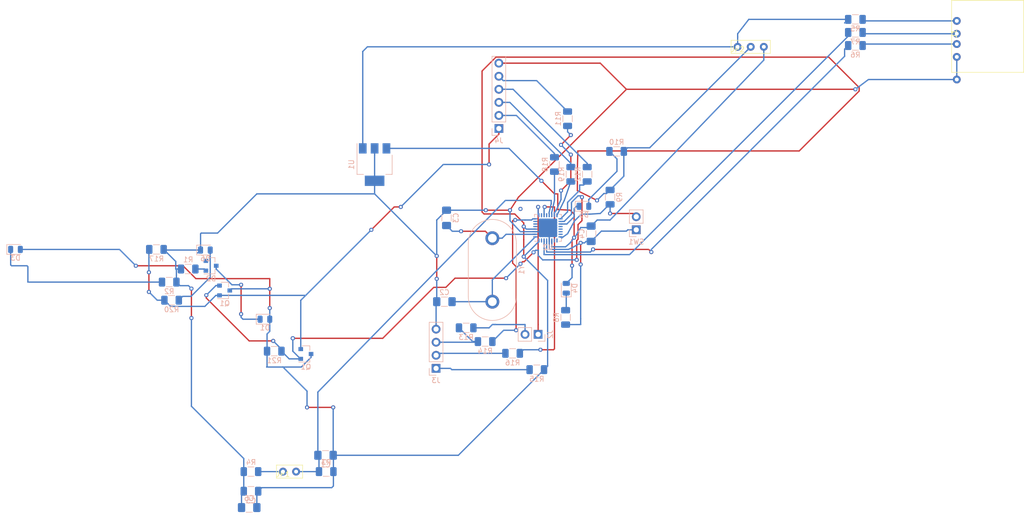
<source format=kicad_pcb>
(kicad_pcb (version 20171130) (host pcbnew 5.1.2-f72e74a~84~ubuntu18.04.1)

  (general
    (thickness 1.6)
    (drawings 0)
    (tracks 488)
    (zones 0)
    (modules 45)
    (nets 53)
  )

  (page A4)
  (layers
    (0 F.Cu signal)
    (31 B.Cu signal)
    (32 B.Adhes user)
    (33 F.Adhes user)
    (34 B.Paste user)
    (35 F.Paste user)
    (36 B.SilkS user)
    (37 F.SilkS user)
    (38 B.Mask user)
    (39 F.Mask user)
    (40 Dwgs.User user)
    (41 Cmts.User user)
    (42 Eco1.User user)
    (43 Eco2.User user)
    (44 Edge.Cuts user)
    (45 Margin user)
    (46 B.CrtYd user)
    (47 F.CrtYd user)
    (48 B.Fab user)
    (49 F.Fab user)
  )

  (setup
    (last_trace_width 0.25)
    (trace_clearance 0.2)
    (zone_clearance 0.508)
    (zone_45_only no)
    (trace_min 0.2)
    (via_size 0.8)
    (via_drill 0.4)
    (via_min_size 0.4)
    (via_min_drill 0.3)
    (uvia_size 0.3)
    (uvia_drill 0.1)
    (uvias_allowed no)
    (uvia_min_size 0.2)
    (uvia_min_drill 0.1)
    (edge_width 0.05)
    (segment_width 0.2)
    (pcb_text_width 0.3)
    (pcb_text_size 1.5 1.5)
    (mod_edge_width 0.12)
    (mod_text_size 1 1)
    (mod_text_width 0.15)
    (pad_size 1.524 1.524)
    (pad_drill 0.762)
    (pad_to_mask_clearance 0.051)
    (solder_mask_min_width 0.25)
    (aux_axis_origin 0 0)
    (visible_elements FFFFFF7F)
    (pcbplotparams
      (layerselection 0x010fc_ffffffff)
      (usegerberextensions false)
      (usegerberattributes false)
      (usegerberadvancedattributes false)
      (creategerberjobfile false)
      (excludeedgelayer true)
      (linewidth 0.100000)
      (plotframeref false)
      (viasonmask false)
      (mode 1)
      (useauxorigin false)
      (hpglpennumber 1)
      (hpglpenspeed 20)
      (hpglpendiameter 15.000000)
      (psnegative false)
      (psa4output false)
      (plotreference true)
      (plotvalue true)
      (plotinvisibletext false)
      (padsonsilk false)
      (subtractmaskfromsilk false)
      (outputformat 1)
      (mirror false)
      (drillshape 1)
      (scaleselection 1)
      (outputdirectory ""))
  )

  (net 0 "")
  (net 1 VCC)
  (net 2 "Net-(C1-Pad1)")
  (net 3 GND)
  (net 4 "Net-(C2-Pad1)")
  (net 5 "Net-(C3-Pad1)")
  (net 6 3,3V)
  (net 7 "Net-(D1-Pad1)")
  (net 8 "Net-(D2-Pad2)")
  (net 9 "Net-(D3-Pad1)")
  (net 10 "Net-(D4-Pad1)")
  (net 11 "Net-(D5-Pad2)")
  (net 12 "Net-(D5-Pad1)")
  (net 13 "Net-(D6-Pad2)")
  (net 14 "Net-(J1-Pad3)")
  (net 15 "Net-(J1-Pad2)")
  (net 16 "Net-(J1-Pad1)")
  (net 17 "Net-(J2-Pad2)")
  (net 18 "Net-(J2-Pad1)")
  (net 19 "Net-(J3-Pad3)")
  (net 20 "Net-(J3-Pad2)")
  (net 21 "Net-(J3-Pad1)")
  (net 22 "Net-(J4-Pad5)")
  (net 23 "Net-(J4-Pad4)")
  (net 24 "Net-(J4-Pad3)")
  (net 25 "Net-(J4-Pad2)")
  (net 26 "Net-(J4-Pad1)")
  (net 27 "Net-(JP1-Pad1)")
  (net 28 +5V)
  (net 29 "Net-(Q1-Pad2)")
  (net 30 "Net-(R6-Pad1)")
  (net 31 "Net-(R7-Pad1)")
  (net 32 "Net-(R9-Pad1)")
  (net 33 "Net-(R11-Pad2)")
  (net 34 "Net-(R12-Pad2)")
  (net 35 "Net-(R14-Pad2)")
  (net 36 "Net-(R16-Pad2)")
  (net 37 "Net-(R18-Pad2)")
  (net 38 "Net-(R19-Pad2)")
  (net 39 "Net-(U2-Pad31)")
  (net 40 "Net-(U2-Pad26)")
  (net 41 "Net-(U2-Pad25)")
  (net 42 "Net-(U2-Pad23)")
  (net 43 "Net-(U2-Pad22)")
  (net 44 "Net-(U2-Pad21)")
  (net 45 "Net-(U2-Pad20)")
  (net 46 "Net-(U2-Pad12)")
  (net 47 "Net-(U2-Pad10)")
  (net 48 "Net-(U2-Pad7)")
  (net 49 "Net-(U2-Pad6)")
  (net 50 "Net-(U2-Pad5)")
  (net 51 "Net-(J1-Pad5)")
  (net 52 "Net-(Q1-Pad1)")

  (net_class Default "This is the default net class."
    (clearance 0.2)
    (trace_width 0.25)
    (via_dia 0.8)
    (via_drill 0.4)
    (uvia_dia 0.3)
    (uvia_drill 0.1)
    (add_net +5V)
    (add_net 3,3V)
    (add_net GND)
    (add_net "Net-(C1-Pad1)")
    (add_net "Net-(C2-Pad1)")
    (add_net "Net-(C3-Pad1)")
    (add_net "Net-(D1-Pad1)")
    (add_net "Net-(D2-Pad2)")
    (add_net "Net-(D3-Pad1)")
    (add_net "Net-(D4-Pad1)")
    (add_net "Net-(D5-Pad1)")
    (add_net "Net-(D5-Pad2)")
    (add_net "Net-(D6-Pad2)")
    (add_net "Net-(J1-Pad1)")
    (add_net "Net-(J1-Pad2)")
    (add_net "Net-(J1-Pad3)")
    (add_net "Net-(J1-Pad5)")
    (add_net "Net-(J2-Pad1)")
    (add_net "Net-(J2-Pad2)")
    (add_net "Net-(J3-Pad1)")
    (add_net "Net-(J3-Pad2)")
    (add_net "Net-(J3-Pad3)")
    (add_net "Net-(J4-Pad1)")
    (add_net "Net-(J4-Pad2)")
    (add_net "Net-(J4-Pad3)")
    (add_net "Net-(J4-Pad4)")
    (add_net "Net-(J4-Pad5)")
    (add_net "Net-(JP1-Pad1)")
    (add_net "Net-(Q1-Pad1)")
    (add_net "Net-(Q1-Pad2)")
    (add_net "Net-(R11-Pad2)")
    (add_net "Net-(R12-Pad2)")
    (add_net "Net-(R14-Pad2)")
    (add_net "Net-(R16-Pad2)")
    (add_net "Net-(R18-Pad2)")
    (add_net "Net-(R19-Pad2)")
    (add_net "Net-(R6-Pad1)")
    (add_net "Net-(R7-Pad1)")
    (add_net "Net-(R9-Pad1)")
    (add_net "Net-(U2-Pad10)")
    (add_net "Net-(U2-Pad12)")
    (add_net "Net-(U2-Pad20)")
    (add_net "Net-(U2-Pad21)")
    (add_net "Net-(U2-Pad22)")
    (add_net "Net-(U2-Pad23)")
    (add_net "Net-(U2-Pad25)")
    (add_net "Net-(U2-Pad26)")
    (add_net "Net-(U2-Pad31)")
    (add_net "Net-(U2-Pad5)")
    (add_net "Net-(U2-Pad6)")
    (add_net "Net-(U2-Pad7)")
    (add_net VCC)
  )

  (module Package_TO_SOT_SMD:SOT-23 (layer B.Cu) (tedit 5A02FF57) (tstamp 5D220233)
    (at 114.3 116.84)
    (descr "SOT-23, Standard")
    (tags SOT-23)
    (path /5D228C34)
    (attr smd)
    (fp_text reference Q1 (at 0 2.5) (layer B.SilkS)
      (effects (font (size 1 1) (thickness 0.15)) (justify mirror))
    )
    (fp_text value BSS84 (at 0 -2.5) (layer B.Fab)
      (effects (font (size 1 1) (thickness 0.15)) (justify mirror))
    )
    (fp_line (start 0.76 -1.58) (end -0.7 -1.58) (layer B.SilkS) (width 0.12))
    (fp_line (start 0.76 1.58) (end -1.4 1.58) (layer B.SilkS) (width 0.12))
    (fp_line (start -1.7 -1.75) (end -1.7 1.75) (layer B.CrtYd) (width 0.05))
    (fp_line (start 1.7 -1.75) (end -1.7 -1.75) (layer B.CrtYd) (width 0.05))
    (fp_line (start 1.7 1.75) (end 1.7 -1.75) (layer B.CrtYd) (width 0.05))
    (fp_line (start -1.7 1.75) (end 1.7 1.75) (layer B.CrtYd) (width 0.05))
    (fp_line (start 0.76 1.58) (end 0.76 0.65) (layer B.SilkS) (width 0.12))
    (fp_line (start 0.76 -1.58) (end 0.76 -0.65) (layer B.SilkS) (width 0.12))
    (fp_line (start -0.7 -1.52) (end 0.7 -1.52) (layer B.Fab) (width 0.1))
    (fp_line (start 0.7 1.52) (end 0.7 -1.52) (layer B.Fab) (width 0.1))
    (fp_line (start -0.7 0.95) (end -0.15 1.52) (layer B.Fab) (width 0.1))
    (fp_line (start -0.15 1.52) (end 0.7 1.52) (layer B.Fab) (width 0.1))
    (fp_line (start -0.7 0.95) (end -0.7 -1.5) (layer B.Fab) (width 0.1))
    (fp_text user %R (at 0 0 -90) (layer B.Fab)
      (effects (font (size 0.5 0.5) (thickness 0.075)) (justify mirror))
    )
    (pad 3 smd rect (at 1 0) (size 0.9 0.8) (layers B.Cu B.Paste B.Mask)
      (net 1 VCC))
    (pad 2 smd rect (at -1 -0.95) (size 0.9 0.8) (layers B.Cu B.Paste B.Mask)
      (net 26 "Net-(J4-Pad1)"))
    (pad 1 smd rect (at -1 0.95) (size 0.9 0.8) (layers B.Cu B.Paste B.Mask)
      (net 52 "Net-(Q1-Pad1)"))
    (model ${KISYS3DMOD}/Package_TO_SOT_SMD.3dshapes/SOT-23.wrl
      (at (xyz 0 0 0))
      (scale (xyz 1 1 1))
      (rotate (xyz 0 0 0))
    )
  )

  (module Connector_PinHeader_2.54mm:PinHeader_1x02_P2.54mm_Vertical (layer B.Cu) (tedit 59FED5CC) (tstamp 5D17D98E)
    (at 178.435 92.71)
    (descr "Through hole straight pin header, 1x02, 2.54mm pitch, single row")
    (tags "Through hole pin header THT 1x02 2.54mm single row")
    (path /5D0FCE05)
    (fp_text reference SW1 (at 0 2.33) (layer B.SilkS)
      (effects (font (size 1 1) (thickness 0.15)) (justify mirror))
    )
    (fp_text value SW_DPST_x2 (at 0 -4.87) (layer B.Fab)
      (effects (font (size 1 1) (thickness 0.15)) (justify mirror))
    )
    (fp_text user %R (at 0 -1.27 -90) (layer B.Fab)
      (effects (font (size 1 1) (thickness 0.15)) (justify mirror))
    )
    (fp_line (start 1.8 1.8) (end -1.8 1.8) (layer B.CrtYd) (width 0.05))
    (fp_line (start 1.8 -4.35) (end 1.8 1.8) (layer B.CrtYd) (width 0.05))
    (fp_line (start -1.8 -4.35) (end 1.8 -4.35) (layer B.CrtYd) (width 0.05))
    (fp_line (start -1.8 1.8) (end -1.8 -4.35) (layer B.CrtYd) (width 0.05))
    (fp_line (start -1.33 1.33) (end 0 1.33) (layer B.SilkS) (width 0.12))
    (fp_line (start -1.33 0) (end -1.33 1.33) (layer B.SilkS) (width 0.12))
    (fp_line (start -1.33 -1.27) (end 1.33 -1.27) (layer B.SilkS) (width 0.12))
    (fp_line (start 1.33 -1.27) (end 1.33 -3.87) (layer B.SilkS) (width 0.12))
    (fp_line (start -1.33 -1.27) (end -1.33 -3.87) (layer B.SilkS) (width 0.12))
    (fp_line (start -1.33 -3.87) (end 1.33 -3.87) (layer B.SilkS) (width 0.12))
    (fp_line (start -1.27 0.635) (end -0.635 1.27) (layer B.Fab) (width 0.1))
    (fp_line (start -1.27 -3.81) (end -1.27 0.635) (layer B.Fab) (width 0.1))
    (fp_line (start 1.27 -3.81) (end -1.27 -3.81) (layer B.Fab) (width 0.1))
    (fp_line (start 1.27 1.27) (end 1.27 -3.81) (layer B.Fab) (width 0.1))
    (fp_line (start -0.635 1.27) (end 1.27 1.27) (layer B.Fab) (width 0.1))
    (pad 2 thru_hole oval (at 0 -2.54) (size 1.7 1.7) (drill 1) (layers *.Cu *.Mask)
      (net 32 "Net-(R9-Pad1)"))
    (pad 1 thru_hole rect (at 0 0) (size 1.7 1.7) (drill 1) (layers *.Cu *.Mask)
      (net 3 GND))
    (model ${KISYS3DMOD}/Connector_PinHeader_2.54mm.3dshapes/PinHeader_1x02_P2.54mm_Vertical.wrl
      (at (xyz 0 0 0))
      (scale (xyz 1 1 1))
      (rotate (xyz 0 0 0))
    )
  )

  (module gpio-usb:jumper_3_female (layer F.Cu) (tedit 5D18BA85) (tstamp 5D192071)
    (at 198.12 57.15)
    (descr "a jumper with 3 slots")
    (tags "jumper open")
    (path /5D0EC29E)
    (fp_text reference JP2 (at 0 0.5) (layer F.SilkS)
      (effects (font (size 1 1) (thickness 0.15)))
    )
    (fp_text value Jumper_3_Bridged12 (at 0 -0.5) (layer F.Fab)
      (effects (font (size 1 1) (thickness 0.15)))
    )
    (fp_line (start 6.35 -1.27) (end -1.27 -1.27) (layer F.SilkS) (width 0.12))
    (fp_line (start 6.35 1.27) (end 6.35 -1.27) (layer F.SilkS) (width 0.12))
    (fp_line (start -1.27 1.27) (end 6.35 1.27) (layer F.SilkS) (width 0.12))
    (fp_line (start -1.27 -1.27) (end -1.27 1.27) (layer F.SilkS) (width 0.12))
    (pad 3 thru_hole circle (at 5.08 0) (size 1.524 1.524) (drill 0.762) (layers *.Cu *.Mask)
      (net 6 3,3V))
    (pad 2 thru_hole circle (at 2.54 0) (size 1.524 1.524) (drill 0.762) (layers *.Cu *.Mask)
      (net 1 VCC))
    (pad 1 thru_hole circle (at 0 0) (size 1.524 1.524) (drill 0.762) (layers *.Cu *.Mask)
      (net 28 +5V))
  )

  (module gpio-usb:jumper_2_male (layer F.Cu) (tedit 5D18BA56) (tstamp 5D192066)
    (at 109.855 139.7)
    (path /5D103762)
    (fp_text reference JP1 (at 0 0.5) (layer F.SilkS)
      (effects (font (size 1 1) (thickness 0.15)))
    )
    (fp_text value HWB (at 0 -0.5) (layer F.Fab)
      (effects (font (size 1 1) (thickness 0.15)))
    )
    (fp_line (start 3.81 -1.27) (end -1.27 -1.27) (layer F.SilkS) (width 0.12))
    (fp_line (start 3.81 1.27) (end 3.81 -1.27) (layer F.SilkS) (width 0.12))
    (fp_line (start -1.27 1.27) (end 3.81 1.27) (layer F.SilkS) (width 0.12))
    (fp_line (start -1.27 -1.27) (end -1.27 1.27) (layer F.SilkS) (width 0.12))
    (pad 2 thru_hole circle (at 2.54 0) (size 1.524 1.524) (drill 0.762) (layers *.Cu *.Mask)
      (net 2 "Net-(C1-Pad1)"))
    (pad 1 thru_hole circle (at 0 0) (size 1.524 1.524) (drill 0.762) (layers *.Cu *.Mask)
      (net 27 "Net-(JP1-Pad1)"))
  )

  (module Crystal:Crystal_HC33-U_Vertical (layer B.Cu) (tedit 5A1AD3B7) (tstamp 5D17D9FA)
    (at 150.495 106.68 90)
    (descr "Crystal THT HC-33/U, http://pdi.bentech-taiwan.com/PDI/GEN20SPEV20HC3320U.pdf")
    (tags "THT crystalHC-33/U")
    (path /5D0DCA6E)
    (fp_text reference Y1 (at 6.17 5.67 90) (layer B.SilkS)
      (effects (font (size 1 1) (thickness 0.15)) (justify mirror))
    )
    (fp_text value 8Mhz (at 6.17 -5.67 90) (layer B.Fab)
      (effects (font (size 1 1) (thickness 0.15)) (justify mirror))
    )
    (fp_arc (start 11.315 0) (end 11.315 4.67) (angle -180) (layer B.SilkS) (width 0.12))
    (fp_arc (start 1.025 0) (end 1.025 4.67) (angle 180) (layer B.SilkS) (width 0.12))
    (fp_arc (start 11.355 0) (end 11.355 4.025) (angle -180) (layer B.Fab) (width 0.1))
    (fp_arc (start 0.985 0) (end 0.985 4.025) (angle 180) (layer B.Fab) (width 0.1))
    (fp_arc (start 11.315 0) (end 11.315 4.47) (angle -180) (layer B.Fab) (width 0.1))
    (fp_arc (start 1.025 0) (end 1.025 4.47) (angle 180) (layer B.Fab) (width 0.1))
    (fp_line (start 16.3 5) (end -3.9 5) (layer B.CrtYd) (width 0.05))
    (fp_line (start 16.3 -5) (end 16.3 5) (layer B.CrtYd) (width 0.05))
    (fp_line (start -3.9 -5) (end 16.3 -5) (layer B.CrtYd) (width 0.05))
    (fp_line (start -3.9 5) (end -3.9 -5) (layer B.CrtYd) (width 0.05))
    (fp_line (start 1.025 -4.67) (end 11.315 -4.67) (layer B.SilkS) (width 0.12))
    (fp_line (start 1.025 4.67) (end 11.315 4.67) (layer B.SilkS) (width 0.12))
    (fp_line (start 0.985 -4.025) (end 11.355 -4.025) (layer B.Fab) (width 0.1))
    (fp_line (start 0.985 4.025) (end 11.355 4.025) (layer B.Fab) (width 0.1))
    (fp_line (start 1.025 -4.47) (end 11.315 -4.47) (layer B.Fab) (width 0.1))
    (fp_line (start 1.025 4.47) (end 11.315 4.47) (layer B.Fab) (width 0.1))
    (fp_text user %R (at 6.17 0 90) (layer B.Fab)
      (effects (font (size 1 1) (thickness 0.15)) (justify mirror))
    )
    (pad 2 thru_hole circle (at 12.34 0 90) (size 2.7 2.7) (drill 1.7) (layers *.Cu *.Mask)
      (net 5 "Net-(C3-Pad1)"))
    (pad 1 thru_hole circle (at 0 0 90) (size 2.7 2.7) (drill 1.7) (layers *.Cu *.Mask)
      (net 4 "Net-(C2-Pad1)"))
    (model ${KISYS3DMOD}/Crystal.3dshapes/Crystal_HC33-U_Vertical.wrl
      (at (xyz 0 0 0))
      (scale (xyz 1 1 1))
      (rotate (xyz 0 0 0))
    )
  )

  (module Package_DFN_QFN:QFN-32-1EP_5x5mm_P0.5mm_EP3.6x3.6mm (layer B.Cu) (tedit 5B4E85CF) (tstamp 5D17D9E3)
    (at 161.29 92.329)
    (descr "QFN, 32 Pin (http://infocenter.nordicsemi.com/pdf/nRF52810_PS_v1.1.pdf (Page 468)), generated with kicad-footprint-generator ipc_dfn_qfn_generator.py")
    (tags "QFN DFN_QFN")
    (path /5D0D99C7)
    (attr smd)
    (fp_text reference U2 (at 0 3.8) (layer B.SilkS)
      (effects (font (size 1 1) (thickness 0.15)) (justify mirror))
    )
    (fp_text value AT90USB162-16MU (at 0 -3.8) (layer B.Fab)
      (effects (font (size 1 1) (thickness 0.15)) (justify mirror))
    )
    (fp_text user %R (at 0 0 90) (layer B.Fab)
      (effects (font (size 1 1) (thickness 0.15)) (justify mirror))
    )
    (fp_line (start 3.1 3.1) (end -3.1 3.1) (layer B.CrtYd) (width 0.05))
    (fp_line (start 3.1 -3.1) (end 3.1 3.1) (layer B.CrtYd) (width 0.05))
    (fp_line (start -3.1 -3.1) (end 3.1 -3.1) (layer B.CrtYd) (width 0.05))
    (fp_line (start -3.1 3.1) (end -3.1 -3.1) (layer B.CrtYd) (width 0.05))
    (fp_line (start -2.5 1.5) (end -1.5 2.5) (layer B.Fab) (width 0.1))
    (fp_line (start -2.5 -2.5) (end -2.5 1.5) (layer B.Fab) (width 0.1))
    (fp_line (start 2.5 -2.5) (end -2.5 -2.5) (layer B.Fab) (width 0.1))
    (fp_line (start 2.5 2.5) (end 2.5 -2.5) (layer B.Fab) (width 0.1))
    (fp_line (start -1.5 2.5) (end 2.5 2.5) (layer B.Fab) (width 0.1))
    (fp_line (start -2.135 2.61) (end -2.61 2.61) (layer B.SilkS) (width 0.12))
    (fp_line (start 2.61 -2.61) (end 2.61 -2.135) (layer B.SilkS) (width 0.12))
    (fp_line (start 2.135 -2.61) (end 2.61 -2.61) (layer B.SilkS) (width 0.12))
    (fp_line (start -2.61 -2.61) (end -2.61 -2.135) (layer B.SilkS) (width 0.12))
    (fp_line (start -2.135 -2.61) (end -2.61 -2.61) (layer B.SilkS) (width 0.12))
    (fp_line (start 2.61 2.61) (end 2.61 2.135) (layer B.SilkS) (width 0.12))
    (fp_line (start 2.135 2.61) (end 2.61 2.61) (layer B.SilkS) (width 0.12))
    (pad 32 smd roundrect (at -1.75 2.45) (size 0.25 0.8) (layers B.Cu B.Paste B.Mask) (roundrect_rratio 0.25)
      (net 1 VCC))
    (pad 31 smd roundrect (at -1.25 2.45) (size 0.25 0.8) (layers B.Cu B.Paste B.Mask) (roundrect_rratio 0.25)
      (net 39 "Net-(U2-Pad31)"))
    (pad 30 smd roundrect (at -0.75 2.45) (size 0.25 0.8) (layers B.Cu B.Paste B.Mask) (roundrect_rratio 0.25)
      (net 31 "Net-(R7-Pad1)"))
    (pad 29 smd roundrect (at -0.25 2.45) (size 0.25 0.8) (layers B.Cu B.Paste B.Mask) (roundrect_rratio 0.25)
      (net 30 "Net-(R6-Pad1)"))
    (pad 28 smd roundrect (at 0.25 2.45) (size 0.25 0.8) (layers B.Cu B.Paste B.Mask) (roundrect_rratio 0.25)
      (net 3 GND))
    (pad 27 smd roundrect (at 0.75 2.45) (size 0.25 0.8) (layers B.Cu B.Paste B.Mask) (roundrect_rratio 0.25)
      (net 6 3,3V))
    (pad 26 smd roundrect (at 1.25 2.45) (size 0.25 0.8) (layers B.Cu B.Paste B.Mask) (roundrect_rratio 0.25)
      (net 40 "Net-(U2-Pad26)"))
    (pad 25 smd roundrect (at 1.75 2.45) (size 0.25 0.8) (layers B.Cu B.Paste B.Mask) (roundrect_rratio 0.25)
      (net 41 "Net-(U2-Pad25)"))
    (pad 24 smd roundrect (at 2.45 1.75) (size 0.8 0.25) (layers B.Cu B.Paste B.Mask) (roundrect_rratio 0.25)
      (net 32 "Net-(R9-Pad1)"))
    (pad 23 smd roundrect (at 2.45 1.25) (size 0.8 0.25) (layers B.Cu B.Paste B.Mask) (roundrect_rratio 0.25)
      (net 42 "Net-(U2-Pad23)"))
    (pad 22 smd roundrect (at 2.45 0.75) (size 0.8 0.25) (layers B.Cu B.Paste B.Mask) (roundrect_rratio 0.25)
      (net 43 "Net-(U2-Pad22)"))
    (pad 21 smd roundrect (at 2.45 0.25) (size 0.8 0.25) (layers B.Cu B.Paste B.Mask) (roundrect_rratio 0.25)
      (net 44 "Net-(U2-Pad21)"))
    (pad 20 smd roundrect (at 2.45 -0.25) (size 0.8 0.25) (layers B.Cu B.Paste B.Mask) (roundrect_rratio 0.25)
      (net 45 "Net-(U2-Pad20)"))
    (pad 19 smd roundrect (at 2.45 -0.75) (size 0.8 0.25) (layers B.Cu B.Paste B.Mask) (roundrect_rratio 0.25)
      (net 12 "Net-(D5-Pad1)"))
    (pad 18 smd roundrect (at 2.45 -1.25) (size 0.8 0.25) (layers B.Cu B.Paste B.Mask) (roundrect_rratio 0.25)
      (net 52 "Net-(Q1-Pad1)"))
    (pad 17 smd roundrect (at 2.45 -1.75) (size 0.8 0.25) (layers B.Cu B.Paste B.Mask) (roundrect_rratio 0.25)
      (net 34 "Net-(R12-Pad2)"))
    (pad 16 smd roundrect (at 1.75 -2.45) (size 0.25 0.8) (layers B.Cu B.Paste B.Mask) (roundrect_rratio 0.25)
      (net 38 "Net-(R19-Pad2)"))
    (pad 15 smd roundrect (at 1.25 -2.45) (size 0.25 0.8) (layers B.Cu B.Paste B.Mask) (roundrect_rratio 0.25)
      (net 33 "Net-(R11-Pad2)"))
    (pad 14 smd roundrect (at 0.75 -2.45) (size 0.25 0.8) (layers B.Cu B.Paste B.Mask) (roundrect_rratio 0.25)
      (net 37 "Net-(R18-Pad2)"))
    (pad 13 smd roundrect (at 0.25 -2.45) (size 0.25 0.8) (layers B.Cu B.Paste B.Mask) (roundrect_rratio 0.25)
      (net 2 "Net-(C1-Pad1)"))
    (pad 12 smd roundrect (at -0.25 -2.45) (size 0.25 0.8) (layers B.Cu B.Paste B.Mask) (roundrect_rratio 0.25)
      (net 46 "Net-(U2-Pad12)"))
    (pad 11 smd roundrect (at -0.75 -2.45) (size 0.25 0.8) (layers B.Cu B.Paste B.Mask) (roundrect_rratio 0.25)
      (net 36 "Net-(R16-Pad2)"))
    (pad 10 smd roundrect (at -1.25 -2.45) (size 0.25 0.8) (layers B.Cu B.Paste B.Mask) (roundrect_rratio 0.25)
      (net 47 "Net-(U2-Pad10)"))
    (pad 9 smd roundrect (at -1.75 -2.45) (size 0.25 0.8) (layers B.Cu B.Paste B.Mask) (roundrect_rratio 0.25)
      (net 18 "Net-(J2-Pad1)"))
    (pad 8 smd roundrect (at -2.45 -1.75) (size 0.8 0.25) (layers B.Cu B.Paste B.Mask) (roundrect_rratio 0.25)
      (net 35 "Net-(R14-Pad2)"))
    (pad 7 smd roundrect (at -2.45 -1.25) (size 0.8 0.25) (layers B.Cu B.Paste B.Mask) (roundrect_rratio 0.25)
      (net 48 "Net-(U2-Pad7)"))
    (pad 6 smd roundrect (at -2.45 -0.75) (size 0.8 0.25) (layers B.Cu B.Paste B.Mask) (roundrect_rratio 0.25)
      (net 49 "Net-(U2-Pad6)"))
    (pad 5 smd roundrect (at -2.45 -0.25) (size 0.8 0.25) (layers B.Cu B.Paste B.Mask) (roundrect_rratio 0.25)
      (net 50 "Net-(U2-Pad5)"))
    (pad 4 smd roundrect (at -2.45 0.25) (size 0.8 0.25) (layers B.Cu B.Paste B.Mask) (roundrect_rratio 0.25)
      (net 1 VCC))
    (pad 3 smd roundrect (at -2.45 0.75) (size 0.8 0.25) (layers B.Cu B.Paste B.Mask) (roundrect_rratio 0.25)
      (net 3 GND))
    (pad 2 smd roundrect (at -2.45 1.25) (size 0.8 0.25) (layers B.Cu B.Paste B.Mask) (roundrect_rratio 0.25)
      (net 5 "Net-(C3-Pad1)"))
    (pad 1 smd roundrect (at -2.45 1.75) (size 0.8 0.25) (layers B.Cu B.Paste B.Mask) (roundrect_rratio 0.25)
      (net 4 "Net-(C2-Pad1)"))
    (pad "" smd roundrect (at 1.2 -1.2) (size 0.97 0.97) (layers B.Paste) (roundrect_rratio 0.25))
    (pad "" smd roundrect (at 1.2 0) (size 0.97 0.97) (layers B.Paste) (roundrect_rratio 0.25))
    (pad "" smd roundrect (at 1.2 1.2) (size 0.97 0.97) (layers B.Paste) (roundrect_rratio 0.25))
    (pad "" smd roundrect (at 0 -1.2) (size 0.97 0.97) (layers B.Paste) (roundrect_rratio 0.25))
    (pad "" smd roundrect (at 0 0) (size 0.97 0.97) (layers B.Paste) (roundrect_rratio 0.25))
    (pad "" smd roundrect (at 0 1.2) (size 0.97 0.97) (layers B.Paste) (roundrect_rratio 0.25))
    (pad "" smd roundrect (at -1.2 -1.2) (size 0.97 0.97) (layers B.Paste) (roundrect_rratio 0.25))
    (pad "" smd roundrect (at -1.2 0) (size 0.97 0.97) (layers B.Paste) (roundrect_rratio 0.25))
    (pad "" smd roundrect (at -1.2 1.2) (size 0.97 0.97) (layers B.Paste) (roundrect_rratio 0.25))
    (pad 33 smd roundrect (at 0 0) (size 3.6 3.6) (layers B.Cu B.Mask) (roundrect_rratio 0.06944400000000001)
      (net 3 GND))
    (model ${KISYS3DMOD}/Package_DFN_QFN.3dshapes/QFN-32-1EP_5x5mm_P0.5mm_EP3.6x3.6mm.wrl
      (at (xyz 0 0 0))
      (scale (xyz 1 1 1))
      (rotate (xyz 0 0 0))
    )
  )

  (module Package_TO_SOT_SMD:SOT-223-3_TabPin2 (layer B.Cu) (tedit 5A02FF57) (tstamp 5D17D9A4)
    (at 127.635 80.035 270)
    (descr "module CMS SOT223 4 pins")
    (tags "CMS SOT")
    (path /5D0EF5F4)
    (attr smd)
    (fp_text reference U1 (at 0 4.5 90) (layer B.SilkS)
      (effects (font (size 1 1) (thickness 0.15)) (justify mirror))
    )
    (fp_text value MCP1703A-3302_SOT223 (at 0 -4.5 90) (layer B.Fab)
      (effects (font (size 1 1) (thickness 0.15)) (justify mirror))
    )
    (fp_line (start 1.85 3.35) (end 1.85 -3.35) (layer B.Fab) (width 0.1))
    (fp_line (start -1.85 -3.35) (end 1.85 -3.35) (layer B.Fab) (width 0.1))
    (fp_line (start -4.1 3.41) (end 1.91 3.41) (layer B.SilkS) (width 0.12))
    (fp_line (start -0.85 3.35) (end 1.85 3.35) (layer B.Fab) (width 0.1))
    (fp_line (start -1.85 -3.41) (end 1.91 -3.41) (layer B.SilkS) (width 0.12))
    (fp_line (start -1.85 2.35) (end -1.85 -3.35) (layer B.Fab) (width 0.1))
    (fp_line (start -1.85 2.35) (end -0.85 3.35) (layer B.Fab) (width 0.1))
    (fp_line (start -4.4 3.6) (end -4.4 -3.6) (layer B.CrtYd) (width 0.05))
    (fp_line (start -4.4 -3.6) (end 4.4 -3.6) (layer B.CrtYd) (width 0.05))
    (fp_line (start 4.4 -3.6) (end 4.4 3.6) (layer B.CrtYd) (width 0.05))
    (fp_line (start 4.4 3.6) (end -4.4 3.6) (layer B.CrtYd) (width 0.05))
    (fp_line (start 1.91 3.41) (end 1.91 2.15) (layer B.SilkS) (width 0.12))
    (fp_line (start 1.91 -3.41) (end 1.91 -2.15) (layer B.SilkS) (width 0.12))
    (fp_text user %R (at 0 0 180) (layer B.Fab)
      (effects (font (size 0.8 0.8) (thickness 0.12)) (justify mirror))
    )
    (pad 1 smd rect (at -3.15 2.3 270) (size 2 1.5) (layers B.Cu B.Paste B.Mask)
      (net 28 +5V))
    (pad 3 smd rect (at -3.15 -2.3 270) (size 2 1.5) (layers B.Cu B.Paste B.Mask)
      (net 6 3,3V))
    (pad 2 smd rect (at -3.15 0 270) (size 2 1.5) (layers B.Cu B.Paste B.Mask)
      (net 3 GND))
    (pad 2 smd rect (at 3.15 0 270) (size 2 3.8) (layers B.Cu B.Paste B.Mask)
      (net 3 GND))
    (model ${KISYS3DMOD}/Package_TO_SOT_SMD.3dshapes/SOT-223.wrl
      (at (xyz 0 0 0))
      (scale (xyz 1 1 1))
      (rotate (xyz 0 0 0))
    )
  )

  (module Resistor_SMD:R_1206_3216Metric (layer B.Cu) (tedit 5B301BBD) (tstamp 5D17D95B)
    (at 108.155 116.29)
    (descr "Resistor SMD 1206 (3216 Metric), square (rectangular) end terminal, IPC_7351 nominal, (Body size source: http://www.tortai-tech.com/upload/download/2011102023233369053.pdf), generated with kicad-footprint-generator")
    (tags resistor)
    (path /5D12B9DD)
    (attr smd)
    (fp_text reference R21 (at 0 1.82) (layer B.SilkS)
      (effects (font (size 1 1) (thickness 0.15)) (justify mirror))
    )
    (fp_text value 33k (at 0 -1.82) (layer B.Fab)
      (effects (font (size 1 1) (thickness 0.15)) (justify mirror))
    )
    (fp_text user %R (at 0 0) (layer B.Fab)
      (effects (font (size 0.8 0.8) (thickness 0.12)) (justify mirror))
    )
    (fp_line (start 2.28 -1.12) (end -2.28 -1.12) (layer B.CrtYd) (width 0.05))
    (fp_line (start 2.28 1.12) (end 2.28 -1.12) (layer B.CrtYd) (width 0.05))
    (fp_line (start -2.28 1.12) (end 2.28 1.12) (layer B.CrtYd) (width 0.05))
    (fp_line (start -2.28 -1.12) (end -2.28 1.12) (layer B.CrtYd) (width 0.05))
    (fp_line (start -0.602064 -0.91) (end 0.602064 -0.91) (layer B.SilkS) (width 0.12))
    (fp_line (start -0.602064 0.91) (end 0.602064 0.91) (layer B.SilkS) (width 0.12))
    (fp_line (start 1.6 -0.8) (end -1.6 -0.8) (layer B.Fab) (width 0.1))
    (fp_line (start 1.6 0.8) (end 1.6 -0.8) (layer B.Fab) (width 0.1))
    (fp_line (start -1.6 0.8) (end 1.6 0.8) (layer B.Fab) (width 0.1))
    (fp_line (start -1.6 -0.8) (end -1.6 0.8) (layer B.Fab) (width 0.1))
    (pad 2 smd roundrect (at 1.4 0) (size 1.25 1.75) (layers B.Cu B.Paste B.Mask) (roundrect_rratio 0.2)
      (net 52 "Net-(Q1-Pad1)"))
    (pad 1 smd roundrect (at -1.4 0) (size 1.25 1.75) (layers B.Cu B.Paste B.Mask) (roundrect_rratio 0.2)
      (net 1 VCC))
    (model ${KISYS3DMOD}/Resistor_SMD.3dshapes/R_1206_3216Metric.wrl
      (at (xyz 0 0 0))
      (scale (xyz 1 1 1))
      (rotate (xyz 0 0 0))
    )
  )

  (module Resistor_SMD:R_1206_3216Metric (layer B.Cu) (tedit 5B301BBD) (tstamp 5D17D94A)
    (at 88.225 106.388)
    (descr "Resistor SMD 1206 (3216 Metric), square (rectangular) end terminal, IPC_7351 nominal, (Body size source: http://www.tortai-tech.com/upload/download/2011102023233369053.pdf), generated with kicad-footprint-generator")
    (tags resistor)
    (path /5D133990)
    (attr smd)
    (fp_text reference R20 (at 0 1.82) (layer B.SilkS)
      (effects (font (size 1 1) (thickness 0.15)) (justify mirror))
    )
    (fp_text value 150 (at 0 -1.82) (layer B.Fab)
      (effects (font (size 1 1) (thickness 0.15)) (justify mirror))
    )
    (fp_text user %R (at 0 0) (layer B.Fab)
      (effects (font (size 0.8 0.8) (thickness 0.12)) (justify mirror))
    )
    (fp_line (start 2.28 -1.12) (end -2.28 -1.12) (layer B.CrtYd) (width 0.05))
    (fp_line (start 2.28 1.12) (end 2.28 -1.12) (layer B.CrtYd) (width 0.05))
    (fp_line (start -2.28 1.12) (end 2.28 1.12) (layer B.CrtYd) (width 0.05))
    (fp_line (start -2.28 -1.12) (end -2.28 1.12) (layer B.CrtYd) (width 0.05))
    (fp_line (start -0.602064 -0.91) (end 0.602064 -0.91) (layer B.SilkS) (width 0.12))
    (fp_line (start -0.602064 0.91) (end 0.602064 0.91) (layer B.SilkS) (width 0.12))
    (fp_line (start 1.6 -0.8) (end -1.6 -0.8) (layer B.Fab) (width 0.1))
    (fp_line (start 1.6 0.8) (end 1.6 -0.8) (layer B.Fab) (width 0.1))
    (fp_line (start -1.6 0.8) (end 1.6 0.8) (layer B.Fab) (width 0.1))
    (fp_line (start -1.6 -0.8) (end -1.6 0.8) (layer B.Fab) (width 0.1))
    (pad 2 smd roundrect (at 1.4 0) (size 1.25 1.75) (layers B.Cu B.Paste B.Mask) (roundrect_rratio 0.2)
      (net 13 "Net-(D6-Pad2)"))
    (pad 1 smd roundrect (at -1.4 0) (size 1.25 1.75) (layers B.Cu B.Paste B.Mask) (roundrect_rratio 0.2)
      (net 26 "Net-(J4-Pad1)"))
    (model ${KISYS3DMOD}/Resistor_SMD.3dshapes/R_1206_3216Metric.wrl
      (at (xyz 0 0 0))
      (scale (xyz 1 1 1))
      (rotate (xyz 0 0 0))
    )
  )

  (module Resistor_SMD:R_1206_3216Metric (layer B.Cu) (tedit 5B301BBD) (tstamp 5D17D939)
    (at 165.735 81.915 270)
    (descr "Resistor SMD 1206 (3216 Metric), square (rectangular) end terminal, IPC_7351 nominal, (Body size source: http://www.tortai-tech.com/upload/download/2011102023233369053.pdf), generated with kicad-footprint-generator")
    (tags resistor)
    (path /5D1469EE)
    (attr smd)
    (fp_text reference R19 (at 0 1.82 90) (layer B.SilkS)
      (effects (font (size 1 1) (thickness 0.15)) (justify mirror))
    )
    (fp_text value 1k (at 0 -1.82 90) (layer B.Fab)
      (effects (font (size 1 1) (thickness 0.15)) (justify mirror))
    )
    (fp_text user %R (at 0 0 90) (layer B.Fab)
      (effects (font (size 0.8 0.8) (thickness 0.12)) (justify mirror))
    )
    (fp_line (start 2.28 -1.12) (end -2.28 -1.12) (layer B.CrtYd) (width 0.05))
    (fp_line (start 2.28 1.12) (end 2.28 -1.12) (layer B.CrtYd) (width 0.05))
    (fp_line (start -2.28 1.12) (end 2.28 1.12) (layer B.CrtYd) (width 0.05))
    (fp_line (start -2.28 -1.12) (end -2.28 1.12) (layer B.CrtYd) (width 0.05))
    (fp_line (start -0.602064 -0.91) (end 0.602064 -0.91) (layer B.SilkS) (width 0.12))
    (fp_line (start -0.602064 0.91) (end 0.602064 0.91) (layer B.SilkS) (width 0.12))
    (fp_line (start 1.6 -0.8) (end -1.6 -0.8) (layer B.Fab) (width 0.1))
    (fp_line (start 1.6 0.8) (end 1.6 -0.8) (layer B.Fab) (width 0.1))
    (fp_line (start -1.6 0.8) (end 1.6 0.8) (layer B.Fab) (width 0.1))
    (fp_line (start -1.6 -0.8) (end -1.6 0.8) (layer B.Fab) (width 0.1))
    (pad 2 smd roundrect (at 1.4 0 270) (size 1.25 1.75) (layers B.Cu B.Paste B.Mask) (roundrect_rratio 0.2)
      (net 38 "Net-(R19-Pad2)"))
    (pad 1 smd roundrect (at -1.4 0 270) (size 1.25 1.75) (layers B.Cu B.Paste B.Mask) (roundrect_rratio 0.2)
      (net 24 "Net-(J4-Pad3)"))
    (model ${KISYS3DMOD}/Resistor_SMD.3dshapes/R_1206_3216Metric.wrl
      (at (xyz 0 0 0))
      (scale (xyz 1 1 1))
      (rotate (xyz 0 0 0))
    )
  )

  (module Resistor_SMD:R_1206_3216Metric (layer B.Cu) (tedit 5B301BBD) (tstamp 5D17D928)
    (at 162.56 80.01 270)
    (descr "Resistor SMD 1206 (3216 Metric), square (rectangular) end terminal, IPC_7351 nominal, (Body size source: http://www.tortai-tech.com/upload/download/2011102023233369053.pdf), generated with kicad-footprint-generator")
    (tags resistor)
    (path /5D145F1C)
    (attr smd)
    (fp_text reference R18 (at 0 1.82 90) (layer B.SilkS)
      (effects (font (size 1 1) (thickness 0.15)) (justify mirror))
    )
    (fp_text value 1k (at 0 -1.82 90) (layer B.Fab)
      (effects (font (size 1 1) (thickness 0.15)) (justify mirror))
    )
    (fp_text user %R (at 0 0 90) (layer B.Fab)
      (effects (font (size 0.8 0.8) (thickness 0.12)) (justify mirror))
    )
    (fp_line (start 2.28 -1.12) (end -2.28 -1.12) (layer B.CrtYd) (width 0.05))
    (fp_line (start 2.28 1.12) (end 2.28 -1.12) (layer B.CrtYd) (width 0.05))
    (fp_line (start -2.28 1.12) (end 2.28 1.12) (layer B.CrtYd) (width 0.05))
    (fp_line (start -2.28 -1.12) (end -2.28 1.12) (layer B.CrtYd) (width 0.05))
    (fp_line (start -0.602064 -0.91) (end 0.602064 -0.91) (layer B.SilkS) (width 0.12))
    (fp_line (start -0.602064 0.91) (end 0.602064 0.91) (layer B.SilkS) (width 0.12))
    (fp_line (start 1.6 -0.8) (end -1.6 -0.8) (layer B.Fab) (width 0.1))
    (fp_line (start 1.6 0.8) (end 1.6 -0.8) (layer B.Fab) (width 0.1))
    (fp_line (start -1.6 0.8) (end 1.6 0.8) (layer B.Fab) (width 0.1))
    (fp_line (start -1.6 -0.8) (end -1.6 0.8) (layer B.Fab) (width 0.1))
    (pad 2 smd roundrect (at 1.4 0 270) (size 1.25 1.75) (layers B.Cu B.Paste B.Mask) (roundrect_rratio 0.2)
      (net 37 "Net-(R18-Pad2)"))
    (pad 1 smd roundrect (at -1.4 0 270) (size 1.25 1.75) (layers B.Cu B.Paste B.Mask) (roundrect_rratio 0.2)
      (net 25 "Net-(J4-Pad2)"))
    (model ${KISYS3DMOD}/Resistor_SMD.3dshapes/R_1206_3216Metric.wrl
      (at (xyz 0 0 0))
      (scale (xyz 1 1 1))
      (rotate (xyz 0 0 0))
    )
  )

  (module Resistor_SMD:R_1206_3216Metric (layer B.Cu) (tedit 5B301BBD) (tstamp 5D17D917)
    (at 85.285 96.518)
    (descr "Resistor SMD 1206 (3216 Metric), square (rectangular) end terminal, IPC_7351 nominal, (Body size source: http://www.tortai-tech.com/upload/download/2011102023233369053.pdf), generated with kicad-footprint-generator")
    (tags resistor)
    (path /5D13B292)
    (attr smd)
    (fp_text reference R17 (at 0 1.82) (layer B.SilkS)
      (effects (font (size 1 1) (thickness 0.15)) (justify mirror))
    )
    (fp_text value 10k (at 0 -1.82) (layer B.Fab)
      (effects (font (size 1 1) (thickness 0.15)) (justify mirror))
    )
    (fp_text user %R (at 0 0) (layer B.Fab)
      (effects (font (size 0.8 0.8) (thickness 0.12)) (justify mirror))
    )
    (fp_line (start 2.28 -1.12) (end -2.28 -1.12) (layer B.CrtYd) (width 0.05))
    (fp_line (start 2.28 1.12) (end 2.28 -1.12) (layer B.CrtYd) (width 0.05))
    (fp_line (start -2.28 1.12) (end 2.28 1.12) (layer B.CrtYd) (width 0.05))
    (fp_line (start -2.28 -1.12) (end -2.28 1.12) (layer B.CrtYd) (width 0.05))
    (fp_line (start -0.602064 -0.91) (end 0.602064 -0.91) (layer B.SilkS) (width 0.12))
    (fp_line (start -0.602064 0.91) (end 0.602064 0.91) (layer B.SilkS) (width 0.12))
    (fp_line (start 1.6 -0.8) (end -1.6 -0.8) (layer B.Fab) (width 0.1))
    (fp_line (start 1.6 0.8) (end 1.6 -0.8) (layer B.Fab) (width 0.1))
    (fp_line (start -1.6 0.8) (end 1.6 0.8) (layer B.Fab) (width 0.1))
    (fp_line (start -1.6 -0.8) (end -1.6 0.8) (layer B.Fab) (width 0.1))
    (pad 2 smd roundrect (at 1.4 0) (size 1.25 1.75) (layers B.Cu B.Paste B.Mask) (roundrect_rratio 0.2)
      (net 3 GND))
    (pad 1 smd roundrect (at -1.4 0) (size 1.25 1.75) (layers B.Cu B.Paste B.Mask) (roundrect_rratio 0.2)
      (net 26 "Net-(J4-Pad1)"))
    (model ${KISYS3DMOD}/Resistor_SMD.3dshapes/R_1206_3216Metric.wrl
      (at (xyz 0 0 0))
      (scale (xyz 1 1 1))
      (rotate (xyz 0 0 0))
    )
  )

  (module Resistor_SMD:R_1206_3216Metric (layer B.Cu) (tedit 5B301BBD) (tstamp 5D17D906)
    (at 154.432 116.713)
    (descr "Resistor SMD 1206 (3216 Metric), square (rectangular) end terminal, IPC_7351 nominal, (Body size source: http://www.tortai-tech.com/upload/download/2011102023233369053.pdf), generated with kicad-footprint-generator")
    (tags resistor)
    (path /5D112979)
    (attr smd)
    (fp_text reference R16 (at 0 1.82) (layer B.SilkS)
      (effects (font (size 1 1) (thickness 0.15)) (justify mirror))
    )
    (fp_text value 500 (at 0 -1.82) (layer B.Fab)
      (effects (font (size 1 1) (thickness 0.15)) (justify mirror))
    )
    (fp_text user %R (at 0 0) (layer B.Fab)
      (effects (font (size 0.8 0.8) (thickness 0.12)) (justify mirror))
    )
    (fp_line (start 2.28 -1.12) (end -2.28 -1.12) (layer B.CrtYd) (width 0.05))
    (fp_line (start 2.28 1.12) (end 2.28 -1.12) (layer B.CrtYd) (width 0.05))
    (fp_line (start -2.28 1.12) (end 2.28 1.12) (layer B.CrtYd) (width 0.05))
    (fp_line (start -2.28 -1.12) (end -2.28 1.12) (layer B.CrtYd) (width 0.05))
    (fp_line (start -0.602064 -0.91) (end 0.602064 -0.91) (layer B.SilkS) (width 0.12))
    (fp_line (start -0.602064 0.91) (end 0.602064 0.91) (layer B.SilkS) (width 0.12))
    (fp_line (start 1.6 -0.8) (end -1.6 -0.8) (layer B.Fab) (width 0.1))
    (fp_line (start 1.6 0.8) (end 1.6 -0.8) (layer B.Fab) (width 0.1))
    (fp_line (start -1.6 0.8) (end 1.6 0.8) (layer B.Fab) (width 0.1))
    (fp_line (start -1.6 -0.8) (end -1.6 0.8) (layer B.Fab) (width 0.1))
    (pad 2 smd roundrect (at 1.4 0) (size 1.25 1.75) (layers B.Cu B.Paste B.Mask) (roundrect_rratio 0.2)
      (net 36 "Net-(R16-Pad2)"))
    (pad 1 smd roundrect (at -1.4 0) (size 1.25 1.75) (layers B.Cu B.Paste B.Mask) (roundrect_rratio 0.2)
      (net 20 "Net-(J3-Pad2)"))
    (model ${KISYS3DMOD}/Resistor_SMD.3dshapes/R_1206_3216Metric.wrl
      (at (xyz 0 0 0))
      (scale (xyz 1 1 1))
      (rotate (xyz 0 0 0))
    )
  )

  (module Resistor_SMD:R_1206_3216Metric (layer B.Cu) (tedit 5B301BBD) (tstamp 5D17D8F5)
    (at 159.131 119.888)
    (descr "Resistor SMD 1206 (3216 Metric), square (rectangular) end terminal, IPC_7351 nominal, (Body size source: http://www.tortai-tech.com/upload/download/2011102023233369053.pdf), generated with kicad-footprint-generator")
    (tags resistor)
    (path /5D1135D8)
    (attr smd)
    (fp_text reference R15 (at 0 1.82) (layer B.SilkS)
      (effects (font (size 1 1) (thickness 0.15)) (justify mirror))
    )
    (fp_text value 100 (at 0 -1.82) (layer B.Fab)
      (effects (font (size 1 1) (thickness 0.15)) (justify mirror))
    )
    (fp_text user %R (at 0 0) (layer B.Fab)
      (effects (font (size 0.8 0.8) (thickness 0.12)) (justify mirror))
    )
    (fp_line (start 2.28 -1.12) (end -2.28 -1.12) (layer B.CrtYd) (width 0.05))
    (fp_line (start 2.28 1.12) (end 2.28 -1.12) (layer B.CrtYd) (width 0.05))
    (fp_line (start -2.28 1.12) (end 2.28 1.12) (layer B.CrtYd) (width 0.05))
    (fp_line (start -2.28 -1.12) (end -2.28 1.12) (layer B.CrtYd) (width 0.05))
    (fp_line (start -0.602064 -0.91) (end 0.602064 -0.91) (layer B.SilkS) (width 0.12))
    (fp_line (start -0.602064 0.91) (end 0.602064 0.91) (layer B.SilkS) (width 0.12))
    (fp_line (start 1.6 -0.8) (end -1.6 -0.8) (layer B.Fab) (width 0.1))
    (fp_line (start 1.6 0.8) (end 1.6 -0.8) (layer B.Fab) (width 0.1))
    (fp_line (start -1.6 0.8) (end 1.6 0.8) (layer B.Fab) (width 0.1))
    (fp_line (start -1.6 -0.8) (end -1.6 0.8) (layer B.Fab) (width 0.1))
    (pad 2 smd roundrect (at 1.4 0) (size 1.25 1.75) (layers B.Cu B.Paste B.Mask) (roundrect_rratio 0.2)
      (net 1 VCC))
    (pad 1 smd roundrect (at -1.4 0) (size 1.25 1.75) (layers B.Cu B.Paste B.Mask) (roundrect_rratio 0.2)
      (net 21 "Net-(J3-Pad1)"))
    (model ${KISYS3DMOD}/Resistor_SMD.3dshapes/R_1206_3216Metric.wrl
      (at (xyz 0 0 0))
      (scale (xyz 1 1 1))
      (rotate (xyz 0 0 0))
    )
  )

  (module Resistor_SMD:R_1206_3216Metric (layer B.Cu) (tedit 5B301BBD) (tstamp 5D17D8E4)
    (at 149.095 114.427)
    (descr "Resistor SMD 1206 (3216 Metric), square (rectangular) end terminal, IPC_7351 nominal, (Body size source: http://www.tortai-tech.com/upload/download/2011102023233369053.pdf), generated with kicad-footprint-generator")
    (tags resistor)
    (path /5D0F876B)
    (attr smd)
    (fp_text reference R14 (at 0 1.82) (layer B.SilkS)
      (effects (font (size 1 1) (thickness 0.15)) (justify mirror))
    )
    (fp_text value 500 (at 0 -1.82) (layer B.Fab)
      (effects (font (size 1 1) (thickness 0.15)) (justify mirror))
    )
    (fp_text user %R (at 0 0) (layer B.Fab)
      (effects (font (size 0.8 0.8) (thickness 0.12)) (justify mirror))
    )
    (fp_line (start 2.28 -1.12) (end -2.28 -1.12) (layer B.CrtYd) (width 0.05))
    (fp_line (start 2.28 1.12) (end 2.28 -1.12) (layer B.CrtYd) (width 0.05))
    (fp_line (start -2.28 1.12) (end 2.28 1.12) (layer B.CrtYd) (width 0.05))
    (fp_line (start -2.28 -1.12) (end -2.28 1.12) (layer B.CrtYd) (width 0.05))
    (fp_line (start -0.602064 -0.91) (end 0.602064 -0.91) (layer B.SilkS) (width 0.12))
    (fp_line (start -0.602064 0.91) (end 0.602064 0.91) (layer B.SilkS) (width 0.12))
    (fp_line (start 1.6 -0.8) (end -1.6 -0.8) (layer B.Fab) (width 0.1))
    (fp_line (start 1.6 0.8) (end 1.6 -0.8) (layer B.Fab) (width 0.1))
    (fp_line (start -1.6 0.8) (end 1.6 0.8) (layer B.Fab) (width 0.1))
    (fp_line (start -1.6 -0.8) (end -1.6 0.8) (layer B.Fab) (width 0.1))
    (pad 2 smd roundrect (at 1.4 0) (size 1.25 1.75) (layers B.Cu B.Paste B.Mask) (roundrect_rratio 0.2)
      (net 35 "Net-(R14-Pad2)"))
    (pad 1 smd roundrect (at -1.4 0) (size 1.25 1.75) (layers B.Cu B.Paste B.Mask) (roundrect_rratio 0.2)
      (net 19 "Net-(J3-Pad3)"))
    (model ${KISYS3DMOD}/Resistor_SMD.3dshapes/R_1206_3216Metric.wrl
      (at (xyz 0 0 0))
      (scale (xyz 1 1 1))
      (rotate (xyz 0 0 0))
    )
  )

  (module Resistor_SMD:R_1206_3216Metric (layer B.Cu) (tedit 5B301BBD) (tstamp 5D1E48E8)
    (at 145.415 111.76)
    (descr "Resistor SMD 1206 (3216 Metric), square (rectangular) end terminal, IPC_7351 nominal, (Body size source: http://www.tortai-tech.com/upload/download/2011102023233369053.pdf), generated with kicad-footprint-generator")
    (tags resistor)
    (path /5D10BD2B)
    (attr smd)
    (fp_text reference R13 (at 0 1.82) (layer B.SilkS)
      (effects (font (size 1 1) (thickness 0.15)) (justify mirror))
    )
    (fp_text value 500 (at 0 -1.82) (layer B.Fab)
      (effects (font (size 1 1) (thickness 0.15)) (justify mirror))
    )
    (fp_text user %R (at 0 0) (layer B.Fab)
      (effects (font (size 0.8 0.8) (thickness 0.12)) (justify mirror))
    )
    (fp_line (start 2.28 -1.12) (end -2.28 -1.12) (layer B.CrtYd) (width 0.05))
    (fp_line (start 2.28 1.12) (end 2.28 -1.12) (layer B.CrtYd) (width 0.05))
    (fp_line (start -2.28 1.12) (end 2.28 1.12) (layer B.CrtYd) (width 0.05))
    (fp_line (start -2.28 -1.12) (end -2.28 1.12) (layer B.CrtYd) (width 0.05))
    (fp_line (start -0.602064 -0.91) (end 0.602064 -0.91) (layer B.SilkS) (width 0.12))
    (fp_line (start -0.602064 0.91) (end 0.602064 0.91) (layer B.SilkS) (width 0.12))
    (fp_line (start 1.6 -0.8) (end -1.6 -0.8) (layer B.Fab) (width 0.1))
    (fp_line (start 1.6 0.8) (end 1.6 -0.8) (layer B.Fab) (width 0.1))
    (fp_line (start -1.6 0.8) (end 1.6 0.8) (layer B.Fab) (width 0.1))
    (fp_line (start -1.6 -0.8) (end -1.6 0.8) (layer B.Fab) (width 0.1))
    (pad 2 smd roundrect (at 1.4 0) (size 1.25 1.75) (layers B.Cu B.Paste B.Mask) (roundrect_rratio 0.2)
      (net 17 "Net-(J2-Pad2)"))
    (pad 1 smd roundrect (at -1.4 0) (size 1.25 1.75) (layers B.Cu B.Paste B.Mask) (roundrect_rratio 0.2)
      (net 19 "Net-(J3-Pad3)"))
    (model ${KISYS3DMOD}/Resistor_SMD.3dshapes/R_1206_3216Metric.wrl
      (at (xyz 0 0 0))
      (scale (xyz 1 1 1))
      (rotate (xyz 0 0 0))
    )
  )

  (module Resistor_SMD:R_1206_3216Metric (layer B.Cu) (tedit 5B301BBD) (tstamp 5D17D8C2)
    (at 168.91 81.915 270)
    (descr "Resistor SMD 1206 (3216 Metric), square (rectangular) end terminal, IPC_7351 nominal, (Body size source: http://www.tortai-tech.com/upload/download/2011102023233369053.pdf), generated with kicad-footprint-generator")
    (tags resistor)
    (path /5D147EC8)
    (attr smd)
    (fp_text reference R12 (at 0 1.82 90) (layer B.SilkS)
      (effects (font (size 1 1) (thickness 0.15)) (justify mirror))
    )
    (fp_text value 1k (at 0 -1.82 90) (layer B.Fab)
      (effects (font (size 1 1) (thickness 0.15)) (justify mirror))
    )
    (fp_text user %R (at 0 0 90) (layer B.Fab)
      (effects (font (size 0.8 0.8) (thickness 0.12)) (justify mirror))
    )
    (fp_line (start 2.28 -1.12) (end -2.28 -1.12) (layer B.CrtYd) (width 0.05))
    (fp_line (start 2.28 1.12) (end 2.28 -1.12) (layer B.CrtYd) (width 0.05))
    (fp_line (start -2.28 1.12) (end 2.28 1.12) (layer B.CrtYd) (width 0.05))
    (fp_line (start -2.28 -1.12) (end -2.28 1.12) (layer B.CrtYd) (width 0.05))
    (fp_line (start -0.602064 -0.91) (end 0.602064 -0.91) (layer B.SilkS) (width 0.12))
    (fp_line (start -0.602064 0.91) (end 0.602064 0.91) (layer B.SilkS) (width 0.12))
    (fp_line (start 1.6 -0.8) (end -1.6 -0.8) (layer B.Fab) (width 0.1))
    (fp_line (start 1.6 0.8) (end 1.6 -0.8) (layer B.Fab) (width 0.1))
    (fp_line (start -1.6 0.8) (end 1.6 0.8) (layer B.Fab) (width 0.1))
    (fp_line (start -1.6 -0.8) (end -1.6 0.8) (layer B.Fab) (width 0.1))
    (pad 2 smd roundrect (at 1.4 0 270) (size 1.25 1.75) (layers B.Cu B.Paste B.Mask) (roundrect_rratio 0.2)
      (net 34 "Net-(R12-Pad2)"))
    (pad 1 smd roundrect (at -1.4 0 270) (size 1.25 1.75) (layers B.Cu B.Paste B.Mask) (roundrect_rratio 0.2)
      (net 23 "Net-(J4-Pad4)"))
    (model ${KISYS3DMOD}/Resistor_SMD.3dshapes/R_1206_3216Metric.wrl
      (at (xyz 0 0 0))
      (scale (xyz 1 1 1))
      (rotate (xyz 0 0 0))
    )
  )

  (module Resistor_SMD:R_1206_3216Metric (layer B.Cu) (tedit 5B301BBD) (tstamp 5D17D8B1)
    (at 165.1 71.12 270)
    (descr "Resistor SMD 1206 (3216 Metric), square (rectangular) end terminal, IPC_7351 nominal, (Body size source: http://www.tortai-tech.com/upload/download/2011102023233369053.pdf), generated with kicad-footprint-generator")
    (tags resistor)
    (path /5D14705E)
    (attr smd)
    (fp_text reference R11 (at 0 1.82 90) (layer B.SilkS)
      (effects (font (size 1 1) (thickness 0.15)) (justify mirror))
    )
    (fp_text value 1k (at 0 -1.82 90) (layer B.Fab)
      (effects (font (size 1 1) (thickness 0.15)) (justify mirror))
    )
    (fp_text user %R (at 0 0) (layer B.Fab)
      (effects (font (size 0.8 0.8) (thickness 0.12)) (justify mirror))
    )
    (fp_line (start 2.28 -1.12) (end -2.28 -1.12) (layer B.CrtYd) (width 0.05))
    (fp_line (start 2.28 1.12) (end 2.28 -1.12) (layer B.CrtYd) (width 0.05))
    (fp_line (start -2.28 1.12) (end 2.28 1.12) (layer B.CrtYd) (width 0.05))
    (fp_line (start -2.28 -1.12) (end -2.28 1.12) (layer B.CrtYd) (width 0.05))
    (fp_line (start -0.602064 -0.91) (end 0.602064 -0.91) (layer B.SilkS) (width 0.12))
    (fp_line (start -0.602064 0.91) (end 0.602064 0.91) (layer B.SilkS) (width 0.12))
    (fp_line (start 1.6 -0.8) (end -1.6 -0.8) (layer B.Fab) (width 0.1))
    (fp_line (start 1.6 0.8) (end 1.6 -0.8) (layer B.Fab) (width 0.1))
    (fp_line (start -1.6 0.8) (end 1.6 0.8) (layer B.Fab) (width 0.1))
    (fp_line (start -1.6 -0.8) (end -1.6 0.8) (layer B.Fab) (width 0.1))
    (pad 2 smd roundrect (at 1.4 0 270) (size 1.25 1.75) (layers B.Cu B.Paste B.Mask) (roundrect_rratio 0.2)
      (net 33 "Net-(R11-Pad2)"))
    (pad 1 smd roundrect (at -1.4 0 270) (size 1.25 1.75) (layers B.Cu B.Paste B.Mask) (roundrect_rratio 0.2)
      (net 22 "Net-(J4-Pad5)"))
    (model ${KISYS3DMOD}/Resistor_SMD.3dshapes/R_1206_3216Metric.wrl
      (at (xyz 0 0 0))
      (scale (xyz 1 1 1))
      (rotate (xyz 0 0 0))
    )
  )

  (module Resistor_SMD:R_1206_3216Metric (layer B.Cu) (tedit 5B301BBD) (tstamp 5D17D8A0)
    (at 174.625 77.47 180)
    (descr "Resistor SMD 1206 (3216 Metric), square (rectangular) end terminal, IPC_7351 nominal, (Body size source: http://www.tortai-tech.com/upload/download/2011102023233369053.pdf), generated with kicad-footprint-generator")
    (tags resistor)
    (path /5D0D97D2)
    (attr smd)
    (fp_text reference R10 (at 0 1.82) (layer B.SilkS)
      (effects (font (size 1 1) (thickness 0.15)) (justify mirror))
    )
    (fp_text value 150 (at 0 -1.82) (layer B.Fab)
      (effects (font (size 1 1) (thickness 0.15)) (justify mirror))
    )
    (fp_text user %R (at 0 0) (layer B.Fab)
      (effects (font (size 0.8 0.8) (thickness 0.12)) (justify mirror))
    )
    (fp_line (start 2.28 -1.12) (end -2.28 -1.12) (layer B.CrtYd) (width 0.05))
    (fp_line (start 2.28 1.12) (end 2.28 -1.12) (layer B.CrtYd) (width 0.05))
    (fp_line (start -2.28 1.12) (end 2.28 1.12) (layer B.CrtYd) (width 0.05))
    (fp_line (start -2.28 -1.12) (end -2.28 1.12) (layer B.CrtYd) (width 0.05))
    (fp_line (start -0.602064 -0.91) (end 0.602064 -0.91) (layer B.SilkS) (width 0.12))
    (fp_line (start -0.602064 0.91) (end 0.602064 0.91) (layer B.SilkS) (width 0.12))
    (fp_line (start 1.6 -0.8) (end -1.6 -0.8) (layer B.Fab) (width 0.1))
    (fp_line (start 1.6 0.8) (end 1.6 -0.8) (layer B.Fab) (width 0.1))
    (fp_line (start -1.6 0.8) (end 1.6 0.8) (layer B.Fab) (width 0.1))
    (fp_line (start -1.6 -0.8) (end -1.6 0.8) (layer B.Fab) (width 0.1))
    (pad 2 smd roundrect (at 1.4 0 180) (size 1.25 1.75) (layers B.Cu B.Paste B.Mask) (roundrect_rratio 0.2)
      (net 11 "Net-(D5-Pad2)"))
    (pad 1 smd roundrect (at -1.4 0 180) (size 1.25 1.75) (layers B.Cu B.Paste B.Mask) (roundrect_rratio 0.2)
      (net 1 VCC))
    (model ${KISYS3DMOD}/Resistor_SMD.3dshapes/R_1206_3216Metric.wrl
      (at (xyz 0 0 0))
      (scale (xyz 1 1 1))
      (rotate (xyz 0 0 0))
    )
  )

  (module Resistor_SMD:R_1206_3216Metric (layer B.Cu) (tedit 5B301BBD) (tstamp 5D17D88F)
    (at 173.355 86.36 90)
    (descr "Resistor SMD 1206 (3216 Metric), square (rectangular) end terminal, IPC_7351 nominal, (Body size source: http://www.tortai-tech.com/upload/download/2011102023233369053.pdf), generated with kicad-footprint-generator")
    (tags resistor)
    (path /5D100912)
    (attr smd)
    (fp_text reference R9 (at 0 1.82 90) (layer B.SilkS)
      (effects (font (size 1 1) (thickness 0.15)) (justify mirror))
    )
    (fp_text value 10k (at 0 -1.82 90) (layer B.Fab)
      (effects (font (size 1 1) (thickness 0.15)) (justify mirror))
    )
    (fp_text user %R (at 0 0 90) (layer B.Fab)
      (effects (font (size 0.8 0.8) (thickness 0.12)) (justify mirror))
    )
    (fp_line (start 2.28 -1.12) (end -2.28 -1.12) (layer B.CrtYd) (width 0.05))
    (fp_line (start 2.28 1.12) (end 2.28 -1.12) (layer B.CrtYd) (width 0.05))
    (fp_line (start -2.28 1.12) (end 2.28 1.12) (layer B.CrtYd) (width 0.05))
    (fp_line (start -2.28 -1.12) (end -2.28 1.12) (layer B.CrtYd) (width 0.05))
    (fp_line (start -0.602064 -0.91) (end 0.602064 -0.91) (layer B.SilkS) (width 0.12))
    (fp_line (start -0.602064 0.91) (end 0.602064 0.91) (layer B.SilkS) (width 0.12))
    (fp_line (start 1.6 -0.8) (end -1.6 -0.8) (layer B.Fab) (width 0.1))
    (fp_line (start 1.6 0.8) (end 1.6 -0.8) (layer B.Fab) (width 0.1))
    (fp_line (start -1.6 0.8) (end 1.6 0.8) (layer B.Fab) (width 0.1))
    (fp_line (start -1.6 -0.8) (end -1.6 0.8) (layer B.Fab) (width 0.1))
    (pad 2 smd roundrect (at 1.4 0 90) (size 1.25 1.75) (layers B.Cu B.Paste B.Mask) (roundrect_rratio 0.2)
      (net 1 VCC))
    (pad 1 smd roundrect (at -1.4 0 90) (size 1.25 1.75) (layers B.Cu B.Paste B.Mask) (roundrect_rratio 0.2)
      (net 32 "Net-(R9-Pad1)"))
    (model ${KISYS3DMOD}/Resistor_SMD.3dshapes/R_1206_3216Metric.wrl
      (at (xyz 0 0 0))
      (scale (xyz 1 1 1))
      (rotate (xyz 0 0 0))
    )
  )

  (module Resistor_SMD:R_1206_3216Metric (layer B.Cu) (tedit 5B301BBD) (tstamp 5D17D87E)
    (at 164.719 109.731 270)
    (descr "Resistor SMD 1206 (3216 Metric), square (rectangular) end terminal, IPC_7351 nominal, (Body size source: http://www.tortai-tech.com/upload/download/2011102023233369053.pdf), generated with kicad-footprint-generator")
    (tags resistor)
    (path /5D0F56A4)
    (attr smd)
    (fp_text reference R8 (at 0 1.82 90) (layer B.SilkS)
      (effects (font (size 1 1) (thickness 0.15)) (justify mirror))
    )
    (fp_text value 100 (at 0 -1.82 90) (layer B.Fab)
      (effects (font (size 1 1) (thickness 0.15)) (justify mirror))
    )
    (fp_text user %R (at 0 0 90) (layer B.Fab)
      (effects (font (size 0.8 0.8) (thickness 0.12)) (justify mirror))
    )
    (fp_line (start 2.28 -1.12) (end -2.28 -1.12) (layer B.CrtYd) (width 0.05))
    (fp_line (start 2.28 1.12) (end 2.28 -1.12) (layer B.CrtYd) (width 0.05))
    (fp_line (start -2.28 1.12) (end 2.28 1.12) (layer B.CrtYd) (width 0.05))
    (fp_line (start -2.28 -1.12) (end -2.28 1.12) (layer B.CrtYd) (width 0.05))
    (fp_line (start -0.602064 -0.91) (end 0.602064 -0.91) (layer B.SilkS) (width 0.12))
    (fp_line (start -0.602064 0.91) (end 0.602064 0.91) (layer B.SilkS) (width 0.12))
    (fp_line (start 1.6 -0.8) (end -1.6 -0.8) (layer B.Fab) (width 0.1))
    (fp_line (start 1.6 0.8) (end 1.6 -0.8) (layer B.Fab) (width 0.1))
    (fp_line (start -1.6 0.8) (end 1.6 0.8) (layer B.Fab) (width 0.1))
    (fp_line (start -1.6 -0.8) (end -1.6 0.8) (layer B.Fab) (width 0.1))
    (pad 2 smd roundrect (at 1.4 0 270) (size 1.25 1.75) (layers B.Cu B.Paste B.Mask) (roundrect_rratio 0.2)
      (net 3 GND))
    (pad 1 smd roundrect (at -1.4 0 270) (size 1.25 1.75) (layers B.Cu B.Paste B.Mask) (roundrect_rratio 0.2)
      (net 10 "Net-(D4-Pad1)"))
    (model ${KISYS3DMOD}/Resistor_SMD.3dshapes/R_1206_3216Metric.wrl
      (at (xyz 0 0 0))
      (scale (xyz 1 1 1))
      (rotate (xyz 0 0 0))
    )
  )

  (module Resistor_SMD:R_1206_3216Metric (layer B.Cu) (tedit 5B301BBD) (tstamp 5D17D86D)
    (at 220.98 54.356)
    (descr "Resistor SMD 1206 (3216 Metric), square (rectangular) end terminal, IPC_7351 nominal, (Body size source: http://www.tortai-tech.com/upload/download/2011102023233369053.pdf), generated with kicad-footprint-generator")
    (tags resistor)
    (path /5D1267E0)
    (attr smd)
    (fp_text reference R7 (at 0 1.82) (layer B.SilkS)
      (effects (font (size 1 1) (thickness 0.15)) (justify mirror))
    )
    (fp_text value 1k (at 0 -1.82) (layer B.Fab)
      (effects (font (size 1 1) (thickness 0.15)) (justify mirror))
    )
    (fp_text user %R (at 0 0) (layer B.Fab)
      (effects (font (size 0.8 0.8) (thickness 0.12)) (justify mirror))
    )
    (fp_line (start 2.28 -1.12) (end -2.28 -1.12) (layer B.CrtYd) (width 0.05))
    (fp_line (start 2.28 1.12) (end 2.28 -1.12) (layer B.CrtYd) (width 0.05))
    (fp_line (start -2.28 1.12) (end 2.28 1.12) (layer B.CrtYd) (width 0.05))
    (fp_line (start -2.28 -1.12) (end -2.28 1.12) (layer B.CrtYd) (width 0.05))
    (fp_line (start -0.602064 -0.91) (end 0.602064 -0.91) (layer B.SilkS) (width 0.12))
    (fp_line (start -0.602064 0.91) (end 0.602064 0.91) (layer B.SilkS) (width 0.12))
    (fp_line (start 1.6 -0.8) (end -1.6 -0.8) (layer B.Fab) (width 0.1))
    (fp_line (start 1.6 0.8) (end 1.6 -0.8) (layer B.Fab) (width 0.1))
    (fp_line (start -1.6 0.8) (end 1.6 0.8) (layer B.Fab) (width 0.1))
    (fp_line (start -1.6 -0.8) (end -1.6 0.8) (layer B.Fab) (width 0.1))
    (pad 2 smd roundrect (at 1.4 0) (size 1.25 1.75) (layers B.Cu B.Paste B.Mask) (roundrect_rratio 0.2)
      (net 15 "Net-(J1-Pad2)"))
    (pad 1 smd roundrect (at -1.4 0) (size 1.25 1.75) (layers B.Cu B.Paste B.Mask) (roundrect_rratio 0.2)
      (net 31 "Net-(R7-Pad1)"))
    (model ${KISYS3DMOD}/Resistor_SMD.3dshapes/R_1206_3216Metric.wrl
      (at (xyz 0 0 0))
      (scale (xyz 1 1 1))
      (rotate (xyz 0 0 0))
    )
  )

  (module Resistor_SMD:R_1206_3216Metric (layer B.Cu) (tedit 5B301BBD) (tstamp 5D17E7C4)
    (at 220.98 56.896)
    (descr "Resistor SMD 1206 (3216 Metric), square (rectangular) end terminal, IPC_7351 nominal, (Body size source: http://www.tortai-tech.com/upload/download/2011102023233369053.pdf), generated with kicad-footprint-generator")
    (tags resistor)
    (path /5D125A4E)
    (attr smd)
    (fp_text reference R6 (at 0 1.82) (layer B.SilkS)
      (effects (font (size 1 1) (thickness 0.15)) (justify mirror))
    )
    (fp_text value 1k (at 0 -1.82) (layer B.Fab)
      (effects (font (size 1 1) (thickness 0.15)) (justify mirror))
    )
    (fp_text user %R (at 0 0) (layer B.Fab)
      (effects (font (size 0.8 0.8) (thickness 0.12)) (justify mirror))
    )
    (fp_line (start 2.28 -1.12) (end -2.28 -1.12) (layer B.CrtYd) (width 0.05))
    (fp_line (start 2.28 1.12) (end 2.28 -1.12) (layer B.CrtYd) (width 0.05))
    (fp_line (start -2.28 1.12) (end 2.28 1.12) (layer B.CrtYd) (width 0.05))
    (fp_line (start -2.28 -1.12) (end -2.28 1.12) (layer B.CrtYd) (width 0.05))
    (fp_line (start -0.602064 -0.91) (end 0.602064 -0.91) (layer B.SilkS) (width 0.12))
    (fp_line (start -0.602064 0.91) (end 0.602064 0.91) (layer B.SilkS) (width 0.12))
    (fp_line (start 1.6 -0.8) (end -1.6 -0.8) (layer B.Fab) (width 0.1))
    (fp_line (start 1.6 0.8) (end 1.6 -0.8) (layer B.Fab) (width 0.1))
    (fp_line (start -1.6 0.8) (end 1.6 0.8) (layer B.Fab) (width 0.1))
    (fp_line (start -1.6 -0.8) (end -1.6 0.8) (layer B.Fab) (width 0.1))
    (pad 2 smd roundrect (at 1.4 0) (size 1.25 1.75) (layers B.Cu B.Paste B.Mask) (roundrect_rratio 0.2)
      (net 14 "Net-(J1-Pad3)"))
    (pad 1 smd roundrect (at -1.4 0) (size 1.25 1.75) (layers B.Cu B.Paste B.Mask) (roundrect_rratio 0.2)
      (net 30 "Net-(R6-Pad1)"))
    (model ${KISYS3DMOD}/Resistor_SMD.3dshapes/R_1206_3216Metric.wrl
      (at (xyz 0 0 0))
      (scale (xyz 1 1 1))
      (rotate (xyz 0 0 0))
    )
  )

  (module Resistor_SMD:R_1206_3216Metric (layer B.Cu) (tedit 5B301BBD) (tstamp 5D17D84B)
    (at 220.98 51.816)
    (descr "Resistor SMD 1206 (3216 Metric), square (rectangular) end terminal, IPC_7351 nominal, (Body size source: http://www.tortai-tech.com/upload/download/2011102023233369053.pdf), generated with kicad-footprint-generator")
    (tags resistor)
    (path /5D0D3E1D)
    (attr smd)
    (fp_text reference R5 (at 0 1.82) (layer B.SilkS)
      (effects (font (size 1 1) (thickness 0.15)) (justify mirror))
    )
    (fp_text value 7 (at 0 -1.82) (layer B.Fab)
      (effects (font (size 1 1) (thickness 0.15)) (justify mirror))
    )
    (fp_text user %R (at 0 0) (layer B.Fab)
      (effects (font (size 0.8 0.8) (thickness 0.12)) (justify mirror))
    )
    (fp_line (start 2.28 -1.12) (end -2.28 -1.12) (layer B.CrtYd) (width 0.05))
    (fp_line (start 2.28 1.12) (end 2.28 -1.12) (layer B.CrtYd) (width 0.05))
    (fp_line (start -2.28 1.12) (end 2.28 1.12) (layer B.CrtYd) (width 0.05))
    (fp_line (start -2.28 -1.12) (end -2.28 1.12) (layer B.CrtYd) (width 0.05))
    (fp_line (start -0.602064 -0.91) (end 0.602064 -0.91) (layer B.SilkS) (width 0.12))
    (fp_line (start -0.602064 0.91) (end 0.602064 0.91) (layer B.SilkS) (width 0.12))
    (fp_line (start 1.6 -0.8) (end -1.6 -0.8) (layer B.Fab) (width 0.1))
    (fp_line (start 1.6 0.8) (end 1.6 -0.8) (layer B.Fab) (width 0.1))
    (fp_line (start -1.6 0.8) (end 1.6 0.8) (layer B.Fab) (width 0.1))
    (fp_line (start -1.6 -0.8) (end -1.6 0.8) (layer B.Fab) (width 0.1))
    (pad 2 smd roundrect (at 1.4 0) (size 1.25 1.75) (layers B.Cu B.Paste B.Mask) (roundrect_rratio 0.2)
      (net 16 "Net-(J1-Pad1)"))
    (pad 1 smd roundrect (at -1.4 0) (size 1.25 1.75) (layers B.Cu B.Paste B.Mask) (roundrect_rratio 0.2)
      (net 28 +5V))
    (model ${KISYS3DMOD}/Resistor_SMD.3dshapes/R_1206_3216Metric.wrl
      (at (xyz 0 0 0))
      (scale (xyz 1 1 1))
      (rotate (xyz 0 0 0))
    )
  )

  (module Resistor_SMD:R_1206_3216Metric (layer B.Cu) (tedit 5B301BBD) (tstamp 5D17D83A)
    (at 103.635 139.7 180)
    (descr "Resistor SMD 1206 (3216 Metric), square (rectangular) end terminal, IPC_7351 nominal, (Body size source: http://www.tortai-tech.com/upload/download/2011102023233369053.pdf), generated with kicad-footprint-generator")
    (tags resistor)
    (path /5D0E48CC)
    (attr smd)
    (fp_text reference R4 (at 0 1.82) (layer B.SilkS)
      (effects (font (size 1 1) (thickness 0.15)) (justify mirror))
    )
    (fp_text value 2k (at 0 -1.82) (layer B.Fab)
      (effects (font (size 1 1) (thickness 0.15)) (justify mirror))
    )
    (fp_text user %R (at 0 0) (layer B.Fab)
      (effects (font (size 0.8 0.8) (thickness 0.12)) (justify mirror))
    )
    (fp_line (start 2.28 -1.12) (end -2.28 -1.12) (layer B.CrtYd) (width 0.05))
    (fp_line (start 2.28 1.12) (end 2.28 -1.12) (layer B.CrtYd) (width 0.05))
    (fp_line (start -2.28 1.12) (end 2.28 1.12) (layer B.CrtYd) (width 0.05))
    (fp_line (start -2.28 -1.12) (end -2.28 1.12) (layer B.CrtYd) (width 0.05))
    (fp_line (start -0.602064 -0.91) (end 0.602064 -0.91) (layer B.SilkS) (width 0.12))
    (fp_line (start -0.602064 0.91) (end 0.602064 0.91) (layer B.SilkS) (width 0.12))
    (fp_line (start 1.6 -0.8) (end -1.6 -0.8) (layer B.Fab) (width 0.1))
    (fp_line (start 1.6 0.8) (end 1.6 -0.8) (layer B.Fab) (width 0.1))
    (fp_line (start -1.6 0.8) (end 1.6 0.8) (layer B.Fab) (width 0.1))
    (fp_line (start -1.6 -0.8) (end -1.6 0.8) (layer B.Fab) (width 0.1))
    (pad 2 smd roundrect (at 1.4 0 180) (size 1.25 1.75) (layers B.Cu B.Paste B.Mask) (roundrect_rratio 0.2)
      (net 3 GND))
    (pad 1 smd roundrect (at -1.4 0 180) (size 1.25 1.75) (layers B.Cu B.Paste B.Mask) (roundrect_rratio 0.2)
      (net 27 "Net-(JP1-Pad1)"))
    (model ${KISYS3DMOD}/Resistor_SMD.3dshapes/R_1206_3216Metric.wrl
      (at (xyz 0 0 0))
      (scale (xyz 1 1 1))
      (rotate (xyz 0 0 0))
    )
  )

  (module Resistor_SMD:R_1206_3216Metric (layer B.Cu) (tedit 5B301BBD) (tstamp 5D17D829)
    (at 118.24 139.7 180)
    (descr "Resistor SMD 1206 (3216 Metric), square (rectangular) end terminal, IPC_7351 nominal, (Body size source: http://www.tortai-tech.com/upload/download/2011102023233369053.pdf), generated with kicad-footprint-generator")
    (tags resistor)
    (path /5D0DDDD2)
    (attr smd)
    (fp_text reference R3 (at 0 1.82) (layer B.SilkS)
      (effects (font (size 1 1) (thickness 0.15)) (justify mirror))
    )
    (fp_text value 12k (at 0 -1.82) (layer B.Fab)
      (effects (font (size 1 1) (thickness 0.15)) (justify mirror))
    )
    (fp_text user %R (at 0 0) (layer B.Fab)
      (effects (font (size 0.8 0.8) (thickness 0.12)) (justify mirror))
    )
    (fp_line (start 2.28 -1.12) (end -2.28 -1.12) (layer B.CrtYd) (width 0.05))
    (fp_line (start 2.28 1.12) (end 2.28 -1.12) (layer B.CrtYd) (width 0.05))
    (fp_line (start -2.28 1.12) (end 2.28 1.12) (layer B.CrtYd) (width 0.05))
    (fp_line (start -2.28 -1.12) (end -2.28 1.12) (layer B.CrtYd) (width 0.05))
    (fp_line (start -0.602064 -0.91) (end 0.602064 -0.91) (layer B.SilkS) (width 0.12))
    (fp_line (start -0.602064 0.91) (end 0.602064 0.91) (layer B.SilkS) (width 0.12))
    (fp_line (start 1.6 -0.8) (end -1.6 -0.8) (layer B.Fab) (width 0.1))
    (fp_line (start 1.6 0.8) (end 1.6 -0.8) (layer B.Fab) (width 0.1))
    (fp_line (start -1.6 0.8) (end 1.6 0.8) (layer B.Fab) (width 0.1))
    (fp_line (start -1.6 -0.8) (end -1.6 0.8) (layer B.Fab) (width 0.1))
    (pad 2 smd roundrect (at 1.4 0 180) (size 1.25 1.75) (layers B.Cu B.Paste B.Mask) (roundrect_rratio 0.2)
      (net 2 "Net-(C1-Pad1)"))
    (pad 1 smd roundrect (at -1.4 0 180) (size 1.25 1.75) (layers B.Cu B.Paste B.Mask) (roundrect_rratio 0.2)
      (net 1 VCC))
    (model ${KISYS3DMOD}/Resistor_SMD.3dshapes/R_1206_3216Metric.wrl
      (at (xyz 0 0 0))
      (scale (xyz 1 1 1))
      (rotate (xyz 0 0 0))
    )
  )

  (module Resistor_SMD:R_1206_3216Metric (layer B.Cu) (tedit 5B301BBD) (tstamp 5D17D818)
    (at 87.76 102.87)
    (descr "Resistor SMD 1206 (3216 Metric), square (rectangular) end terminal, IPC_7351 nominal, (Body size source: http://www.tortai-tech.com/upload/download/2011102023233369053.pdf), generated with kicad-footprint-generator")
    (tags resistor)
    (path /5D0E917C)
    (attr smd)
    (fp_text reference R2 (at 0 1.82) (layer B.SilkS)
      (effects (font (size 1 1) (thickness 0.15)) (justify mirror))
    )
    (fp_text value 65 (at 0 -1.82) (layer B.Fab)
      (effects (font (size 1 1) (thickness 0.15)) (justify mirror))
    )
    (fp_text user %R (at 0 0) (layer B.Fab)
      (effects (font (size 0.8 0.8) (thickness 0.12)) (justify mirror))
    )
    (fp_line (start 2.28 -1.12) (end -2.28 -1.12) (layer B.CrtYd) (width 0.05))
    (fp_line (start 2.28 1.12) (end 2.28 -1.12) (layer B.CrtYd) (width 0.05))
    (fp_line (start -2.28 1.12) (end 2.28 1.12) (layer B.CrtYd) (width 0.05))
    (fp_line (start -2.28 -1.12) (end -2.28 1.12) (layer B.CrtYd) (width 0.05))
    (fp_line (start -0.602064 -0.91) (end 0.602064 -0.91) (layer B.SilkS) (width 0.12))
    (fp_line (start -0.602064 0.91) (end 0.602064 0.91) (layer B.SilkS) (width 0.12))
    (fp_line (start 1.6 -0.8) (end -1.6 -0.8) (layer B.Fab) (width 0.1))
    (fp_line (start 1.6 0.8) (end 1.6 -0.8) (layer B.Fab) (width 0.1))
    (fp_line (start -1.6 0.8) (end 1.6 0.8) (layer B.Fab) (width 0.1))
    (fp_line (start -1.6 -0.8) (end -1.6 0.8) (layer B.Fab) (width 0.1))
    (pad 2 smd roundrect (at 1.4 0) (size 1.25 1.75) (layers B.Cu B.Paste B.Mask) (roundrect_rratio 0.2)
      (net 3 GND))
    (pad 1 smd roundrect (at -1.4 0) (size 1.25 1.75) (layers B.Cu B.Paste B.Mask) (roundrect_rratio 0.2)
      (net 9 "Net-(D3-Pad1)"))
    (model ${KISYS3DMOD}/Resistor_SMD.3dshapes/R_1206_3216Metric.wrl
      (at (xyz 0 0 0))
      (scale (xyz 1 1 1))
      (rotate (xyz 0 0 0))
    )
  )

  (module Resistor_SMD:R_1206_3216Metric (layer B.Cu) (tedit 5B301BBD) (tstamp 5D1E3B04)
    (at 91.44 100.33 180)
    (descr "Resistor SMD 1206 (3216 Metric), square (rectangular) end terminal, IPC_7351 nominal, (Body size source: http://www.tortai-tech.com/upload/download/2011102023233369053.pdf), generated with kicad-footprint-generator")
    (tags resistor)
    (path /5D0E8553)
    (attr smd)
    (fp_text reference R1 (at 0 1.82) (layer B.SilkS)
      (effects (font (size 1 1) (thickness 0.15)) (justify mirror))
    )
    (fp_text value 15 (at 0 -1.82) (layer B.Fab)
      (effects (font (size 1 1) (thickness 0.15)) (justify mirror))
    )
    (fp_text user %R (at 0 0) (layer B.Fab)
      (effects (font (size 0.8 0.8) (thickness 0.12)) (justify mirror))
    )
    (fp_line (start 2.28 -1.12) (end -2.28 -1.12) (layer B.CrtYd) (width 0.05))
    (fp_line (start 2.28 1.12) (end 2.28 -1.12) (layer B.CrtYd) (width 0.05))
    (fp_line (start -2.28 1.12) (end 2.28 1.12) (layer B.CrtYd) (width 0.05))
    (fp_line (start -2.28 -1.12) (end -2.28 1.12) (layer B.CrtYd) (width 0.05))
    (fp_line (start -0.602064 -0.91) (end 0.602064 -0.91) (layer B.SilkS) (width 0.12))
    (fp_line (start -0.602064 0.91) (end 0.602064 0.91) (layer B.SilkS) (width 0.12))
    (fp_line (start 1.6 -0.8) (end -1.6 -0.8) (layer B.Fab) (width 0.1))
    (fp_line (start 1.6 0.8) (end 1.6 -0.8) (layer B.Fab) (width 0.1))
    (fp_line (start -1.6 0.8) (end 1.6 0.8) (layer B.Fab) (width 0.1))
    (fp_line (start -1.6 -0.8) (end -1.6 0.8) (layer B.Fab) (width 0.1))
    (pad 2 smd roundrect (at 1.4 0 180) (size 1.25 1.75) (layers B.Cu B.Paste B.Mask) (roundrect_rratio 0.2)
      (net 3 GND))
    (pad 1 smd roundrect (at -1.4 0 180) (size 1.25 1.75) (layers B.Cu B.Paste B.Mask) (roundrect_rratio 0.2)
      (net 8 "Net-(D2-Pad2)"))
    (model ${KISYS3DMOD}/Resistor_SMD.3dshapes/R_1206_3216Metric.wrl
      (at (xyz 0 0 0))
      (scale (xyz 1 1 1))
      (rotate (xyz 0 0 0))
    )
  )

  (module Package_TO_SOT_SMD:SOT-23 (layer B.Cu) (tedit 5A02FF57) (tstamp 5D17D7F6)
    (at 98.525 104.5)
    (descr "SOT-23, Standard")
    (tags SOT-23)
    (path /5D11D1A5)
    (attr smd)
    (fp_text reference Q1 (at 0 2.5) (layer B.SilkS)
      (effects (font (size 1 1) (thickness 0.15)) (justify mirror))
    )
    (fp_text value BSS138 (at 0 -2.5) (layer B.Fab)
      (effects (font (size 1 1) (thickness 0.15)) (justify mirror))
    )
    (fp_line (start 0.76 -1.58) (end -0.7 -1.58) (layer B.SilkS) (width 0.12))
    (fp_line (start 0.76 1.58) (end -1.4 1.58) (layer B.SilkS) (width 0.12))
    (fp_line (start -1.7 -1.75) (end -1.7 1.75) (layer B.CrtYd) (width 0.05))
    (fp_line (start 1.7 -1.75) (end -1.7 -1.75) (layer B.CrtYd) (width 0.05))
    (fp_line (start 1.7 1.75) (end 1.7 -1.75) (layer B.CrtYd) (width 0.05))
    (fp_line (start -1.7 1.75) (end 1.7 1.75) (layer B.CrtYd) (width 0.05))
    (fp_line (start 0.76 1.58) (end 0.76 0.65) (layer B.SilkS) (width 0.12))
    (fp_line (start 0.76 -1.58) (end 0.76 -0.65) (layer B.SilkS) (width 0.12))
    (fp_line (start -0.7 -1.52) (end 0.7 -1.52) (layer B.Fab) (width 0.1))
    (fp_line (start 0.7 1.52) (end 0.7 -1.52) (layer B.Fab) (width 0.1))
    (fp_line (start -0.7 0.95) (end -0.15 1.52) (layer B.Fab) (width 0.1))
    (fp_line (start -0.15 1.52) (end 0.7 1.52) (layer B.Fab) (width 0.1))
    (fp_line (start -0.7 0.95) (end -0.7 -1.5) (layer B.Fab) (width 0.1))
    (fp_text user %R (at 0 0 -90) (layer B.Fab)
      (effects (font (size 0.5 0.5) (thickness 0.075)) (justify mirror))
    )
    (pad 3 smd rect (at 1 0) (size 0.9 0.8) (layers B.Cu B.Paste B.Mask)
      (net 1 VCC))
    (pad 2 smd rect (at -1 -0.95) (size 0.9 0.8) (layers B.Cu B.Paste B.Mask)
      (net 29 "Net-(Q1-Pad2)"))
    (pad 1 smd rect (at -1 0.95) (size 0.9 0.8) (layers B.Cu B.Paste B.Mask)
      (net 26 "Net-(J4-Pad1)"))
    (model ${KISYS3DMOD}/Package_TO_SOT_SMD.3dshapes/SOT-23.wrl
      (at (xyz 0 0 0))
      (scale (xyz 1 1 1))
      (rotate (xyz 0 0 0))
    )
  )

  (module Connector_PinHeader_2.54mm:PinHeader_1x06_P2.54mm_Vertical (layer B.Cu) (tedit 59FED5CC) (tstamp 5D17D7D4)
    (at 151.765 73.025)
    (descr "Through hole straight pin header, 1x06, 2.54mm pitch, single row")
    (tags "Through hole pin header THT 1x06 2.54mm single row")
    (path /5D13ECB4)
    (fp_text reference J4 (at 0 2.33) (layer B.SilkS)
      (effects (font (size 1 1) (thickness 0.15)) (justify mirror))
    )
    (fp_text value Conn_01x06_Female (at 0 -15.03) (layer B.Fab)
      (effects (font (size 1 1) (thickness 0.15)) (justify mirror))
    )
    (fp_text user %R (at 0 -6.35 270) (layer B.Fab)
      (effects (font (size 1 1) (thickness 0.15)) (justify mirror))
    )
    (fp_line (start 1.8 1.8) (end -1.8 1.8) (layer B.CrtYd) (width 0.05))
    (fp_line (start 1.8 -14.5) (end 1.8 1.8) (layer B.CrtYd) (width 0.05))
    (fp_line (start -1.8 -14.5) (end 1.8 -14.5) (layer B.CrtYd) (width 0.05))
    (fp_line (start -1.8 1.8) (end -1.8 -14.5) (layer B.CrtYd) (width 0.05))
    (fp_line (start -1.33 1.33) (end 0 1.33) (layer B.SilkS) (width 0.12))
    (fp_line (start -1.33 0) (end -1.33 1.33) (layer B.SilkS) (width 0.12))
    (fp_line (start -1.33 -1.27) (end 1.33 -1.27) (layer B.SilkS) (width 0.12))
    (fp_line (start 1.33 -1.27) (end 1.33 -14.03) (layer B.SilkS) (width 0.12))
    (fp_line (start -1.33 -1.27) (end -1.33 -14.03) (layer B.SilkS) (width 0.12))
    (fp_line (start -1.33 -14.03) (end 1.33 -14.03) (layer B.SilkS) (width 0.12))
    (fp_line (start -1.27 0.635) (end -0.635 1.27) (layer B.Fab) (width 0.1))
    (fp_line (start -1.27 -13.97) (end -1.27 0.635) (layer B.Fab) (width 0.1))
    (fp_line (start 1.27 -13.97) (end -1.27 -13.97) (layer B.Fab) (width 0.1))
    (fp_line (start 1.27 1.27) (end 1.27 -13.97) (layer B.Fab) (width 0.1))
    (fp_line (start -0.635 1.27) (end 1.27 1.27) (layer B.Fab) (width 0.1))
    (pad 6 thru_hole oval (at 0 -12.7) (size 1.7 1.7) (drill 1) (layers *.Cu *.Mask)
      (net 3 GND))
    (pad 5 thru_hole oval (at 0 -10.16) (size 1.7 1.7) (drill 1) (layers *.Cu *.Mask)
      (net 22 "Net-(J4-Pad5)"))
    (pad 4 thru_hole oval (at 0 -7.62) (size 1.7 1.7) (drill 1) (layers *.Cu *.Mask)
      (net 23 "Net-(J4-Pad4)"))
    (pad 3 thru_hole oval (at 0 -5.08) (size 1.7 1.7) (drill 1) (layers *.Cu *.Mask)
      (net 24 "Net-(J4-Pad3)"))
    (pad 2 thru_hole oval (at 0 -2.54) (size 1.7 1.7) (drill 1) (layers *.Cu *.Mask)
      (net 25 "Net-(J4-Pad2)"))
    (pad 1 thru_hole rect (at 0 0) (size 1.7 1.7) (drill 1) (layers *.Cu *.Mask)
      (net 26 "Net-(J4-Pad1)"))
    (model ${KISYS3DMOD}/Connector_PinHeader_2.54mm.3dshapes/PinHeader_1x06_P2.54mm_Vertical.wrl
      (at (xyz 0 0 0))
      (scale (xyz 1 1 1))
      (rotate (xyz 0 0 0))
    )
  )

  (module Connector_PinHeader_2.54mm:PinHeader_1x04_P2.54mm_Vertical (layer B.Cu) (tedit 59FED5CC) (tstamp 5D17D7BA)
    (at 139.573 119.634)
    (descr "Through hole straight pin header, 1x04, 2.54mm pitch, single row")
    (tags "Through hole pin header THT 1x04 2.54mm single row")
    (path /5D0F74D1)
    (fp_text reference J3 (at 0 2.33) (layer B.SilkS)
      (effects (font (size 1 1) (thickness 0.15)) (justify mirror))
    )
    (fp_text value Conn_01x04_Female (at 0 -9.95) (layer B.Fab)
      (effects (font (size 1 1) (thickness 0.15)) (justify mirror))
    )
    (fp_text user %R (at 0 -3.81 -90) (layer B.Fab)
      (effects (font (size 1 1) (thickness 0.15)) (justify mirror))
    )
    (fp_line (start 1.8 1.8) (end -1.8 1.8) (layer B.CrtYd) (width 0.05))
    (fp_line (start 1.8 -9.4) (end 1.8 1.8) (layer B.CrtYd) (width 0.05))
    (fp_line (start -1.8 -9.4) (end 1.8 -9.4) (layer B.CrtYd) (width 0.05))
    (fp_line (start -1.8 1.8) (end -1.8 -9.4) (layer B.CrtYd) (width 0.05))
    (fp_line (start -1.33 1.33) (end 0 1.33) (layer B.SilkS) (width 0.12))
    (fp_line (start -1.33 0) (end -1.33 1.33) (layer B.SilkS) (width 0.12))
    (fp_line (start -1.33 -1.27) (end 1.33 -1.27) (layer B.SilkS) (width 0.12))
    (fp_line (start 1.33 -1.27) (end 1.33 -8.95) (layer B.SilkS) (width 0.12))
    (fp_line (start -1.33 -1.27) (end -1.33 -8.95) (layer B.SilkS) (width 0.12))
    (fp_line (start -1.33 -8.95) (end 1.33 -8.95) (layer B.SilkS) (width 0.12))
    (fp_line (start -1.27 0.635) (end -0.635 1.27) (layer B.Fab) (width 0.1))
    (fp_line (start -1.27 -8.89) (end -1.27 0.635) (layer B.Fab) (width 0.1))
    (fp_line (start 1.27 -8.89) (end -1.27 -8.89) (layer B.Fab) (width 0.1))
    (fp_line (start 1.27 1.27) (end 1.27 -8.89) (layer B.Fab) (width 0.1))
    (fp_line (start -0.635 1.27) (end 1.27 1.27) (layer B.Fab) (width 0.1))
    (pad 4 thru_hole oval (at 0 -7.62) (size 1.7 1.7) (drill 1) (layers *.Cu *.Mask)
      (net 3 GND))
    (pad 3 thru_hole oval (at 0 -5.08) (size 1.7 1.7) (drill 1) (layers *.Cu *.Mask)
      (net 19 "Net-(J3-Pad3)"))
    (pad 2 thru_hole oval (at 0 -2.54) (size 1.7 1.7) (drill 1) (layers *.Cu *.Mask)
      (net 20 "Net-(J3-Pad2)"))
    (pad 1 thru_hole rect (at 0 0) (size 1.7 1.7) (drill 1) (layers *.Cu *.Mask)
      (net 21 "Net-(J3-Pad1)"))
    (model ${KISYS3DMOD}/Connector_PinHeader_2.54mm.3dshapes/PinHeader_1x04_P2.54mm_Vertical.wrl
      (at (xyz 0 0 0))
      (scale (xyz 1 1 1))
      (rotate (xyz 0 0 0))
    )
  )

  (module Connector_PinHeader_2.54mm:PinHeader_1x02_P2.54mm_Vertical (layer B.Cu) (tedit 59FED5CC) (tstamp 5D17D7A2)
    (at 159.385 113.03 90)
    (descr "Through hole straight pin header, 1x02, 2.54mm pitch, single row")
    (tags "Through hole pin header THT 1x02 2.54mm single row")
    (path /5D108895)
    (fp_text reference J2 (at 0 2.33 90) (layer B.SilkS)
      (effects (font (size 1 1) (thickness 0.15)) (justify mirror))
    )
    (fp_text value Conn_01x02_Female (at 0 -4.87 90) (layer B.Fab)
      (effects (font (size 1 1) (thickness 0.15)) (justify mirror))
    )
    (fp_text user %R (at 0 -1.27 180) (layer B.Fab)
      (effects (font (size 1 1) (thickness 0.15)) (justify mirror))
    )
    (fp_line (start 1.8 1.8) (end -1.8 1.8) (layer B.CrtYd) (width 0.05))
    (fp_line (start 1.8 -4.35) (end 1.8 1.8) (layer B.CrtYd) (width 0.05))
    (fp_line (start -1.8 -4.35) (end 1.8 -4.35) (layer B.CrtYd) (width 0.05))
    (fp_line (start -1.8 1.8) (end -1.8 -4.35) (layer B.CrtYd) (width 0.05))
    (fp_line (start -1.33 1.33) (end 0 1.33) (layer B.SilkS) (width 0.12))
    (fp_line (start -1.33 0) (end -1.33 1.33) (layer B.SilkS) (width 0.12))
    (fp_line (start -1.33 -1.27) (end 1.33 -1.27) (layer B.SilkS) (width 0.12))
    (fp_line (start 1.33 -1.27) (end 1.33 -3.87) (layer B.SilkS) (width 0.12))
    (fp_line (start -1.33 -1.27) (end -1.33 -3.87) (layer B.SilkS) (width 0.12))
    (fp_line (start -1.33 -3.87) (end 1.33 -3.87) (layer B.SilkS) (width 0.12))
    (fp_line (start -1.27 0.635) (end -0.635 1.27) (layer B.Fab) (width 0.1))
    (fp_line (start -1.27 -3.81) (end -1.27 0.635) (layer B.Fab) (width 0.1))
    (fp_line (start 1.27 -3.81) (end -1.27 -3.81) (layer B.Fab) (width 0.1))
    (fp_line (start 1.27 1.27) (end 1.27 -3.81) (layer B.Fab) (width 0.1))
    (fp_line (start -0.635 1.27) (end 1.27 1.27) (layer B.Fab) (width 0.1))
    (pad 2 thru_hole oval (at 0 -2.54 90) (size 1.7 1.7) (drill 1) (layers *.Cu *.Mask)
      (net 17 "Net-(J2-Pad2)"))
    (pad 1 thru_hole rect (at 0 0 90) (size 1.7 1.7) (drill 1) (layers *.Cu *.Mask)
      (net 18 "Net-(J2-Pad1)"))
    (model ${KISYS3DMOD}/Connector_PinHeader_2.54mm.3dshapes/PinHeader_1x02_P2.54mm_Vertical.wrl
      (at (xyz 0 0 0))
      (scale (xyz 1 1 1))
      (rotate (xyz 0 0 0))
    )
  )

  (module gpio-usb:usbaassmann (layer F.Cu) (tedit 5D177FA1) (tstamp 5D17D78C)
    (at 240.665 54.61 270)
    (path /5D1070C4)
    (fp_text reference J1 (at 0 0.5 90) (layer F.SilkS)
      (effects (font (size 1 1) (thickness 0.15)))
    )
    (fp_text value USB_A (at 0 -0.5 90) (layer F.Fab)
      (effects (font (size 1 1) (thickness 0.15)))
    )
    (fp_line (start -6.5 1) (end -6.5 -13) (layer F.SilkS) (width 0.12))
    (fp_line (start -6.5 -13) (end 7.5 -13) (layer F.SilkS) (width 0.12))
    (fp_line (start 7.5 -13) (end -6.5 -13) (layer F.SilkS) (width 0.12))
    (fp_line (start 7.5 1) (end 7.5 -13) (layer F.SilkS) (width 0.12))
    (fp_line (start -6.5 1) (end 7.5 1) (layer F.SilkS) (width 0.12))
    (fp_line (start -6.5 -13) (end -6.5 1) (layer F.SilkS) (width 0.12))
    (pad 5 thru_hole circle (at 8.89 0 270) (size 1.524 1.524) (drill 0.762) (layers *.Cu *.Mask)
      (net 51 "Net-(J1-Pad5)"))
    (pad 4 thru_hole circle (at 4.5 0 270) (size 1.524 1.524) (drill 0.762) (layers *.Cu *.Mask)
      (net 3 GND))
    (pad 3 thru_hole circle (at 2 0 270) (size 1.524 1.524) (drill 0.762) (layers *.Cu *.Mask)
      (net 14 "Net-(J1-Pad3)"))
    (pad 2 thru_hole circle (at 0 0 270) (size 1.524 1.524) (drill 0.762) (layers *.Cu *.Mask)
      (net 15 "Net-(J1-Pad2)"))
    (pad 1 thru_hole circle (at -2.5 0 270) (size 1.524 1.524) (drill 0.762) (layers *.Cu *.Mask)
      (net 16 "Net-(J1-Pad1)"))
  )

  (module LED_SMD:LED_0805_2012Metric (layer B.Cu) (tedit 5B36C52C) (tstamp 5D17D77D)
    (at 94.785 96.643)
    (descr "LED SMD 0805 (2012 Metric), square (rectangular) end terminal, IPC_7351 nominal, (Body size source: https://docs.google.com/spreadsheets/d/1BsfQQcO9C6DZCsRaXUlFlo91Tg2WpOkGARC1WS5S8t0/edit?usp=sharing), generated with kicad-footprint-generator")
    (tags diode)
    (path /5D19AA23)
    (attr smd)
    (fp_text reference D6 (at 0 1.65) (layer B.SilkS)
      (effects (font (size 1 1) (thickness 0.15)) (justify mirror))
    )
    (fp_text value "ge 3.3V" (at 0 -1.65) (layer B.Fab)
      (effects (font (size 1 1) (thickness 0.15)) (justify mirror))
    )
    (fp_text user %R (at 0 0) (layer B.Fab)
      (effects (font (size 0.5 0.5) (thickness 0.08)) (justify mirror))
    )
    (fp_line (start 1.68 -0.95) (end -1.68 -0.95) (layer B.CrtYd) (width 0.05))
    (fp_line (start 1.68 0.95) (end 1.68 -0.95) (layer B.CrtYd) (width 0.05))
    (fp_line (start -1.68 0.95) (end 1.68 0.95) (layer B.CrtYd) (width 0.05))
    (fp_line (start -1.68 -0.95) (end -1.68 0.95) (layer B.CrtYd) (width 0.05))
    (fp_line (start -1.685 -0.96) (end 1 -0.96) (layer B.SilkS) (width 0.12))
    (fp_line (start -1.685 0.96) (end -1.685 -0.96) (layer B.SilkS) (width 0.12))
    (fp_line (start 1 0.96) (end -1.685 0.96) (layer B.SilkS) (width 0.12))
    (fp_line (start 1 -0.6) (end 1 0.6) (layer B.Fab) (width 0.1))
    (fp_line (start -1 -0.6) (end 1 -0.6) (layer B.Fab) (width 0.1))
    (fp_line (start -1 0.3) (end -1 -0.6) (layer B.Fab) (width 0.1))
    (fp_line (start -0.7 0.6) (end -1 0.3) (layer B.Fab) (width 0.1))
    (fp_line (start 1 0.6) (end -0.7 0.6) (layer B.Fab) (width 0.1))
    (pad 2 smd roundrect (at 0.9375 0) (size 0.975 1.4) (layers B.Cu B.Paste B.Mask) (roundrect_rratio 0.25)
      (net 13 "Net-(D6-Pad2)"))
    (pad 1 smd roundrect (at -0.9375 0) (size 0.975 1.4) (layers B.Cu B.Paste B.Mask) (roundrect_rratio 0.25)
      (net 3 GND))
    (model ${KISYS3DMOD}/LED_SMD.3dshapes/LED_0805_2012Metric.wrl
      (at (xyz 0 0 0))
      (scale (xyz 1 1 1))
      (rotate (xyz 0 0 0))
    )
  )

  (module LED_SMD:LED_0805_2012Metric (layer B.Cu) (tedit 5B36C52C) (tstamp 5D17D76A)
    (at 168.275 88.138)
    (descr "LED SMD 0805 (2012 Metric), square (rectangular) end terminal, IPC_7351 nominal, (Body size source: https://docs.google.com/spreadsheets/d/1BsfQQcO9C6DZCsRaXUlFlo91Tg2WpOkGARC1WS5S8t0/edit?usp=sharing), generated with kicad-footprint-generator")
    (tags diode)
    (path /5D1BB552)
    (attr smd)
    (fp_text reference D5 (at 0 1.65) (layer B.SilkS)
      (effects (font (size 1 1) (thickness 0.15)) (justify mirror))
    )
    (fp_text value "ge 3.3V" (at 0 -1.65) (layer B.Fab)
      (effects (font (size 1 1) (thickness 0.15)) (justify mirror))
    )
    (fp_text user %R (at 0 0) (layer B.Fab)
      (effects (font (size 0.5 0.5) (thickness 0.08)) (justify mirror))
    )
    (fp_line (start 1.68 -0.95) (end -1.68 -0.95) (layer B.CrtYd) (width 0.05))
    (fp_line (start 1.68 0.95) (end 1.68 -0.95) (layer B.CrtYd) (width 0.05))
    (fp_line (start -1.68 0.95) (end 1.68 0.95) (layer B.CrtYd) (width 0.05))
    (fp_line (start -1.68 -0.95) (end -1.68 0.95) (layer B.CrtYd) (width 0.05))
    (fp_line (start -1.685 -0.96) (end 1 -0.96) (layer B.SilkS) (width 0.12))
    (fp_line (start -1.685 0.96) (end -1.685 -0.96) (layer B.SilkS) (width 0.12))
    (fp_line (start 1 0.96) (end -1.685 0.96) (layer B.SilkS) (width 0.12))
    (fp_line (start 1 -0.6) (end 1 0.6) (layer B.Fab) (width 0.1))
    (fp_line (start -1 -0.6) (end 1 -0.6) (layer B.Fab) (width 0.1))
    (fp_line (start -1 0.3) (end -1 -0.6) (layer B.Fab) (width 0.1))
    (fp_line (start -0.7 0.6) (end -1 0.3) (layer B.Fab) (width 0.1))
    (fp_line (start 1 0.6) (end -0.7 0.6) (layer B.Fab) (width 0.1))
    (pad 2 smd roundrect (at 0.9375 0) (size 0.975 1.4) (layers B.Cu B.Paste B.Mask) (roundrect_rratio 0.25)
      (net 11 "Net-(D5-Pad2)"))
    (pad 1 smd roundrect (at -0.9375 0) (size 0.975 1.4) (layers B.Cu B.Paste B.Mask) (roundrect_rratio 0.25)
      (net 12 "Net-(D5-Pad1)"))
    (model ${KISYS3DMOD}/LED_SMD.3dshapes/LED_0805_2012Metric.wrl
      (at (xyz 0 0 0))
      (scale (xyz 1 1 1))
      (rotate (xyz 0 0 0))
    )
  )

  (module LED_SMD:LED_0805_2012Metric (layer B.Cu) (tedit 5B36C52C) (tstamp 5D17D757)
    (at 164.846 104.0615 90)
    (descr "LED SMD 0805 (2012 Metric), square (rectangular) end terminal, IPC_7351 nominal, (Body size source: https://docs.google.com/spreadsheets/d/1BsfQQcO9C6DZCsRaXUlFlo91Tg2WpOkGARC1WS5S8t0/edit?usp=sharing), generated with kicad-footprint-generator")
    (tags diode)
    (path /5D0F31D8)
    (attr smd)
    (fp_text reference D4 (at 0 1.65 90) (layer B.SilkS)
      (effects (font (size 1 1) (thickness 0.15)) (justify mirror))
    )
    (fp_text value "rt Power" (at 0 -1.65 90) (layer B.Fab)
      (effects (font (size 1 1) (thickness 0.15)) (justify mirror))
    )
    (fp_text user %R (at 0 0 90) (layer B.Fab)
      (effects (font (size 0.5 0.5) (thickness 0.08)) (justify mirror))
    )
    (fp_line (start 1.68 -0.95) (end -1.68 -0.95) (layer B.CrtYd) (width 0.05))
    (fp_line (start 1.68 0.95) (end 1.68 -0.95) (layer B.CrtYd) (width 0.05))
    (fp_line (start -1.68 0.95) (end 1.68 0.95) (layer B.CrtYd) (width 0.05))
    (fp_line (start -1.68 -0.95) (end -1.68 0.95) (layer B.CrtYd) (width 0.05))
    (fp_line (start -1.685 -0.96) (end 1 -0.96) (layer B.SilkS) (width 0.12))
    (fp_line (start -1.685 0.96) (end -1.685 -0.96) (layer B.SilkS) (width 0.12))
    (fp_line (start 1 0.96) (end -1.685 0.96) (layer B.SilkS) (width 0.12))
    (fp_line (start 1 -0.6) (end 1 0.6) (layer B.Fab) (width 0.1))
    (fp_line (start -1 -0.6) (end 1 -0.6) (layer B.Fab) (width 0.1))
    (fp_line (start -1 0.3) (end -1 -0.6) (layer B.Fab) (width 0.1))
    (fp_line (start -0.7 0.6) (end -1 0.3) (layer B.Fab) (width 0.1))
    (fp_line (start 1 0.6) (end -0.7 0.6) (layer B.Fab) (width 0.1))
    (pad 2 smd roundrect (at 0.9375 0 90) (size 0.975 1.4) (layers B.Cu B.Paste B.Mask) (roundrect_rratio 0.25)
      (net 6 3,3V))
    (pad 1 smd roundrect (at -0.9375 0 90) (size 0.975 1.4) (layers B.Cu B.Paste B.Mask) (roundrect_rratio 0.25)
      (net 10 "Net-(D4-Pad1)"))
    (model ${KISYS3DMOD}/LED_SMD.3dshapes/LED_0805_2012Metric.wrl
      (at (xyz 0 0 0))
      (scale (xyz 1 1 1))
      (rotate (xyz 0 0 0))
    )
  )

  (module LED_SMD:LED_0805_2012Metric (layer B.Cu) (tedit 5B36C52C) (tstamp 5D17D744)
    (at 57.915 96.523)
    (descr "LED SMD 0805 (2012 Metric), square (rectangular) end terminal, IPC_7351 nominal, (Body size source: https://docs.google.com/spreadsheets/d/1BsfQQcO9C6DZCsRaXUlFlo91Tg2WpOkGARC1WS5S8t0/edit?usp=sharing), generated with kicad-footprint-generator")
    (tags diode)
    (path /5D0E25B1)
    (attr smd)
    (fp_text reference D3 (at 0 1.65) (layer B.SilkS)
      (effects (font (size 1 1) (thickness 0.15)) (justify mirror))
    )
    (fp_text value "ge 3.3V" (at 0 -1.65) (layer B.Fab)
      (effects (font (size 1 1) (thickness 0.15)) (justify mirror))
    )
    (fp_text user %R (at 0 0) (layer B.Fab)
      (effects (font (size 0.5 0.5) (thickness 0.08)) (justify mirror))
    )
    (fp_line (start 1.68 -0.95) (end -1.68 -0.95) (layer B.CrtYd) (width 0.05))
    (fp_line (start 1.68 0.95) (end 1.68 -0.95) (layer B.CrtYd) (width 0.05))
    (fp_line (start -1.68 0.95) (end 1.68 0.95) (layer B.CrtYd) (width 0.05))
    (fp_line (start -1.68 -0.95) (end -1.68 0.95) (layer B.CrtYd) (width 0.05))
    (fp_line (start -1.685 -0.96) (end 1 -0.96) (layer B.SilkS) (width 0.12))
    (fp_line (start -1.685 0.96) (end -1.685 -0.96) (layer B.SilkS) (width 0.12))
    (fp_line (start 1 0.96) (end -1.685 0.96) (layer B.SilkS) (width 0.12))
    (fp_line (start 1 -0.6) (end 1 0.6) (layer B.Fab) (width 0.1))
    (fp_line (start -1 -0.6) (end 1 -0.6) (layer B.Fab) (width 0.1))
    (fp_line (start -1 0.3) (end -1 -0.6) (layer B.Fab) (width 0.1))
    (fp_line (start -0.7 0.6) (end -1 0.3) (layer B.Fab) (width 0.1))
    (fp_line (start 1 0.6) (end -0.7 0.6) (layer B.Fab) (width 0.1))
    (pad 2 smd roundrect (at 0.9375 0) (size 0.975 1.4) (layers B.Cu B.Paste B.Mask) (roundrect_rratio 0.25)
      (net 1 VCC))
    (pad 1 smd roundrect (at -0.9375 0) (size 0.975 1.4) (layers B.Cu B.Paste B.Mask) (roundrect_rratio 0.25)
      (net 9 "Net-(D3-Pad1)"))
    (model ${KISYS3DMOD}/LED_SMD.3dshapes/LED_0805_2012Metric.wrl
      (at (xyz 0 0 0))
      (scale (xyz 1 1 1))
      (rotate (xyz 0 0 0))
    )
  )

  (module Diode_SMD:D_SOT-23_ANK (layer B.Cu) (tedit 587CCEF9) (tstamp 5D17D731)
    (at 95.885 99.695)
    (descr "SOT-23, Single Diode")
    (tags SOT-23)
    (path /5D1D051F)
    (attr smd)
    (fp_text reference D2 (at 0 2.5) (layer B.SilkS)
      (effects (font (size 1 1) (thickness 0.15)) (justify mirror))
    )
    (fp_text value "2.7V BZX84Cxx" (at 0 -2.5) (layer B.Fab)
      (effects (font (size 1 1) (thickness 0.15)) (justify mirror))
    )
    (fp_line (start 0.76 -1.58) (end -0.7 -1.58) (layer B.SilkS) (width 0.12))
    (fp_line (start -0.7 1.52) (end -0.7 -1.52) (layer B.Fab) (width 0.1))
    (fp_line (start -0.7 1.52) (end 0.7 1.52) (layer B.Fab) (width 0.1))
    (fp_line (start 0.76 1.58) (end -1.4 1.58) (layer B.SilkS) (width 0.12))
    (fp_line (start -1.7 -1.75) (end -1.7 1.75) (layer B.CrtYd) (width 0.05))
    (fp_line (start 1.7 -1.75) (end -1.7 -1.75) (layer B.CrtYd) (width 0.05))
    (fp_line (start 1.7 1.75) (end 1.7 -1.75) (layer B.CrtYd) (width 0.05))
    (fp_line (start -1.7 1.75) (end 1.7 1.75) (layer B.CrtYd) (width 0.05))
    (fp_line (start -0.7 -1.52) (end 0.7 -1.52) (layer B.Fab) (width 0.1))
    (fp_line (start 0.7 1.52) (end 0.7 -1.52) (layer B.Fab) (width 0.1))
    (fp_line (start 0.76 1.58) (end 0.76 0.65) (layer B.SilkS) (width 0.12))
    (fp_line (start 0.76 -1.58) (end 0.76 -0.65) (layer B.SilkS) (width 0.12))
    (fp_line (start 0.15 0.65) (end 0.15 0.25) (layer B.Fab) (width 0.1))
    (fp_line (start 0.15 0.45) (end 0.4 0.45) (layer B.Fab) (width 0.1))
    (fp_line (start 0.15 0.45) (end -0.15 0.65) (layer B.Fab) (width 0.1))
    (fp_line (start -0.15 0.65) (end -0.15 0.25) (layer B.Fab) (width 0.1))
    (fp_line (start -0.15 0.25) (end 0.15 0.45) (layer B.Fab) (width 0.1))
    (fp_line (start -0.15 0.45) (end -0.4 0.45) (layer B.Fab) (width 0.1))
    (fp_text user %R (at 0 2.5) (layer B.Fab)
      (effects (font (size 1 1) (thickness 0.15)) (justify mirror))
    )
    (pad 1 smd rect (at 1 0) (size 0.9 0.8) (layers B.Cu B.Paste B.Mask)
      (net 7 "Net-(D1-Pad1)"))
    (pad "" smd rect (at -1 -0.95) (size 0.9 0.8) (layers B.Cu B.Paste B.Mask))
    (pad 2 smd rect (at -1 0.95) (size 0.9 0.8) (layers B.Cu B.Paste B.Mask)
      (net 8 "Net-(D2-Pad2)"))
    (model ${KISYS3DMOD}/Diode_SMD.3dshapes/D_SOT-23.wrl
      (at (xyz 0 0 0))
      (scale (xyz 1 1 1))
      (rotate (xyz 0 0 0))
    )
  )

  (module LED_SMD:LED_0805_2012Metric (layer B.Cu) (tedit 5B36C52C) (tstamp 5D17D717)
    (at 106.345 110.085)
    (descr "LED SMD 0805 (2012 Metric), square (rectangular) end terminal, IPC_7351 nominal, (Body size source: https://docs.google.com/spreadsheets/d/1BsfQQcO9C6DZCsRaXUlFlo91Tg2WpOkGARC1WS5S8t0/edit?usp=sharing), generated with kicad-footprint-generator")
    (tags diode)
    (path /5D0E1E6C)
    (attr smd)
    (fp_text reference D1 (at 0 1.65) (layer B.SilkS)
      (effects (font (size 1 1) (thickness 0.15)) (justify mirror))
    )
    (fp_text value "rt 5V" (at 0 -1.65) (layer B.Fab)
      (effects (font (size 1 1) (thickness 0.15)) (justify mirror))
    )
    (fp_text user %R (at 0 0) (layer B.Fab)
      (effects (font (size 0.5 0.5) (thickness 0.08)) (justify mirror))
    )
    (fp_line (start 1.68 -0.95) (end -1.68 -0.95) (layer B.CrtYd) (width 0.05))
    (fp_line (start 1.68 0.95) (end 1.68 -0.95) (layer B.CrtYd) (width 0.05))
    (fp_line (start -1.68 0.95) (end 1.68 0.95) (layer B.CrtYd) (width 0.05))
    (fp_line (start -1.68 -0.95) (end -1.68 0.95) (layer B.CrtYd) (width 0.05))
    (fp_line (start -1.685 -0.96) (end 1 -0.96) (layer B.SilkS) (width 0.12))
    (fp_line (start -1.685 0.96) (end -1.685 -0.96) (layer B.SilkS) (width 0.12))
    (fp_line (start 1 0.96) (end -1.685 0.96) (layer B.SilkS) (width 0.12))
    (fp_line (start 1 -0.6) (end 1 0.6) (layer B.Fab) (width 0.1))
    (fp_line (start -1 -0.6) (end 1 -0.6) (layer B.Fab) (width 0.1))
    (fp_line (start -1 0.3) (end -1 -0.6) (layer B.Fab) (width 0.1))
    (fp_line (start -0.7 0.6) (end -1 0.3) (layer B.Fab) (width 0.1))
    (fp_line (start 1 0.6) (end -0.7 0.6) (layer B.Fab) (width 0.1))
    (pad 2 smd roundrect (at 0.9375 0) (size 0.975 1.4) (layers B.Cu B.Paste B.Mask) (roundrect_rratio 0.25)
      (net 1 VCC))
    (pad 1 smd roundrect (at -0.9375 0) (size 0.975 1.4) (layers B.Cu B.Paste B.Mask) (roundrect_rratio 0.25)
      (net 7 "Net-(D1-Pad1)"))
    (model ${KISYS3DMOD}/LED_SMD.3dshapes/LED_0805_2012Metric.wrl
      (at (xyz 0 0 0))
      (scale (xyz 1 1 1))
      (rotate (xyz 0 0 0))
    )
  )

  (module gpio-usb:smd_cap_1206 (layer B.Cu) (tedit 0) (tstamp 5D17D704)
    (at 103.2875 146.685 180)
    (descr "C SMD 1206 (3216 Metric), square (rectangular) end terminal, IPC_7351 nominal with elongated pad for handsoldering. (Body size source: http://www.tortai-tech.com/upload/download/2011102023233369053.pdf), generated with kicad-footprint-generator")
    (tags "C condensator handsolder")
    (path /5D0E2A78)
    (attr smd)
    (fp_text reference C6 (at 0 1.82) (layer B.SilkS)
      (effects (font (size 1 1) (thickness 0.15)) (justify mirror))
    )
    (fp_text value 1u (at 0 -1.82) (layer B.Fab)
      (effects (font (size 1 1) (thickness 0.15)) (justify mirror))
    )
    (fp_text user %R (at 0 0) (layer B.Fab)
      (effects (font (size 0.8 0.8) (thickness 0.12)) (justify mirror))
    )
    (fp_line (start 2.45 -1.12) (end -2.45 -1.12) (layer B.CrtYd) (width 0.05))
    (fp_line (start 2.45 1.12) (end 2.45 -1.12) (layer B.CrtYd) (width 0.05))
    (fp_line (start -2.45 1.12) (end 2.45 1.12) (layer B.CrtYd) (width 0.05))
    (fp_line (start -2.45 -1.12) (end -2.45 1.12) (layer B.CrtYd) (width 0.05))
    (fp_line (start -0.602064 -0.91) (end 0.602064 -0.91) (layer B.SilkS) (width 0.12))
    (fp_line (start -0.602064 0.91) (end 0.602064 0.91) (layer B.SilkS) (width 0.12))
    (fp_line (start 1.6 -0.8) (end -1.6 -0.8) (layer B.Fab) (width 0.1))
    (fp_line (start 1.6 0.8) (end 1.6 -0.8) (layer B.Fab) (width 0.1))
    (fp_line (start -1.6 0.8) (end 1.6 0.8) (layer B.Fab) (width 0.1))
    (fp_line (start -1.6 -0.8) (end -1.6 0.8) (layer B.Fab) (width 0.1))
    (pad 2 smd roundrect (at 1.4875 0 180) (size 1.425 1.75) (layers B.Cu B.Paste B.Mask) (roundrect_rratio 0.175439)
      (net 3 GND))
    (pad 1 smd roundrect (at -1.4875 0 180) (size 1.425 1.75) (layers B.Cu B.Paste B.Mask) (roundrect_rratio 0.175439)
      (net 1 VCC))
  )

  (module Capacitor_SMD:C_1206_3216Metric (layer B.Cu) (tedit 5B301BBE) (tstamp 5D17D6F3)
    (at 103.635 143.51)
    (descr "Capacitor SMD 1206 (3216 Metric), square (rectangular) end terminal, IPC_7351 nominal, (Body size source: http://www.tortai-tech.com/upload/download/2011102023233369053.pdf), generated with kicad-footprint-generator")
    (tags capacitor)
    (path /5D0E6CFC)
    (attr smd)
    (fp_text reference C5 (at 0 1.82) (layer B.SilkS)
      (effects (font (size 1 1) (thickness 0.15)) (justify mirror))
    )
    (fp_text value 100n (at 0 -1.82) (layer B.Fab)
      (effects (font (size 1 1) (thickness 0.15)) (justify mirror))
    )
    (fp_text user %R (at 0 0) (layer B.Fab)
      (effects (font (size 0.8 0.8) (thickness 0.12)) (justify mirror))
    )
    (fp_line (start 2.28 -1.12) (end -2.28 -1.12) (layer B.CrtYd) (width 0.05))
    (fp_line (start 2.28 1.12) (end 2.28 -1.12) (layer B.CrtYd) (width 0.05))
    (fp_line (start -2.28 1.12) (end 2.28 1.12) (layer B.CrtYd) (width 0.05))
    (fp_line (start -2.28 -1.12) (end -2.28 1.12) (layer B.CrtYd) (width 0.05))
    (fp_line (start -0.602064 -0.91) (end 0.602064 -0.91) (layer B.SilkS) (width 0.12))
    (fp_line (start -0.602064 0.91) (end 0.602064 0.91) (layer B.SilkS) (width 0.12))
    (fp_line (start 1.6 -0.8) (end -1.6 -0.8) (layer B.Fab) (width 0.1))
    (fp_line (start 1.6 0.8) (end 1.6 -0.8) (layer B.Fab) (width 0.1))
    (fp_line (start -1.6 0.8) (end 1.6 0.8) (layer B.Fab) (width 0.1))
    (fp_line (start -1.6 -0.8) (end -1.6 0.8) (layer B.Fab) (width 0.1))
    (pad 2 smd roundrect (at 1.4 0) (size 1.25 1.75) (layers B.Cu B.Paste B.Mask) (roundrect_rratio 0.2)
      (net 1 VCC))
    (pad 1 smd roundrect (at -1.4 0) (size 1.25 1.75) (layers B.Cu B.Paste B.Mask) (roundrect_rratio 0.2)
      (net 3 GND))
    (model ${KISYS3DMOD}/Capacitor_SMD.3dshapes/C_1206_3216Metric.wrl
      (at (xyz 0 0 0))
      (scale (xyz 1 1 1))
      (rotate (xyz 0 0 0))
    )
  )

  (module gpio-usb:smd_cap_1206 (layer B.Cu) (tedit 0) (tstamp 5D1943F2)
    (at 169.672 93.472 270)
    (descr "C SMD 1206 (3216 Metric), square (rectangular) end terminal, IPC_7351 nominal with elongated pad for handsoldering. (Body size source: http://www.tortai-tech.com/upload/download/2011102023233369053.pdf), generated with kicad-footprint-generator")
    (tags "C condensator handsolder")
    (path /5D0F73F6)
    (attr smd)
    (fp_text reference C4 (at 0 1.82 90) (layer B.SilkS)
      (effects (font (size 1 1) (thickness 0.15)) (justify mirror))
    )
    (fp_text value 1u (at 0 -1.82 90) (layer B.Fab)
      (effects (font (size 1 1) (thickness 0.15)) (justify mirror))
    )
    (fp_text user %R (at 0 0 270) (layer B.Fab)
      (effects (font (size 0.8 0.8) (thickness 0.12)) (justify mirror))
    )
    (fp_line (start 2.45 -1.12) (end -2.45 -1.12) (layer B.CrtYd) (width 0.05))
    (fp_line (start 2.45 1.12) (end 2.45 -1.12) (layer B.CrtYd) (width 0.05))
    (fp_line (start -2.45 1.12) (end 2.45 1.12) (layer B.CrtYd) (width 0.05))
    (fp_line (start -2.45 -1.12) (end -2.45 1.12) (layer B.CrtYd) (width 0.05))
    (fp_line (start -0.602064 -0.91) (end 0.602064 -0.91) (layer B.SilkS) (width 0.12))
    (fp_line (start -0.602064 0.91) (end 0.602064 0.91) (layer B.SilkS) (width 0.12))
    (fp_line (start 1.6 -0.8) (end -1.6 -0.8) (layer B.Fab) (width 0.1))
    (fp_line (start 1.6 0.8) (end 1.6 -0.8) (layer B.Fab) (width 0.1))
    (fp_line (start -1.6 0.8) (end 1.6 0.8) (layer B.Fab) (width 0.1))
    (fp_line (start -1.6 -0.8) (end -1.6 0.8) (layer B.Fab) (width 0.1))
    (pad 2 smd roundrect (at 1.4875 0 270) (size 1.425 1.75) (layers B.Cu B.Paste B.Mask) (roundrect_rratio 0.175439)
      (net 3 GND))
    (pad 1 smd roundrect (at -1.4875 0 270) (size 1.425 1.75) (layers B.Cu B.Paste B.Mask) (roundrect_rratio 0.175439)
      (net 6 3,3V))
  )

  (module Capacitor_SMD:C_1206_3216Metric_Pad1.42x1.75mm_HandSolder (layer B.Cu) (tedit 5B301BBE) (tstamp 5D17D6D1)
    (at 141.605 90.3875 90)
    (descr "Capacitor SMD 1206 (3216 Metric), square (rectangular) end terminal, IPC_7351 nominal with elongated pad for handsoldering. (Body size source: http://www.tortai-tech.com/upload/download/2011102023233369053.pdf), generated with kicad-footprint-generator")
    (tags "capacitor handsolder")
    (path /5D0DE6D6)
    (attr smd)
    (fp_text reference C3 (at 0 1.82 90) (layer B.SilkS)
      (effects (font (size 1 1) (thickness 0.15)) (justify mirror))
    )
    (fp_text value 22p (at 0 -1.82 90) (layer B.Fab)
      (effects (font (size 1 1) (thickness 0.15)) (justify mirror))
    )
    (fp_text user %R (at 0 0 90) (layer B.Fab)
      (effects (font (size 0.8 0.8) (thickness 0.12)) (justify mirror))
    )
    (fp_line (start 2.45 -1.12) (end -2.45 -1.12) (layer B.CrtYd) (width 0.05))
    (fp_line (start 2.45 1.12) (end 2.45 -1.12) (layer B.CrtYd) (width 0.05))
    (fp_line (start -2.45 1.12) (end 2.45 1.12) (layer B.CrtYd) (width 0.05))
    (fp_line (start -2.45 -1.12) (end -2.45 1.12) (layer B.CrtYd) (width 0.05))
    (fp_line (start -0.602064 -0.91) (end 0.602064 -0.91) (layer B.SilkS) (width 0.12))
    (fp_line (start -0.602064 0.91) (end 0.602064 0.91) (layer B.SilkS) (width 0.12))
    (fp_line (start 1.6 -0.8) (end -1.6 -0.8) (layer B.Fab) (width 0.1))
    (fp_line (start 1.6 0.8) (end 1.6 -0.8) (layer B.Fab) (width 0.1))
    (fp_line (start -1.6 0.8) (end 1.6 0.8) (layer B.Fab) (width 0.1))
    (fp_line (start -1.6 -0.8) (end -1.6 0.8) (layer B.Fab) (width 0.1))
    (pad 2 smd roundrect (at 1.4875 0 90) (size 1.425 1.75) (layers B.Cu B.Paste B.Mask) (roundrect_rratio 0.175439)
      (net 3 GND))
    (pad 1 smd roundrect (at -1.4875 0 90) (size 1.425 1.75) (layers B.Cu B.Paste B.Mask) (roundrect_rratio 0.175439)
      (net 5 "Net-(C3-Pad1)"))
    (model ${KISYS3DMOD}/Capacitor_SMD.3dshapes/C_1206_3216Metric.wrl
      (at (xyz 0 0 0))
      (scale (xyz 1 1 1))
      (rotate (xyz 0 0 0))
    )
  )

  (module Capacitor_SMD:C_1206_3216Metric_Pad1.42x1.75mm_HandSolder (layer B.Cu) (tedit 5B301BBE) (tstamp 5D17D6C0)
    (at 141.1875 106.68 180)
    (descr "Capacitor SMD 1206 (3216 Metric), square (rectangular) end terminal, IPC_7351 nominal with elongated pad for handsoldering. (Body size source: http://www.tortai-tech.com/upload/download/2011102023233369053.pdf), generated with kicad-footprint-generator")
    (tags "capacitor handsolder")
    (path /5D0DF8ED)
    (attr smd)
    (fp_text reference C2 (at 0 1.82) (layer B.SilkS)
      (effects (font (size 1 1) (thickness 0.15)) (justify mirror))
    )
    (fp_text value 22p (at 0 -1.82) (layer B.Fab)
      (effects (font (size 1 1) (thickness 0.15)) (justify mirror))
    )
    (fp_text user %R (at 0 0) (layer B.Fab)
      (effects (font (size 0.8 0.8) (thickness 0.12)) (justify mirror))
    )
    (fp_line (start 2.45 -1.12) (end -2.45 -1.12) (layer B.CrtYd) (width 0.05))
    (fp_line (start 2.45 1.12) (end 2.45 -1.12) (layer B.CrtYd) (width 0.05))
    (fp_line (start -2.45 1.12) (end 2.45 1.12) (layer B.CrtYd) (width 0.05))
    (fp_line (start -2.45 -1.12) (end -2.45 1.12) (layer B.CrtYd) (width 0.05))
    (fp_line (start -0.602064 -0.91) (end 0.602064 -0.91) (layer B.SilkS) (width 0.12))
    (fp_line (start -0.602064 0.91) (end 0.602064 0.91) (layer B.SilkS) (width 0.12))
    (fp_line (start 1.6 -0.8) (end -1.6 -0.8) (layer B.Fab) (width 0.1))
    (fp_line (start 1.6 0.8) (end 1.6 -0.8) (layer B.Fab) (width 0.1))
    (fp_line (start -1.6 0.8) (end 1.6 0.8) (layer B.Fab) (width 0.1))
    (fp_line (start -1.6 -0.8) (end -1.6 0.8) (layer B.Fab) (width 0.1))
    (pad 2 smd roundrect (at 1.4875 0 180) (size 1.425 1.75) (layers B.Cu B.Paste B.Mask) (roundrect_rratio 0.175439)
      (net 3 GND))
    (pad 1 smd roundrect (at -1.4875 0 180) (size 1.425 1.75) (layers B.Cu B.Paste B.Mask) (roundrect_rratio 0.175439)
      (net 4 "Net-(C2-Pad1)"))
    (model ${KISYS3DMOD}/Capacitor_SMD.3dshapes/C_1206_3216Metric.wrl
      (at (xyz 0 0 0))
      (scale (xyz 1 1 1))
      (rotate (xyz 0 0 0))
    )
  )

  (module Capacitor_SMD:C_1206_3216Metric_Pad1.42x1.75mm_HandSolder (layer B.Cu) (tedit 5B301BBE) (tstamp 5D17D6AF)
    (at 118.11 136.525)
    (descr "Capacitor SMD 1206 (3216 Metric), square (rectangular) end terminal, IPC_7351 nominal with elongated pad for handsoldering. (Body size source: http://www.tortai-tech.com/upload/download/2011102023233369053.pdf), generated with kicad-footprint-generator")
    (tags "capacitor handsolder")
    (path /5D0DEA9A)
    (attr smd)
    (fp_text reference C1 (at 0 1.82) (layer B.SilkS)
      (effects (font (size 1 1) (thickness 0.15)) (justify mirror))
    )
    (fp_text value 100n (at 0 -1.82) (layer B.Fab)
      (effects (font (size 1 1) (thickness 0.15)) (justify mirror))
    )
    (fp_text user %R (at 0 0) (layer B.Fab)
      (effects (font (size 0.8 0.8) (thickness 0.12)) (justify mirror))
    )
    (fp_line (start 2.45 -1.12) (end -2.45 -1.12) (layer B.CrtYd) (width 0.05))
    (fp_line (start 2.45 1.12) (end 2.45 -1.12) (layer B.CrtYd) (width 0.05))
    (fp_line (start -2.45 1.12) (end 2.45 1.12) (layer B.CrtYd) (width 0.05))
    (fp_line (start -2.45 -1.12) (end -2.45 1.12) (layer B.CrtYd) (width 0.05))
    (fp_line (start -0.602064 -0.91) (end 0.602064 -0.91) (layer B.SilkS) (width 0.12))
    (fp_line (start -0.602064 0.91) (end 0.602064 0.91) (layer B.SilkS) (width 0.12))
    (fp_line (start 1.6 -0.8) (end -1.6 -0.8) (layer B.Fab) (width 0.1))
    (fp_line (start 1.6 0.8) (end 1.6 -0.8) (layer B.Fab) (width 0.1))
    (fp_line (start -1.6 0.8) (end 1.6 0.8) (layer B.Fab) (width 0.1))
    (fp_line (start -1.6 -0.8) (end -1.6 0.8) (layer B.Fab) (width 0.1))
    (pad 2 smd roundrect (at 1.4875 0) (size 1.425 1.75) (layers B.Cu B.Paste B.Mask) (roundrect_rratio 0.175439)
      (net 1 VCC))
    (pad 1 smd roundrect (at -1.4875 0) (size 1.425 1.75) (layers B.Cu B.Paste B.Mask) (roundrect_rratio 0.175439)
      (net 2 "Net-(C1-Pad1)"))
    (model ${KISYS3DMOD}/Capacitor_SMD.3dshapes/C_1206_3216Metric.wrl
      (at (xyz 0 0 0))
      (scale (xyz 1 1 1))
      (rotate (xyz 0 0 0))
    )
  )

  (via (at 155.956 88.646) (size 0.8) (drill 0.4) (layers F.Cu B.Cu) (net 0))
  (segment (start 104.775 143.77) (end 105.035 143.51) (width 0.25) (layer B.Cu) (net 1))
  (segment (start 104.775 146.685) (end 104.775 143.77) (width 0.25) (layer B.Cu) (net 1))
  (segment (start 105.73071 142.81429) (end 119.31929 142.81429) (width 0.25) (layer B.Cu) (net 1))
  (segment (start 105.035 143.51) (end 105.73071 142.81429) (width 0.25) (layer B.Cu) (net 1))
  (segment (start 119.64 142.49358) (end 119.64 139.7) (width 0.25) (layer B.Cu) (net 1))
  (segment (start 119.31929 142.81429) (end 119.64 142.49358) (width 0.25) (layer B.Cu) (net 1))
  (segment (start 119.64 136.5675) (end 119.5975 136.525) (width 0.25) (layer B.Cu) (net 1))
  (segment (start 119.64 139.7) (end 119.64 136.5675) (width 0.25) (layer B.Cu) (net 1))
  (segment (start 158.84 92.579) (end 157.095 92.579) (width 0.25) (layer B.Cu) (net 1))
  (segment (start 157.095 92.579) (end 156.591 92.075) (width 0.25) (layer B.Cu) (net 1))
  (segment (start 156.591 92.075) (end 156.591 92.075) (width 0.25) (layer B.Cu) (net 1) (tstamp 5D198A68))
  (via (at 156.591 92.075) (size 0.8) (drill 0.4) (layers F.Cu B.Cu) (net 1))
  (segment (start 156.591 94.615) (end 156.591 94.615) (width 0.25) (layer F.Cu) (net 1) (tstamp 5D198ACB))
  (segment (start 156.591 92.075) (end 156.591 97.917) (width 0.25) (layer F.Cu) (net 1))
  (via (at 156.591 97.917) (size 0.8) (drill 0.4) (layers F.Cu B.Cu) (net 1))
  (segment (start 159.54 94.968) (end 159.54 94.779) (width 0.25) (layer B.Cu) (net 1))
  (segment (start 156.591 97.917) (end 159.54 94.968) (width 0.25) (layer B.Cu) (net 1))
  (segment (start 161.22671 119.19229) (end 161.22671 102.55271) (width 0.25) (layer B.Cu) (net 1))
  (segment (start 156.990999 98.316999) (end 156.591 97.917) (width 0.25) (layer B.Cu) (net 1))
  (segment (start 161.22671 102.55271) (end 156.990999 98.316999) (width 0.25) (layer B.Cu) (net 1))
  (segment (start 160.531 119.888) (end 161.22671 119.19229) (width 0.25) (layer B.Cu) (net 1))
  (segment (start 176.025 82.29) (end 173.355 84.96) (width 0.25) (layer B.Cu) (net 1))
  (segment (start 176.025 77.47) (end 176.025 82.29) (width 0.25) (layer B.Cu) (net 1))
  (segment (start 199.898001 57.911999) (end 200.66 57.15) (width 0.25) (layer B.Cu) (net 1))
  (segment (start 181.03571 76.77429) (end 199.898001 57.911999) (width 0.25) (layer B.Cu) (net 1))
  (segment (start 176.72071 76.77429) (end 181.03571 76.77429) (width 0.25) (layer B.Cu) (net 1))
  (segment (start 176.025 77.47) (end 176.72071 76.77429) (width 0.25) (layer B.Cu) (net 1))
  (segment (start 172.65929 85.65571) (end 172.15429 85.65571) (width 0.25) (layer B.Cu) (net 1))
  (segment (start 173.355 84.96) (end 172.65929 85.65571) (width 0.25) (layer B.Cu) (net 1))
  (segment (start 172.15429 85.65571) (end 170.815 86.995) (width 0.25) (layer B.Cu) (net 1))
  (segment (start 170.815 86.995) (end 170.815 86.995) (width 0.25) (layer B.Cu) (net 1) (tstamp 5D1A48B8))
  (segment (start 170.815 86.995) (end 170.815 86.995) (width 0.25) (layer B.Cu) (net 1) (tstamp 5D1A497E))
  (via (at 170.815 86.995) (size 0.8) (drill 0.4) (layers F.Cu B.Cu) (net 1))
  (segment (start 143.894 136.525) (end 119.5975 136.525) (width 0.25) (layer B.Cu) (net 1))
  (segment (start 160.531 119.888) (end 143.894 136.525) (width 0.25) (layer B.Cu) (net 1))
  (segment (start 119.5975 136.525) (end 119.5975 127.2175) (width 0.25) (layer B.Cu) (net 1))
  (segment (start 119.5975 127.2175) (end 119.5975 127.2175) (width 0.25) (layer B.Cu) (net 1) (tstamp 5D1E3E84))
  (via (at 119.5975 127.2175) (size 0.8) (drill 0.4) (layers F.Cu B.Cu) (net 1))
  (segment (start 119.5975 127.2175) (end 114.5175 127.2175) (width 0.25) (layer F.Cu) (net 1))
  (segment (start 114.5175 127.2175) (end 114.5175 127.2175) (width 0.25) (layer F.Cu) (net 1) (tstamp 5D1E3EE8))
  (via (at 114.5175 127.2175) (size 0.8) (drill 0.4) (layers F.Cu B.Cu) (net 1))
  (segment (start 114.5175 124.0525) (end 109.845 119.38) (width 0.25) (layer B.Cu) (net 1))
  (segment (start 114.5175 127.2175) (end 114.5175 124.0525) (width 0.25) (layer B.Cu) (net 1))
  (segment (start 109.845 119.38) (end 106.68 119.38) (width 0.25) (layer B.Cu) (net 1))
  (segment (start 106.755 119.305) (end 106.755 116.29) (width 0.25) (layer B.Cu) (net 1))
  (segment (start 106.68 119.38) (end 106.755 119.305) (width 0.25) (layer B.Cu) (net 1))
  (segment (start 106.755 116.29) (end 106.755 112.955) (width 0.25) (layer B.Cu) (net 1))
  (segment (start 107.2825 112.4275) (end 107.2825 110.085) (width 0.25) (layer B.Cu) (net 1))
  (segment (start 106.755 112.955) (end 107.2825 112.4275) (width 0.25) (layer B.Cu) (net 1))
  (segment (start 107.2825 110.085) (end 107.2825 107.9175) (width 0.25) (layer B.Cu) (net 1))
  (segment (start 107.2825 107.9175) (end 107.2825 107.9175) (width 0.25) (layer B.Cu) (net 1) (tstamp 5D1E400D))
  (via (at 107.2825 107.9175) (size 0.8) (drill 0.4) (layers F.Cu B.Cu) (net 1))
  (segment (start 107.2825 107.9175) (end 107.2825 104.1725) (width 0.25) (layer F.Cu) (net 1))
  (segment (start 107.2825 104.1725) (end 107.2825 104.1725) (width 0.25) (layer F.Cu) (net 1) (tstamp 5D1E4070))
  (via (at 107.2825 104.1725) (size 0.8) (drill 0.4) (layers F.Cu B.Cu) (net 1))
  (segment (start 99.8525 104.1725) (end 99.525 104.5) (width 0.25) (layer B.Cu) (net 1))
  (segment (start 107.2825 104.1725) (end 99.8525 104.1725) (width 0.25) (layer B.Cu) (net 1))
  (segment (start 107.2825 104.1725) (end 107.2825 102.2025) (width 0.25) (layer F.Cu) (net 1))
  (segment (start 92.939498 102.2025) (end 90.431998 99.695) (width 0.25) (layer F.Cu) (net 1))
  (segment (start 107.2825 102.2025) (end 92.939498 102.2025) (width 0.25) (layer F.Cu) (net 1))
  (segment (start 90.431998 99.695) (end 81.28 99.695) (width 0.25) (layer F.Cu) (net 1))
  (segment (start 81.28 99.695) (end 81.28 99.695) (width 0.25) (layer F.Cu) (net 1) (tstamp 5D1E4134))
  (via (at 81.28 99.695) (size 0.8) (drill 0.4) (layers F.Cu B.Cu) (net 1))
  (segment (start 78.108 96.523) (end 58.8525 96.523) (width 0.25) (layer B.Cu) (net 1))
  (segment (start 81.28 99.695) (end 78.108 96.523) (width 0.25) (layer B.Cu) (net 1))
  (segment (start 156.591 91.509315) (end 156.591 92.075) (width 0.25) (layer F.Cu) (net 1))
  (segment (start 156.591 91.382998) (end 156.591 91.509315) (width 0.25) (layer F.Cu) (net 1))
  (segment (start 154.833003 89.625001) (end 156.591 91.382998) (width 0.25) (layer F.Cu) (net 1))
  (segment (start 148.876999 89.625001) (end 154.833003 89.625001) (width 0.25) (layer F.Cu) (net 1))
  (segment (start 148.499999 89.248001) (end 148.876999 89.625001) (width 0.25) (layer F.Cu) (net 1))
  (segment (start 148.499999 61.850999) (end 148.499999 89.248001) (width 0.25) (layer F.Cu) (net 1))
  (segment (start 151.200999 59.149999) (end 148.499999 61.850999) (width 0.25) (layer F.Cu) (net 1))
  (segment (start 221.705001 65.056999) (end 215.798001 59.149999) (width 0.25) (layer F.Cu) (net 1))
  (segment (start 167.005 85.09) (end 167.00906 80.645) (width 0.25) (layer F.Cu) (net 1))
  (segment (start 170.815 86.995) (end 167.005 85.09) (width 0.25) (layer F.Cu) (net 1))
  (segment (start 167.00906 80.645) (end 167.095001 77.379999) (width 0.25) (layer F.Cu) (net 1))
  (segment (start 167.095001 77.379999) (end 210.078003 77.379999) (width 0.25) (layer F.Cu) (net 1))
  (segment (start 215.798001 59.149999) (end 151.200999 59.149999) (width 0.25) (layer F.Cu) (net 1))
  (segment (start 210.078003 77.379999) (end 221.705001 65.753001) (width 0.25) (layer F.Cu) (net 1))
  (segment (start 221.705001 65.753001) (end 221.705001 65.056999) (width 0.25) (layer F.Cu) (net 1))
  (segment (start 113.41 119.38) (end 115.3 117.49) (width 0.25) (layer B.Cu) (net 1))
  (segment (start 115.3 117.49) (end 115.3 116.84) (width 0.25) (layer B.Cu) (net 1))
  (segment (start 109.845 119.38) (end 113.41 119.38) (width 0.25) (layer B.Cu) (net 1))
  (segment (start 112.395 139.7) (end 116.84 139.7) (width 0.25) (layer B.Cu) (net 2))
  (segment (start 116.84 136.7425) (end 116.6225 136.525) (width 0.25) (layer B.Cu) (net 2))
  (segment (start 116.84 139.7) (end 116.84 136.7425) (width 0.25) (layer B.Cu) (net 2))
  (segment (start 161.925 86.995) (end 161.925 87.63) (width 0.25) (layer B.Cu) (net 2))
  (segment (start 161.925 87.63) (end 161.49001 89.480968) (width 0.25) (layer B.Cu) (net 2))
  (segment (start 153.035 86.995) (end 161.925 86.995) (width 0.25) (layer B.Cu) (net 2))
  (segment (start 116.6225 136.525) (end 116.6225 124.239498) (width 0.25) (layer B.Cu) (net 2))
  (segment (start 116.6225 124.239498) (end 153.035 86.995) (width 0.25) (layer B.Cu) (net 2))
  (segment (start 240.665 63.5) (end 240.665 59.11) (width 0.25) (layer B.Cu) (net 3))
  (segment (start 223.52 63.5) (end 220.98 65.405) (width 0.25) (layer B.Cu) (net 3))
  (segment (start 240.665 63.5) (end 223.52 63.5) (width 0.25) (layer B.Cu) (net 3))
  (segment (start 220.98 65.405) (end 220.98 65.405) (width 0.25) (layer B.Cu) (net 3) (tstamp 5D192EC9))
  (via (at 220.98 65.405) (size 0.8) (drill 0.4) (layers F.Cu B.Cu) (net 3))
  (segment (start 155.575 86.36) (end 155.575 86.36) (width 0.25) (layer F.Cu) (net 3) (tstamp 5D192F2C))
  (segment (start 160.54 93.079) (end 161.29 92.329) (width 0.25) (layer B.Cu) (net 3))
  (segment (start 158.84 93.079) (end 160.54 93.079) (width 0.25) (layer B.Cu) (net 3))
  (segment (start 101.8 143.945) (end 102.235 143.51) (width 0.25) (layer B.Cu) (net 3))
  (segment (start 101.8 146.685) (end 101.8 143.945) (width 0.25) (layer B.Cu) (net 3))
  (segment (start 102.235 143.51) (end 102.235 139.7) (width 0.25) (layer B.Cu) (net 3))
  (segment (start 139.7 106.68) (end 139.7 102.235) (width 0.25) (layer B.Cu) (net 3))
  (segment (start 139.7 102.235) (end 139.7 102.235) (width 0.25) (layer B.Cu) (net 3) (tstamp 5D193FF0))
  (via (at 139.7 102.235) (size 0.8) (drill 0.4) (layers F.Cu B.Cu) (net 3))
  (segment (start 139.7 102.235) (end 139.7 97.79) (width 0.25) (layer F.Cu) (net 3))
  (segment (start 139.7 97.79) (end 139.7 97.79) (width 0.25) (layer F.Cu) (net 3) (tstamp 5D194054))
  (via (at 139.7 97.79) (size 0.8) (drill 0.4) (layers F.Cu B.Cu) (net 3))
  (segment (start 139.7 90.805) (end 141.605 88.9) (width 0.25) (layer B.Cu) (net 3))
  (segment (start 139.7 97.79) (end 139.7 90.805) (width 0.25) (layer B.Cu) (net 3))
  (segment (start 149.225 88.9) (end 149.225 88.9) (width 0.25) (layer F.Cu) (net 3) (tstamp 5D19417B))
  (via (at 149.225 88.9) (size 0.8) (drill 0.4) (layers F.Cu B.Cu) (net 3))
  (segment (start 149.225 88.9) (end 141.605 88.9) (width 0.25) (layer B.Cu) (net 3))
  (segment (start 161.54 92.579) (end 161.54 94.779) (width 0.25) (layer B.Cu) (net 3))
  (segment (start 161.29 92.329) (end 161.54 92.579) (width 0.25) (layer B.Cu) (net 3))
  (segment (start 171.6675 92.964) (end 169.672 94.9595) (width 0.25) (layer B.Cu) (net 3))
  (segment (start 176.53 92.964) (end 171.6675 92.964) (width 0.25) (layer B.Cu) (net 3))
  (segment (start 169.672 94.9595) (end 168.697 94.9595) (width 0.25) (layer B.Cu) (net 3))
  (segment (start 168.697 94.9595) (end 168.4065 95.25) (width 0.25) (layer B.Cu) (net 3))
  (segment (start 168.4065 95.25) (end 167.64 95.25) (width 0.25) (layer B.Cu) (net 3))
  (via (at 167.64 95.25) (size 0.8) (drill 0.4) (layers F.Cu B.Cu) (net 3))
  (segment (start 167.64 95.25) (end 167.64 99.441) (width 0.25) (layer F.Cu) (net 3))
  (segment (start 167.64 99.441) (end 167.64 99.441) (width 0.25) (layer F.Cu) (net 3) (tstamp 5D199108))
  (via (at 167.64 99.441) (size 0.8) (drill 0.4) (layers F.Cu B.Cu) (net 3))
  (segment (start 164.719 111.131) (end 167.64 111.125) (width 0.25) (layer B.Cu) (net 3))
  (segment (start 167.64 109.994) (end 167.64 99.441) (width 0.25) (layer B.Cu) (net 3))
  (segment (start 167.64 111.125) (end 167.64 109.994) (width 0.25) (layer B.Cu) (net 3))
  (segment (start 127.635 78.135) (end 127.635 83.185) (width 0.25) (layer B.Cu) (net 3))
  (segment (start 127.635 76.885) (end 127.635 78.135) (width 0.25) (layer B.Cu) (net 3))
  (segment (start 127.635 85.725) (end 139.7 97.79) (width 0.25) (layer B.Cu) (net 3))
  (segment (start 127.635 83.185) (end 127.635 85.725) (width 0.25) (layer B.Cu) (net 3))
  (segment (start 155.944 93.079) (end 158.34 93.079) (width 0.25) (layer B.Cu) (net 3))
  (segment (start 153.924 90.932) (end 155.944 93.079) (width 0.25) (layer B.Cu) (net 3))
  (segment (start 158.34 93.079) (end 158.84 93.079) (width 0.25) (layer B.Cu) (net 3))
  (segment (start 153.924 88.9) (end 155.575 86.36) (width 0.25) (layer F.Cu) (net 3))
  (via (at 153.924 88.9) (size 0.8) (drill 0.4) (layers F.Cu B.Cu) (net 3))
  (segment (start 155.575 86.36) (end 176.53 65.405) (width 0.25) (layer F.Cu) (net 3))
  (segment (start 176.53 65.405) (end 220.98 65.405) (width 0.25) (layer F.Cu) (net 3))
  (segment (start 153.924 88.9) (end 149.225 88.9) (width 0.25) (layer F.Cu) (net 3))
  (segment (start 153.924 88.9) (end 153.924 90.932) (width 0.25) (layer B.Cu) (net 3))
  (segment (start 171.45 60.325) (end 176.53 65.405) (width 0.25) (layer F.Cu) (net 3))
  (segment (start 151.765 60.325) (end 171.45 60.325) (width 0.25) (layer F.Cu) (net 3))
  (segment (start 104.7655 85.725) (end 97.1455 93.345) (width 0.25) (layer B.Cu) (net 3))
  (segment (start 127.635 85.725) (end 104.7655 85.725) (width 0.25) (layer B.Cu) (net 3))
  (segment (start 97.1455 93.345) (end 93.98 93.345) (width 0.25) (layer B.Cu) (net 3))
  (segment (start 93.8475 93.4775) (end 93.8475 96.643) (width 0.25) (layer B.Cu) (net 3))
  (segment (start 93.98 93.345) (end 93.8475 93.4775) (width 0.25) (layer B.Cu) (net 3))
  (segment (start 86.81 96.643) (end 86.685 96.518) (width 0.25) (layer B.Cu) (net 3))
  (segment (start 93.8475 96.643) (end 86.81 96.643) (width 0.25) (layer B.Cu) (net 3))
  (segment (start 93.291263 97.199237) (end 93.291263 97.208737) (width 0.25) (layer B.Cu) (net 3))
  (segment (start 93.8475 96.643) (end 93.291263 97.199237) (width 0.25) (layer B.Cu) (net 3))
  (segment (start 89.03 98.863) (end 86.685 96.518) (width 0.25) (layer B.Cu) (net 3))
  (segment (start 89.03 100.33) (end 89.03 98.863) (width 0.25) (layer B.Cu) (net 3))
  (segment (start 89.16 100.46) (end 89.03 100.33) (width 0.25) (layer B.Cu) (net 3))
  (segment (start 89.16 102.87) (end 89.16 100.46) (width 0.25) (layer B.Cu) (net 3))
  (segment (start 89.85571 103.56571) (end 91.50071 103.56571) (width 0.25) (layer B.Cu) (net 3))
  (segment (start 89.16 102.87) (end 89.85571 103.56571) (width 0.25) (layer B.Cu) (net 3))
  (segment (start 91.50071 103.56571) (end 92.075 104.14) (width 0.25) (layer B.Cu) (net 3))
  (segment (start 92.075 104.14) (end 92.075 104.14) (width 0.25) (layer B.Cu) (net 3) (tstamp 5D1E3CFC))
  (via (at 92.075 104.14) (size 0.8) (drill 0.4) (layers F.Cu B.Cu) (net 3))
  (segment (start 92.075 104.14) (end 92.075 109.855) (width 0.25) (layer F.Cu) (net 3))
  (segment (start 92.075 109.855) (end 92.075 109.855) (width 0.25) (layer F.Cu) (net 3) (tstamp 5D1E3D5F))
  (via (at 92.075 109.855) (size 0.8) (drill 0.4) (layers F.Cu B.Cu) (net 3))
  (segment (start 92.075 109.855) (end 92.075 127) (width 0.25) (layer B.Cu) (net 3))
  (segment (start 102.235 137.16) (end 102.235 139.7) (width 0.25) (layer B.Cu) (net 3))
  (segment (start 92.075 127) (end 102.235 137.16) (width 0.25) (layer B.Cu) (net 3))
  (segment (start 139.573 106.807) (end 139.7 106.68) (width 0.25) (layer B.Cu) (net 3))
  (segment (start 139.573 112.014) (end 139.573 106.807) (width 0.25) (layer B.Cu) (net 3))
  (segment (start 89.29 100.33) (end 89.16 100.46) (width 0.25) (layer B.Cu) (net 3))
  (segment (start 90.545 100.33) (end 89.29 100.33) (width 0.25) (layer B.Cu) (net 3))
  (segment (start 176.784 92.71) (end 178.435 92.71) (width 0.25) (layer B.Cu) (net 3))
  (segment (start 176.53 92.964) (end 176.784 92.71) (width 0.25) (layer B.Cu) (net 3))
  (segment (start 161.544 96.52) (end 161.54 95.5) (width 0.25) (layer B.Cu) (net 3))
  (segment (start 161.54 95.5) (end 161.54 94.779) (width 0.25) (layer B.Cu) (net 3))
  (segment (start 165.227 96.52) (end 161.544 96.52) (width 0.25) (layer B.Cu) (net 3))
  (segment (start 167.64 95.25) (end 165.862 96.266) (width 0.25) (layer B.Cu) (net 3))
  (segment (start 165.862 96.266) (end 165.227 96.52) (width 0.25) (layer B.Cu) (net 3))
  (segment (start 150.495 102.424) (end 158.84 94.079) (width 0.25) (layer B.Cu) (net 4))
  (segment (start 150.495 106.68) (end 150.495 102.424) (width 0.25) (layer B.Cu) (net 4))
  (segment (start 150.495 106.68) (end 142.675 106.68) (width 0.25) (layer B.Cu) (net 4))
  (segment (start 153.165188 93.579) (end 158.34 93.579) (width 0.25) (layer B.Cu) (net 5))
  (segment (start 158.34 93.579) (end 158.84 93.579) (width 0.25) (layer B.Cu) (net 5))
  (segment (start 152.404188 94.34) (end 153.165188 93.579) (width 0.25) (layer B.Cu) (net 5))
  (segment (start 150.495 94.34) (end 152.404188 94.34) (width 0.25) (layer B.Cu) (net 5))
  (segment (start 149.145001 92.990001) (end 144.425001 92.990001) (width 0.25) (layer F.Cu) (net 5))
  (segment (start 150.495 94.34) (end 149.145001 92.990001) (width 0.25) (layer F.Cu) (net 5))
  (segment (start 144.425001 92.990001) (end 144.425001 92.990001) (width 0.25) (layer F.Cu) (net 5) (tstamp 5D193ECB))
  (via (at 144.425001 92.990001) (size 0.8) (drill 0.4) (layers F.Cu B.Cu) (net 5))
  (segment (start 142.720001 92.990001) (end 141.605 91.875) (width 0.25) (layer B.Cu) (net 5))
  (segment (start 144.425001 92.990001) (end 142.720001 92.990001) (width 0.25) (layer B.Cu) (net 5))
  (segment (start 162.04 94.779) (end 162.04 95.279) (width 0.25) (layer B.Cu) (net 6))
  (segment (start 168.837 92.275) (end 167.64 92.275) (width 0.25) (layer B.Cu) (net 6))
  (segment (start 167.64 92.275) (end 166.497 94.234) (width 0.25) (layer B.Cu) (net 6))
  (segment (start 166.497 94.234) (end 166.37 94.234) (width 0.25) (layer B.Cu) (net 6))
  (via (at 166.37 94.234) (size 0.8) (drill 0.4) (layers F.Cu B.Cu) (net 6))
  (segment (start 165.970001 94.633999) (end 165.970001 99.676001) (width 0.25) (layer F.Cu) (net 6))
  (segment (start 166.37 94.234) (end 165.970001 94.633999) (width 0.25) (layer F.Cu) (net 6))
  (segment (start 165.970001 99.676001) (end 165.970001 99.676001) (width 0.25) (layer F.Cu) (net 6) (tstamp 5D19910A))
  (via (at 165.970001 99.676001) (size 0.8) (drill 0.4) (layers F.Cu B.Cu) (net 6))
  (segment (start 165.970001 101.999999) (end 165.354 102.616) (width 0.25) (layer B.Cu) (net 6))
  (segment (start 165.970001 99.676001) (end 165.970001 101.999999) (width 0.25) (layer B.Cu) (net 6))
  (segment (start 160.02 83.185) (end 160.02 83.185) (width 0.25) (layer F.Cu) (net 6) (tstamp 5D18FB72))
  (via (at 160.02 83.185) (size 0.8) (drill 0.4) (layers F.Cu B.Cu) (net 6))
  (segment (start 153.72 76.885) (end 129.935 76.885) (width 0.25) (layer B.Cu) (net 6))
  (segment (start 160.02 83.185) (end 153.72 76.885) (width 0.25) (layer B.Cu) (net 6))
  (segment (start 203.2 58.22763) (end 203.2 57.15) (width 0.25) (layer B.Cu) (net 6))
  (segment (start 203.2 59.72819) (end 203.2 58.22763) (width 0.25) (layer B.Cu) (net 6))
  (segment (start 173.355 90.805) (end 203.2 59.72819) (width 0.25) (layer B.Cu) (net 6))
  (segment (start 169.672 91.9845) (end 170.8515 90.805) (width 0.25) (layer B.Cu) (net 6))
  (segment (start 170.8515 90.805) (end 173.355 90.805) (width 0.25) (layer B.Cu) (net 6))
  (segment (start 165.354 102.616) (end 164.846 103.124) (width 0.25) (layer B.Cu) (net 6))
  (segment (start 163.195 88.773) (end 165.608 88.9) (width 0.25) (layer F.Cu) (net 6))
  (segment (start 165.608 88.9) (end 166.37 89.662) (width 0.25) (layer F.Cu) (net 6))
  (segment (start 160.02 83.185) (end 162.56 85.725) (width 0.25) (layer F.Cu) (net 6))
  (segment (start 166.37 89.662) (end 166.37 94.234) (width 0.25) (layer F.Cu) (net 6))
  (segment (start 163.195 85.725) (end 163.195 88.773) (width 0.25) (layer F.Cu) (net 6))
  (segment (start 162.56 85.725) (end 163.195 85.725) (width 0.25) (layer F.Cu) (net 6))
  (segment (start 162.04 95.96402) (end 162.04 94.779) (width 0.25) (layer B.Cu) (net 6))
  (segment (start 161.99202 96.012) (end 162.04 95.96402) (width 0.25) (layer B.Cu) (net 6))
  (segment (start 164.719 96.012) (end 161.99202 96.012) (width 0.25) (layer B.Cu) (net 6))
  (segment (start 166.37 94.234) (end 165.608 95.25) (width 0.25) (layer B.Cu) (net 6))
  (segment (start 165.608 95.25) (end 164.719 96.012) (width 0.25) (layer B.Cu) (net 6))
  (segment (start 101.715 109.73) (end 101.715 109.08) (width 0.25) (layer B.Cu) (net 7))
  (segment (start 102.07 110.085) (end 101.715 109.73) (width 0.25) (layer B.Cu) (net 7))
  (segment (start 105.4075 110.085) (end 102.07 110.085) (width 0.25) (layer B.Cu) (net 7))
  (segment (start 101.715 109.08) (end 101.715 109.08) (width 0.25) (layer B.Cu) (net 7) (tstamp 5D1E4528))
  (via (at 101.715 109.08) (size 0.8) (drill 0.4) (layers F.Cu B.Cu) (net 7))
  (segment (start 101.715 109.08) (end 101.715 103.39) (width 0.25) (layer F.Cu) (net 7))
  (segment (start 101.715 103.39) (end 101.715 103.39) (width 0.25) (layer F.Cu) (net 7) (tstamp 5D1E458B))
  (segment (start 101.715 103.39) (end 101.715 103.39) (width 0.25) (layer F.Cu) (net 7) (tstamp 5D1E51EE))
  (via (at 101.715 103.39) (size 0.8) (drill 0.4) (layers F.Cu B.Cu) (net 7))
  (segment (start 96.885 100.345) (end 96.885 99.695) (width 0.25) (layer B.Cu) (net 7))
  (segment (start 99.93 103.39) (end 96.885 100.345) (width 0.25) (layer B.Cu) (net 7))
  (segment (start 101.715 103.39) (end 99.93 103.39) (width 0.25) (layer B.Cu) (net 7))
  (segment (start 94.57 100.33) (end 94.885 100.645) (width 0.25) (layer B.Cu) (net 8))
  (segment (start 92.84 100.33) (end 94.57 100.33) (width 0.25) (layer B.Cu) (net 8))
  (segment (start 86.36 102.87) (end 60.325 102.87) (width 0.25) (layer B.Cu) (net 9))
  (segment (start 60.325 99.8705) (end 60.1495 99.695) (width 0.25) (layer B.Cu) (net 9))
  (segment (start 60.325 102.87) (end 60.325 99.8705) (width 0.25) (layer B.Cu) (net 9))
  (segment (start 60.1495 99.695) (end 57.15 99.695) (width 0.25) (layer B.Cu) (net 9))
  (segment (start 56.9775 99.5225) (end 56.9775 96.523) (width 0.25) (layer B.Cu) (net 9))
  (segment (start 57.15 99.695) (end 56.9775 99.5225) (width 0.25) (layer B.Cu) (net 9))
  (segment (start 164.846 108.204) (end 164.719 108.331) (width 0.25) (layer B.Cu) (net 10))
  (segment (start 164.846 104.999) (end 164.846 108.204) (width 0.25) (layer B.Cu) (net 10))
  (segment (start 169.2125 87.63) (end 169.2125 86.8225) (width 0.25) (layer B.Cu) (net 11))
  (segment (start 169.2125 86.8225) (end 174.69 81.345) (width 0.25) (layer B.Cu) (net 11))
  (segment (start 174.69 78.935) (end 173.225 77.47) (width 0.25) (layer B.Cu) (net 11))
  (segment (start 174.69 81.345) (end 174.69 78.935) (width 0.25) (layer B.Cu) (net 11))
  (segment (start 163.74 91.579) (end 164.961 91.579) (width 0.25) (layer B.Cu) (net 12))
  (segment (start 164.961 91.579) (end 166.37 90.17) (width 0.25) (layer B.Cu) (net 12))
  (segment (start 166.37 88.5975) (end 167.3375 87.63) (width 0.25) (layer B.Cu) (net 12))
  (segment (start 166.37 90.17) (end 166.37 88.5975) (width 0.25) (layer B.Cu) (net 12))
  (segment (start 90.375 105.638) (end 92.004601 105.637999) (width 0.25) (layer B.Cu) (net 13))
  (segment (start 95.7225 97.443) (end 95.7225 96.643) (width 0.25) (layer B.Cu) (net 13))
  (segment (start 95.7225 101.9201) (end 95.7225 97.443) (width 0.25) (layer B.Cu) (net 13))
  (segment (start 92.004601 105.637999) (end 95.7225 101.9201) (width 0.25) (layer B.Cu) (net 13))
  (segment (start 89.625 106.388) (end 90.375 105.638) (width 0.25) (layer B.Cu) (net 13))
  (segment (start 222.666 56.61) (end 222.38 56.896) (width 0.25) (layer B.Cu) (net 14))
  (segment (start 240.665 56.61) (end 222.666 56.61) (width 0.25) (layer B.Cu) (net 14))
  (segment (start 222.634 54.61) (end 222.38 54.356) (width 0.25) (layer B.Cu) (net 15))
  (segment (start 240.665 54.61) (end 222.634 54.61) (width 0.25) (layer B.Cu) (net 15))
  (segment (start 222.674 52.11) (end 222.38 51.816) (width 0.25) (layer B.Cu) (net 16))
  (segment (start 240.665 52.11) (end 222.674 52.11) (width 0.25) (layer B.Cu) (net 16))
  (segment (start 146.815 111.76) (end 149.86 111.76) (width 0.25) (layer B.Cu) (net 17))
  (segment (start 149.86 111.76) (end 150.495 111.125) (width 0.25) (layer B.Cu) (net 17))
  (segment (start 150.495 111.125) (end 151.13 111.125) (width 0.25) (layer B.Cu) (net 17))
  (segment (start 150.625 111.125) (end 151.13 111.125) (width 0.25) (layer B.Cu) (net 17))
  (segment (start 151.13 111.125) (end 156.845 111.125) (width 0.25) (layer B.Cu) (net 17))
  (segment (start 156.845 111.125) (end 156.845 113.03) (width 0.25) (layer B.Cu) (net 17))
  (segment (start 159.385 111.125) (end 159.385 88.265) (width 0.25) (layer F.Cu) (net 18))
  (segment (start 159.385 88.265) (end 159.385 88.265) (width 0.25) (layer F.Cu) (net 18) (tstamp 5D18F1C4))
  (via (at 159.385 88.265) (size 0.8) (drill 0.4) (layers F.Cu B.Cu) (net 18))
  (segment (start 159.385 89.724) (end 159.54 89.879) (width 0.25) (layer B.Cu) (net 18))
  (segment (start 159.385 88.265) (end 159.385 89.724) (width 0.25) (layer B.Cu) (net 18))
  (segment (start 159.385 111.125) (end 159.385 113.03) (width 0.25) (layer F.Cu) (net 18))
  (segment (start 147.568 114.554) (end 147.695 114.427) (width 0.25) (layer B.Cu) (net 19))
  (segment (start 139.573 114.554) (end 147.568 114.554) (width 0.25) (layer B.Cu) (net 19))
  (segment (start 146.682 114.427) (end 147.695 114.427) (width 0.25) (layer B.Cu) (net 19))
  (segment (start 144.015 111.76) (end 146.682 114.427) (width 0.25) (layer B.Cu) (net 19))
  (segment (start 139.954 116.713) (end 139.573 117.094) (width 0.25) (layer B.Cu) (net 20))
  (segment (start 153.032 116.713) (end 139.954 116.713) (width 0.25) (layer B.Cu) (net 20))
  (segment (start 157.731 119.888) (end 142.621 119.888) (width 0.25) (layer B.Cu) (net 21))
  (segment (start 142.367 119.634) (end 139.573 119.634) (width 0.25) (layer B.Cu) (net 21))
  (segment (start 142.621 119.888) (end 142.367 119.634) (width 0.25) (layer B.Cu) (net 21))
  (segment (start 164.40429 69.02429) (end 165.1 69.72) (width 0.25) (layer B.Cu) (net 22))
  (segment (start 159.094999 63.714999) (end 164.40429 69.02429) (width 0.25) (layer B.Cu) (net 22))
  (segment (start 152.614999 63.714999) (end 159.094999 63.714999) (width 0.25) (layer B.Cu) (net 22))
  (segment (start 151.765 62.865) (end 152.614999 63.714999) (width 0.25) (layer B.Cu) (net 22))
  (segment (start 152.967081 65.405) (end 151.765 65.405) (width 0.25) (layer B.Cu) (net 23))
  (segment (start 154.525 65.405) (end 152.967081 65.405) (width 0.25) (layer B.Cu) (net 23))
  (segment (start 168.91 79.79) (end 154.525 65.405) (width 0.25) (layer B.Cu) (net 23))
  (segment (start 168.91 80.515) (end 168.91 79.79) (width 0.25) (layer B.Cu) (net 23))
  (segment (start 152.967081 67.945) (end 151.765 67.945) (width 0.25) (layer B.Cu) (net 24))
  (segment (start 153.89 67.945) (end 152.967081 67.945) (width 0.25) (layer B.Cu) (net 24))
  (segment (start 165.735 79.79) (end 153.89 67.945) (width 0.25) (layer B.Cu) (net 24))
  (segment (start 165.735 80.515) (end 165.735 79.79) (width 0.25) (layer B.Cu) (net 24))
  (segment (start 162.56 78.74) (end 162.56 78.61) (width 0.25) (layer B.Cu) (net 25))
  (segment (start 155.16 70.485) (end 152.967081 70.485) (width 0.25) (layer B.Cu) (net 25))
  (segment (start 152.967081 70.485) (end 151.765 70.485) (width 0.25) (layer B.Cu) (net 25))
  (segment (start 162.56 77.885) (end 155.16 70.485) (width 0.25) (layer B.Cu) (net 25))
  (segment (start 162.56 78.61) (end 162.56 77.885) (width 0.25) (layer B.Cu) (net 25))
  (segment (start 151.765 74.125) (end 149.86 76.03) (width 0.25) (layer F.Cu) (net 26))
  (segment (start 151.765 73.025) (end 151.765 74.125) (width 0.25) (layer F.Cu) (net 26))
  (segment (start 149.86 76.03) (end 149.86 80.01) (width 0.25) (layer F.Cu) (net 26))
  (segment (start 149.86 80.01) (end 149.86 80.01) (width 0.25) (layer F.Cu) (net 26) (tstamp 5D1A4AA3))
  (via (at 149.86 80.01) (size 0.8) (drill 0.4) (layers F.Cu B.Cu) (net 26))
  (segment (start 149.86 80.01) (end 140.97 80.01) (width 0.25) (layer B.Cu) (net 26))
  (segment (start 140.97 80.01) (end 132.715 88.265) (width 0.25) (layer B.Cu) (net 26))
  (segment (start 132.715 88.265) (end 132.715 88.265) (width 0.25) (layer B.Cu) (net 26) (tstamp 5D1A4B06))
  (via (at 132.715 88.265) (size 0.8) (drill 0.4) (layers F.Cu B.Cu) (net 26))
  (segment (start 132.715 88.265) (end 131.445 88.265) (width 0.25) (layer F.Cu) (net 26))
  (segment (start 131.445 88.265) (end 127 92.71) (width 0.25) (layer F.Cu) (net 26))
  (segment (start 127 92.71) (end 127 92.71) (width 0.25) (layer F.Cu) (net 26) (tstamp 5D1A4B69))
  (via (at 127 92.71) (size 0.8) (drill 0.4) (layers F.Cu B.Cu) (net 26))
  (segment (start 114.26 105.45) (end 97.525 105.45) (width 0.25) (layer B.Cu) (net 26))
  (segment (start 127 92.71) (end 114.26 105.45) (width 0.25) (layer B.Cu) (net 26))
  (segment (start 87.52071 107.08371) (end 86.825 106.388) (width 0.25) (layer B.Cu) (net 26))
  (segment (start 88.02501 107.58801) (end 87.52071 107.08371) (width 0.25) (layer B.Cu) (net 26))
  (segment (start 94.68699 107.58801) (end 88.02501 107.58801) (width 0.25) (layer B.Cu) (net 26))
  (segment (start 96.825 105.45) (end 94.68699 107.58801) (width 0.25) (layer B.Cu) (net 26))
  (segment (start 97.525 105.45) (end 96.825 105.45) (width 0.25) (layer B.Cu) (net 26))
  (segment (start 86.825 106.388) (end 85.433 106.388) (width 0.25) (layer B.Cu) (net 26))
  (segment (start 85.433 106.388) (end 83.82 104.775) (width 0.25) (layer B.Cu) (net 26))
  (segment (start 83.82 104.775) (end 83.82 104.775) (width 0.25) (layer B.Cu) (net 26) (tstamp 5D1E4774))
  (via (at 83.82 104.775) (size 0.8) (drill 0.4) (layers F.Cu B.Cu) (net 26))
  (segment (start 83.82 104.775) (end 83.82 100.965) (width 0.25) (layer F.Cu) (net 26))
  (segment (start 83.82 100.965) (end 83.82 100.965) (width 0.25) (layer F.Cu) (net 26) (tstamp 5D1E47D7))
  (via (at 83.82 100.965) (size 0.8) (drill 0.4) (layers F.Cu B.Cu) (net 26))
  (segment (start 83.82 96.583) (end 83.885 96.518) (width 0.25) (layer B.Cu) (net 26))
  (segment (start 83.82 100.965) (end 83.82 96.583) (width 0.25) (layer B.Cu) (net 26))
  (segment (start 113.3 106.41) (end 113.3 115.89) (width 0.25) (layer B.Cu) (net 26))
  (segment (start 114.26 105.45) (end 113.3 106.41) (width 0.25) (layer B.Cu) (net 26))
  (segment (start 105.035 139.7) (end 109.855 139.7) (width 0.25) (layer B.Cu) (net 27))
  (segment (start 219.58 51.816) (end 218.88429 52.51171) (width 0.25) (layer B.Cu) (net 28))
  (segment (start 198.12 55.245) (end 198.12 57.15) (width 0.25) (layer B.Cu) (net 28))
  (segment (start 198.12 54.61) (end 198.12 55.245) (width 0.25) (layer B.Cu) (net 28))
  (segment (start 219.58 51.816) (end 200.279 51.816) (width 0.25) (layer B.Cu) (net 28))
  (segment (start 200.279 51.816) (end 198.12 54.61) (width 0.25) (layer B.Cu) (net 28))
  (segment (start 198.12 57.15) (end 126.238 57.15) (width 0.25) (layer B.Cu) (net 28))
  (segment (start 125.335 58.053) (end 125.335 76.885) (width 0.25) (layer B.Cu) (net 28))
  (segment (start 126.238 57.15) (end 125.335 58.053) (width 0.25) (layer B.Cu) (net 28))
  (segment (start 96.825 103.55) (end 94.965 105.41) (width 0.25) (layer B.Cu) (net 29))
  (segment (start 97.525 103.55) (end 96.825 103.55) (width 0.25) (layer B.Cu) (net 29))
  (segment (start 94.965 105.41) (end 94.965 105.41) (width 0.25) (layer B.Cu) (net 29) (tstamp 5D1E4259))
  (via (at 94.965 105.41) (size 0.8) (drill 0.4) (layers F.Cu B.Cu) (net 29))
  (segment (start 94.965 105.975685) (end 103.289315 114.3) (width 0.25) (layer F.Cu) (net 29))
  (segment (start 94.965 105.41) (end 94.965 105.975685) (width 0.25) (layer F.Cu) (net 29))
  (segment (start 103.289315 114.3) (end 107.95 114.3) (width 0.25) (layer F.Cu) (net 29))
  (segment (start 107.95 114.3) (end 107.95 114.3) (width 0.25) (layer F.Cu) (net 29) (tstamp 5D1E431D))
  (via (at 107.95 114.3) (size 0.8) (drill 0.4) (layers F.Cu B.Cu) (net 29))
  (segment (start 109.555 115.905) (end 109.555 116.29) (width 0.25) (layer B.Cu) (net 29))
  (segment (start 107.95 114.3) (end 109.555 115.905) (width 0.25) (layer B.Cu) (net 29))
  (segment (start 218.88429 57.59171) (end 218.88429 58.99171) (width 0.25) (layer B.Cu) (net 30))
  (segment (start 219.58 56.896) (end 218.88429 57.59171) (width 0.25) (layer B.Cu) (net 30))
  (segment (start 218.88429 58.99171) (end 181.356 96.52) (width 0.25) (layer B.Cu) (net 30))
  (segment (start 181.356 96.52) (end 181.356 97.028) (width 0.25) (layer B.Cu) (net 30))
  (segment (start 181.356 97.028) (end 181.356 97.028) (width 0.25) (layer B.Cu) (net 30) (tstamp 5D17F154))
  (via (at 181.356 97.028) (size 0.8) (drill 0.4) (layers F.Cu B.Cu) (net 30))
  (segment (start 180.848 96.52) (end 181.356 97.028) (width 0.25) (layer F.Cu) (net 30))
  (via (at 170.053 96.52) (size 0.8) (drill 0.4) (layers F.Cu B.Cu) (net 30))
  (segment (start 170.053 96.52) (end 180.848 96.52) (width 0.25) (layer F.Cu) (net 30))
  (segment (start 169.545 97.028) (end 170.053 96.52) (width 0.25) (layer B.Cu) (net 30))
  (segment (start 161.036 94.996) (end 161.036 97.028) (width 0.25) (layer B.Cu) (net 30))
  (segment (start 161.036 97.028) (end 169.545 97.028) (width 0.25) (layer B.Cu) (net 30))
  (segment (start 219.58 55.08281) (end 177.12681 97.536) (width 0.25) (layer B.Cu) (net 31))
  (segment (start 219.58 54.356) (end 219.58 55.08281) (width 0.25) (layer B.Cu) (net 31))
  (segment (start 177.12681 97.536) (end 160.528 97.536) (width 0.25) (layer B.Cu) (net 31))
  (segment (start 160.54 97.524) (end 160.54 94.779) (width 0.25) (layer B.Cu) (net 31))
  (segment (start 160.528 97.536) (end 160.54 97.524) (width 0.25) (layer B.Cu) (net 31))
  (segment (start 173.355 87.76) (end 173.355 88.485) (width 0.25) (layer B.Cu) (net 32))
  (segment (start 173.355 88.485) (end 173.355 89.535) (width 0.25) (layer B.Cu) (net 32))
  (segment (start 173.355 89.535) (end 173.355 89.535) (width 0.25) (layer B.Cu) (net 32) (tstamp 5D1E48C8))
  (via (at 173.355 89.535) (size 0.8) (drill 0.4) (layers F.Cu B.Cu) (net 32))
  (segment (start 177.8 89.535) (end 178.435 90.17) (width 0.25) (layer F.Cu) (net 32))
  (segment (start 173.355 89.535) (end 177.8 89.535) (width 0.25) (layer F.Cu) (net 32))
  (segment (start 163.93571 94.27471) (end 163.74 94.079) (width 0.25) (layer B.Cu) (net 32))
  (segment (start 163.992312 94.27471) (end 163.93571 94.27471) (width 0.25) (layer B.Cu) (net 32))
  (segment (start 165.1 93.472) (end 163.992312 94.27471) (width 0.25) (layer B.Cu) (net 32))
  (segment (start 173.225 87.76) (end 171.45 89.535) (width 0.25) (layer B.Cu) (net 32))
  (segment (start 173.355 87.76) (end 173.225 87.76) (width 0.25) (layer B.Cu) (net 32))
  (segment (start 171.45 89.535) (end 169.415 89.665) (width 0.25) (layer B.Cu) (net 32))
  (segment (start 167.767 89.665) (end 166.43999 90.99201) (width 0.25) (layer B.Cu) (net 32))
  (segment (start 169.415 89.665) (end 167.767 89.665) (width 0.25) (layer B.Cu) (net 32))
  (segment (start 166.43999 90.99201) (end 165.1 93.472) (width 0.25) (layer B.Cu) (net 32))
  (segment (start 165.1 72.52) (end 165.1 73.66) (width 0.25) (layer B.Cu) (net 33))
  (segment (start 165.1 73.66) (end 165.735 74.295) (width 0.25) (layer B.Cu) (net 33))
  (segment (start 165.735 74.295) (end 165.735 74.295) (width 0.25) (layer B.Cu) (net 33) (tstamp 5D1A3CBA))
  (via (at 165.735 74.295) (size 0.8) (drill 0.4) (layers F.Cu B.Cu) (net 33))
  (segment (start 165.735 74.295) (end 163.83 76.2) (width 0.25) (layer F.Cu) (net 33))
  (segment (start 163.83 76.2) (end 163.83 76.2) (width 0.25) (layer F.Cu) (net 33) (tstamp 5D1A3D1D))
  (via (at 163.83 76.2) (size 0.8) (drill 0.4) (layers F.Cu B.Cu) (net 33))
  (segment (start 163.83 76.2) (end 165.735 78.105) (width 0.25) (layer B.Cu) (net 33))
  (segment (start 165.735 78.105) (end 165.735 78.105) (width 0.25) (layer B.Cu) (net 33) (tstamp 5D1A3D80))
  (via (at 165.735 78.105) (size 0.8) (drill 0.4) (layers F.Cu B.Cu) (net 33))
  (segment (start 165.735 83.185) (end 165.735 78.105) (width 0.25) (layer F.Cu) (net 33))
  (segment (start 163.83 85.09) (end 165.735 83.185) (width 0.25) (layer F.Cu) (net 33))
  (via (at 163.83 85.09) (size 0.8) (drill 0.4) (layers F.Cu B.Cu) (net 33))
  (segment (start 162.54 89.379) (end 162.54 89.879) (width 0.25) (layer B.Cu) (net 33))
  (segment (start 162.896287 88.9) (end 162.76501 89.15399) (width 0.25) (layer B.Cu) (net 33))
  (segment (start 162.76501 89.15399) (end 162.54 89.379) (width 0.25) (layer B.Cu) (net 33))
  (segment (start 163.83 85.09) (end 163.83 86.821225) (width 0.25) (layer B.Cu) (net 33))
  (segment (start 163.83 86.821225) (end 162.896287 88.9) (width 0.25) (layer B.Cu) (net 33))
  (segment (start 168.21429 84.01071) (end 167.44929 84.01071) (width 0.25) (layer B.Cu) (net 34))
  (segment (start 168.91 83.315) (end 168.21429 84.01071) (width 0.25) (layer B.Cu) (net 34))
  (segment (start 167.44929 85.026574) (end 165.1 87.375864) (width 0.25) (layer B.Cu) (net 34))
  (segment (start 167.44929 84.01071) (end 167.44929 85.026574) (width 0.25) (layer B.Cu) (net 34))
  (segment (start 165.1 89.219) (end 163.74 90.579) (width 0.25) (layer B.Cu) (net 34))
  (segment (start 165.1 87.375864) (end 165.1 89.219) (width 0.25) (layer B.Cu) (net 34))
  (segment (start 158.34 90.579) (end 158.114 90.805) (width 0.25) (layer B.Cu) (net 35))
  (segment (start 158.84 90.579) (end 158.34 90.579) (width 0.25) (layer B.Cu) (net 35))
  (segment (start 158.114 90.805) (end 156.845 90.805) (width 0.25) (layer B.Cu) (net 35))
  (segment (start 156.845 90.805) (end 154.94 90.805) (width 0.25) (layer B.Cu) (net 35))
  (segment (start 154.94 90.805) (end 154.94 90.805) (width 0.25) (layer B.Cu) (net 35) (tstamp 5D18ED3F))
  (via (at 154.94 90.805) (size 0.8) (drill 0.4) (layers F.Cu B.Cu) (net 35))
  (segment (start 155.106999 112.228001) (end 155.106999 112.228001) (width 0.25) (layer F.Cu) (net 35) (tstamp 5D1E394E))
  (via (at 155.106999 112.228001) (size 0.8) (drill 0.4) (layers F.Cu B.Cu) (net 35))
  (segment (start 152.693999 112.228001) (end 150.495 114.427) (width 0.25) (layer B.Cu) (net 35))
  (segment (start 155.106999 112.228001) (end 152.693999 112.228001) (width 0.25) (layer B.Cu) (net 35))
  (segment (start 154.432 90.932) (end 154.94 90.805) (width 0.25) (layer F.Cu) (net 35))
  (segment (start 154.432 99.176317) (end 154.432 90.932) (width 0.25) (layer F.Cu) (net 35))
  (segment (start 155.106999 99.851316) (end 154.432 99.176317) (width 0.25) (layer F.Cu) (net 35))
  (segment (start 155.106999 112.228001) (end 155.106999 99.851316) (width 0.25) (layer F.Cu) (net 35))
  (segment (start 156.52771 116.01729) (end 159.83229 116.01729) (width 0.25) (layer B.Cu) (net 36))
  (segment (start 155.832 116.713) (end 156.52771 116.01729) (width 0.25) (layer B.Cu) (net 36))
  (segment (start 159.83229 116.01729) (end 159.83229 116.01729) (width 0.25) (layer B.Cu) (net 36) (tstamp 5D18F288))
  (via (at 159.83229 116.01729) (size 0.8) (drill 0.4) (layers F.Cu B.Cu) (net 36))
  (via (at 160.655 88.265) (size 0.8) (drill 0.4) (layers F.Cu B.Cu) (net 36))
  (segment (start 162.37229 116.01729) (end 159.83229 116.01729) (width 0.25) (layer F.Cu) (net 36))
  (segment (start 162.56 115.82958) (end 162.37229 116.01729) (width 0.25) (layer F.Cu) (net 36))
  (segment (start 160.655 88.265) (end 162.56 88.265) (width 0.25) (layer F.Cu) (net 36))
  (segment (start 162.56 88.265) (end 162.56 115.82958) (width 0.25) (layer F.Cu) (net 36))
  (segment (start 160.54 88.38) (end 160.54 89.879) (width 0.25) (layer B.Cu) (net 36))
  (segment (start 160.655 88.265) (end 160.54 88.38) (width 0.25) (layer B.Cu) (net 36))
  (segment (start 162.56 86.995) (end 161.99001 89.480968) (width 0.25) (layer B.Cu) (net 37))
  (segment (start 162.56 86.995) (end 162.56 81.41) (width 0.25) (layer B.Cu) (net 37))
  (segment (start 164.465 86.995) (end 163.04 89.879) (width 0.25) (layer B.Cu) (net 38))
  (segment (start 165.735 83.315) (end 164.465 86.995) (width 0.25) (layer B.Cu) (net 38))
  (segment (start 111.055 117.79) (end 109.873205 116.608205) (width 0.25) (layer B.Cu) (net 52))
  (segment (start 113.3 117.79) (end 111.055 117.79) (width 0.25) (layer B.Cu) (net 52))
  (segment (start 113.25 117.79) (end 111.76 116.3) (width 0.25) (layer B.Cu) (net 52))
  (segment (start 113.3 117.79) (end 113.25 117.79) (width 0.25) (layer B.Cu) (net 52))
  (segment (start 111.76 116.3) (end 111.76 113.792) (width 0.25) (layer B.Cu) (net 52))
  (segment (start 111.76 113.792) (end 111.76 113.792) (width 0.25) (layer B.Cu) (net 52) (tstamp 5D220DC4))
  (via (at 111.76 113.792) (size 0.8) (drill 0.4) (layers F.Cu B.Cu) (net 52))
  (segment (start 111.76 113.792) (end 111.76 113.792) (width 0.25) (layer B.Cu) (net 52) (tstamp 5D220DC6))
  (via (at 111.76 113.792) (size 0.8) (drill 0.4) (layers F.Cu B.Cu) (net 52))
  (segment (start 129.216002 113.792) (end 139.122002 103.886) (width 0.25) (layer F.Cu) (net 52))
  (segment (start 111.76 113.792) (end 129.216002 113.792) (width 0.25) (layer F.Cu) (net 52))
  (segment (start 139.122002 103.886) (end 141.478 103.886) (width 0.25) (layer F.Cu) (net 52))
  (segment (start 141.478 103.886) (end 143.256 102.108) (width 0.25) (layer F.Cu) (net 52))
  (segment (start 143.256 102.108) (end 153.162 102.108) (width 0.25) (layer F.Cu) (net 52))
  (segment (start 153.162 102.108) (end 153.162 102.108) (width 0.25) (layer F.Cu) (net 52) (tstamp 5D220E29))
  (via (at 153.162 102.108) (size 0.8) (drill 0.4) (layers F.Cu B.Cu) (net 52))
  (segment (start 153.162 102.108) (end 155.956 99.314) (width 0.25) (layer B.Cu) (net 52))
  (segment (start 155.956 99.314) (end 155.956 99.314) (width 0.25) (layer B.Cu) (net 52) (tstamp 5D220E8C))
  (via (at 155.956 99.314) (size 0.8) (drill 0.4) (layers F.Cu B.Cu) (net 52))
  (segment (start 156.667001 98.914001) (end 158.496 97.085002) (width 0.25) (layer F.Cu) (net 52))
  (segment (start 155.956 99.314) (end 156.355999 98.914001) (width 0.25) (layer F.Cu) (net 52))
  (segment (start 156.355999 98.914001) (end 156.667001 98.914001) (width 0.25) (layer F.Cu) (net 52))
  (segment (start 158.496 97.085002) (end 158.496 97.085002) (width 0.25) (layer F.Cu) (net 52) (tstamp 5D220EEF))
  (via (at 158.496 97.085002) (size 0.8) (drill 0.4) (layers F.Cu B.Cu) (net 52))
  (segment (start 158.895999 96.685003) (end 159.423003 96.685003) (width 0.25) (layer B.Cu) (net 52))
  (segment (start 158.496 97.085002) (end 158.895999 96.685003) (width 0.25) (layer B.Cu) (net 52))
  (segment (start 159.423003 96.685003) (end 159.423003 97.701003) (width 0.25) (layer B.Cu) (net 52))
  (segment (start 159.423003 97.701003) (end 160.274 98.552) (width 0.25) (layer B.Cu) (net 52))
  (segment (start 160.274 98.552) (end 160.274 98.552) (width 0.25) (layer B.Cu) (net 52) (tstamp 5D220F52))
  (segment (start 160.274 98.552) (end 166.878 98.552) (width 0.25) (layer B.Cu) (net 52))
  (segment (start 166.878 98.552) (end 166.878 98.552) (width 0.25) (layer B.Cu) (net 52) (tstamp 5D221017))
  (via (at 166.878 98.552) (size 0.8) (drill 0.4) (layers F.Cu B.Cu) (net 52))
  (segment (start 166.878 94.799002) (end 167.132 94.545002) (width 0.25) (layer F.Cu) (net 52))
  (segment (start 166.878 98.552) (end 166.878 94.799002) (width 0.25) (layer F.Cu) (net 52))
  (segment (start 167.132 94.545002) (end 167.132 91.694) (width 0.25) (layer F.Cu) (net 52))
  (segment (start 167.132 91.694) (end 167.64 91.186) (width 0.25) (layer F.Cu) (net 52))
  (segment (start 167.64 91.186) (end 167.64 91.186) (width 0.25) (layer F.Cu) (net 52) (tstamp 5D22107A))
  (segment (start 167.64 91.186) (end 167.64 91.186) (width 0.25) (layer F.Cu) (net 52) (tstamp 5D2213ED))
  (segment (start 163.74 91.079) (end 164.445 91.079) (width 0.25) (layer B.Cu) (net 52))
  (segment (start 164.445 91.079) (end 165.354 90.17) (width 0.25) (layer B.Cu) (net 52))
  (segment (start 165.354 90.17) (end 165.862 89.662) (width 0.25) (layer B.Cu) (net 52))
  (segment (start 165.862 89.662) (end 165.862 87.63) (width 0.25) (layer B.Cu) (net 52))
  (segment (start 165.862 87.63) (end 165.862 87.376) (width 0.25) (layer B.Cu) (net 52))
  (segment (start 165.862 87.376) (end 167.132 86.106) (width 0.25) (layer B.Cu) (net 52))
  (segment (start 167.132 86.106) (end 167.64 86.106) (width 0.25) (layer B.Cu) (net 52))
  (segment (start 167.64 86.106) (end 167.894 86.36) (width 0.25) (layer B.Cu) (net 52))
  (segment (start 167.894 86.36) (end 167.894 86.36) (width 0.25) (layer B.Cu) (net 52) (tstamp 5D221676))
  (via (at 167.894 86.36) (size 0.8) (drill 0.4) (layers F.Cu B.Cu) (net 52))
  (segment (start 167.894 90.932) (end 167.64 91.186) (width 0.25) (layer F.Cu) (net 52))
  (segment (start 167.894 86.36) (end 167.894 90.932) (width 0.25) (layer F.Cu) (net 52))

)

</source>
